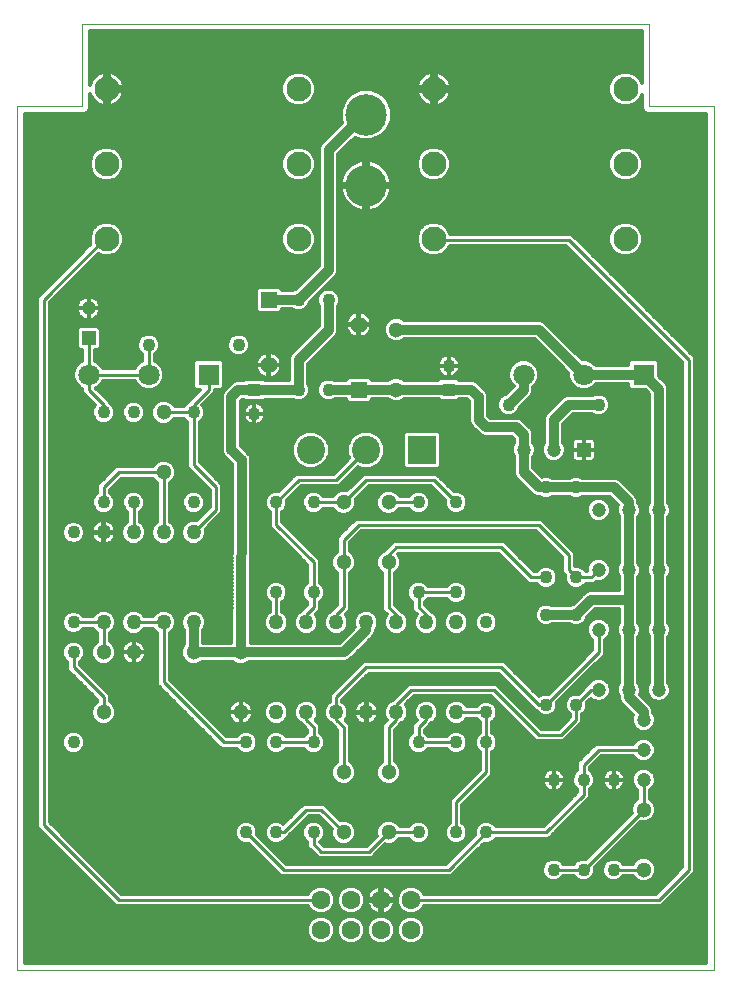
<source format=gbl>
G75*
%MOIN*%
%OFA0B0*%
%FSLAX25Y25*%
%IPPOS*%
%LPD*%
%AMOC8*
5,1,8,0,0,1.08239X$1,22.5*
%
%ADD10C,0.05118*%
%ADD11R,0.04331X0.04331*%
%ADD12C,0.04331*%
%ADD13R,0.07087X0.07087*%
%ADD14C,0.07087*%
%ADD15C,0.08268*%
%ADD16C,0.13843*%
%ADD17C,0.06299*%
%ADD18C,0.05512*%
%ADD19R,0.05512X0.05512*%
%ADD20R,0.04724X0.04724*%
%ADD21C,0.04724*%
%ADD22C,0.05000*%
%ADD23R,0.09449X0.09449*%
%ADD24C,0.09449*%
%ADD25C,0.00000*%
%ADD26C,0.03200*%
%ADD27C,0.01200*%
%ADD28C,0.03346*%
%ADD29C,0.01000*%
D10*
X0034100Y0121000D03*
X0034100Y0141000D03*
X0044100Y0141000D03*
X0064100Y0141000D03*
X0079850Y0141000D03*
X0079850Y0121000D03*
X0114100Y0101000D03*
X0114100Y0081000D03*
X0129100Y0081000D03*
X0129100Y0101000D03*
X0129100Y0171000D03*
X0129100Y0191000D03*
X0114100Y0191000D03*
X0114100Y0171000D03*
X0131600Y0228500D03*
X0131600Y0248500D03*
X0054100Y0221000D03*
X0054100Y0201000D03*
X0214100Y0088500D03*
X0214100Y0068500D03*
D11*
X0149095Y0228570D03*
X0084355Y0228430D03*
D12*
X0084352Y0220570D03*
X0099100Y0228500D03*
X0109100Y0228500D03*
X0109100Y0258500D03*
X0099100Y0258500D03*
X0079100Y0243500D03*
X0064100Y0221000D03*
X0049100Y0243500D03*
X0044100Y0221000D03*
X0034100Y0221000D03*
X0034100Y0191000D03*
X0044100Y0191000D03*
X0064100Y0191000D03*
X0091600Y0191000D03*
X0104100Y0191000D03*
X0104100Y0161000D03*
X0091600Y0161000D03*
X0091600Y0111000D03*
X0081600Y0111000D03*
X0104100Y0111000D03*
X0104100Y0081000D03*
X0091600Y0081000D03*
X0081600Y0081000D03*
X0139100Y0081000D03*
X0151600Y0081000D03*
X0161600Y0081000D03*
X0184100Y0068500D03*
X0194100Y0068500D03*
X0204100Y0068500D03*
X0204100Y0098500D03*
X0194100Y0098500D03*
X0184100Y0098500D03*
X0181600Y0123500D03*
X0191600Y0123500D03*
X0191600Y0153500D03*
X0181600Y0153500D03*
X0181600Y0166000D03*
X0191600Y0166000D03*
X0191600Y0196000D03*
X0181600Y0196000D03*
X0169100Y0223500D03*
X0149098Y0236430D03*
X0151600Y0191000D03*
X0139100Y0191000D03*
X0139100Y0161000D03*
X0151600Y0161000D03*
X0161600Y0151000D03*
X0161600Y0121000D03*
X0161600Y0111000D03*
X0151600Y0111000D03*
X0139100Y0111000D03*
X0199100Y0223500D03*
X0024100Y0181000D03*
X0024100Y0151000D03*
X0024100Y0141000D03*
X0024100Y0111000D03*
D13*
X0069100Y0233563D03*
X0214100Y0233563D03*
D14*
X0194100Y0233563D03*
X0174100Y0233563D03*
X0049100Y0233563D03*
X0029100Y0233563D03*
D15*
X0035151Y0278750D03*
X0035151Y0303750D03*
X0035151Y0328750D03*
X0099049Y0328750D03*
X0099049Y0303750D03*
X0099049Y0278750D03*
X0144151Y0278750D03*
X0144151Y0303750D03*
X0144151Y0328750D03*
X0208049Y0328750D03*
X0208049Y0303750D03*
X0208049Y0278750D03*
D16*
X0121600Y0296588D03*
X0121600Y0320210D03*
D17*
X0116600Y0058500D03*
X0116600Y0048500D03*
X0106600Y0048500D03*
X0106600Y0058500D03*
X0126600Y0058500D03*
X0126600Y0048500D03*
X0136600Y0048500D03*
X0136600Y0058500D03*
D18*
X0089100Y0236750D03*
X0119100Y0250250D03*
D19*
X0119100Y0228500D03*
X0089100Y0258500D03*
D20*
X0029100Y0245750D03*
X0194100Y0208500D03*
D21*
X0184100Y0208500D03*
X0174100Y0208500D03*
X0199100Y0188500D03*
X0209100Y0188500D03*
X0219100Y0188500D03*
X0219100Y0168500D03*
X0209100Y0168500D03*
X0199100Y0168500D03*
X0199100Y0148500D03*
X0209100Y0148500D03*
X0219100Y0148500D03*
X0219100Y0128500D03*
X0214100Y0118500D03*
X0214100Y0108500D03*
X0214100Y0098500D03*
X0209100Y0128500D03*
X0199100Y0128500D03*
X0029100Y0255750D03*
D22*
X0034100Y0181000D03*
X0044100Y0181000D03*
X0054100Y0181000D03*
X0064100Y0181000D03*
X0064100Y0151000D03*
X0054100Y0151000D03*
X0044100Y0151000D03*
X0034100Y0151000D03*
X0091600Y0151000D03*
X0101600Y0151000D03*
X0111600Y0151000D03*
X0121600Y0151000D03*
X0131600Y0151000D03*
X0141600Y0151000D03*
X0151600Y0151000D03*
X0151600Y0121000D03*
X0141600Y0121000D03*
X0131600Y0121000D03*
X0121600Y0121000D03*
X0111600Y0121000D03*
X0101600Y0121000D03*
X0091600Y0121000D03*
D23*
X0140100Y0208500D03*
D24*
X0121600Y0208500D03*
X0103100Y0208500D03*
D25*
X0005350Y0035000D02*
X0237633Y0035000D01*
X0237633Y0323031D01*
X0215980Y0323031D01*
X0215980Y0350591D01*
X0027004Y0350591D01*
X0027004Y0323031D01*
X0005350Y0323031D01*
X0005350Y0035000D01*
D26*
X0064100Y0141000D02*
X0064100Y0151000D01*
X0064100Y0141000D02*
X0079850Y0141000D01*
X0080100Y0205000D01*
X0076600Y0208500D01*
X0076600Y0226000D01*
X0079030Y0228430D01*
X0084355Y0228430D01*
X0099030Y0228430D01*
X0099100Y0228500D01*
X0099100Y0238500D01*
X0109100Y0248500D01*
X0109100Y0258500D01*
X0109100Y0268500D02*
X0099100Y0258500D01*
X0089100Y0258500D01*
X0109100Y0268500D02*
X0109100Y0308500D01*
X0120810Y0320210D01*
X0121600Y0320210D01*
X0131600Y0248500D02*
X0179163Y0248500D01*
X0194100Y0233563D01*
X0214100Y0233563D01*
X0219100Y0228563D01*
X0219100Y0188500D01*
X0219100Y0168500D01*
X0219100Y0148500D01*
X0219100Y0128500D01*
X0214100Y0121000D02*
X0214100Y0118500D01*
X0214100Y0121000D02*
X0209100Y0126000D01*
X0209100Y0128500D01*
X0209100Y0148500D01*
X0209100Y0158500D01*
X0196600Y0158500D01*
X0191600Y0153500D01*
X0181600Y0153500D01*
X0209100Y0158500D02*
X0209100Y0168500D01*
X0209100Y0188500D01*
X0209100Y0191000D01*
X0204100Y0196000D01*
X0191600Y0196000D01*
X0181600Y0196000D01*
X0179100Y0196000D01*
X0174100Y0201000D01*
X0174100Y0208360D01*
X0174030Y0208430D01*
X0174100Y0208500D01*
X0174100Y0213500D01*
X0171600Y0216000D01*
X0161600Y0216000D01*
X0159100Y0218500D01*
X0159100Y0226000D01*
X0156600Y0228500D01*
X0149165Y0228500D01*
X0149095Y0228570D01*
X0149025Y0228500D01*
X0131600Y0228500D01*
X0119100Y0228500D01*
X0109100Y0228500D01*
X0121600Y0151000D02*
X0121600Y0148500D01*
X0114100Y0141000D01*
X0079850Y0141000D01*
X0169100Y0223500D02*
X0174100Y0228500D01*
X0174100Y0233563D01*
X0189100Y0223500D02*
X0184100Y0218500D01*
X0184100Y0208500D01*
X0189100Y0223500D02*
X0199100Y0223500D01*
D27*
X0201430Y0220505D02*
X0215900Y0220505D01*
X0215900Y0221703D02*
X0202431Y0221703D01*
X0202292Y0221367D02*
X0202865Y0222751D01*
X0202865Y0224249D01*
X0202292Y0225633D01*
X0201233Y0226692D01*
X0199849Y0227265D01*
X0198351Y0227265D01*
X0196986Y0226700D01*
X0188463Y0226700D01*
X0187287Y0226213D01*
X0186387Y0225313D01*
X0181387Y0220313D01*
X0180900Y0219137D01*
X0180900Y0210903D01*
X0180741Y0210744D01*
X0180138Y0209288D01*
X0180138Y0207712D01*
X0180741Y0206256D01*
X0181856Y0205141D01*
X0183312Y0204538D01*
X0184888Y0204538D01*
X0186344Y0205141D01*
X0187459Y0206256D01*
X0188062Y0207712D01*
X0188062Y0209288D01*
X0187459Y0210744D01*
X0187300Y0210903D01*
X0187300Y0217175D01*
X0190425Y0220300D01*
X0196986Y0220300D01*
X0198351Y0219735D01*
X0199849Y0219735D01*
X0201233Y0220308D01*
X0202292Y0221367D01*
X0202865Y0222902D02*
X0215900Y0222902D01*
X0215900Y0224101D02*
X0202865Y0224101D01*
X0202430Y0225299D02*
X0215900Y0225299D01*
X0215900Y0226498D02*
X0201427Y0226498D01*
X0197904Y0230093D02*
X0208957Y0230093D01*
X0208957Y0230363D02*
X0208957Y0229357D01*
X0209894Y0228420D01*
X0214718Y0228420D01*
X0215900Y0227237D01*
X0215900Y0190903D01*
X0215741Y0190744D01*
X0215138Y0189288D01*
X0215138Y0187712D01*
X0215741Y0186256D01*
X0215900Y0186097D01*
X0215900Y0170903D01*
X0215741Y0170744D01*
X0215138Y0169288D01*
X0215138Y0167712D01*
X0215741Y0166256D01*
X0215900Y0166097D01*
X0215900Y0150903D01*
X0215741Y0150744D01*
X0215138Y0149288D01*
X0215138Y0147712D01*
X0215741Y0146256D01*
X0215900Y0146097D01*
X0215900Y0130903D01*
X0215741Y0130744D01*
X0215138Y0129288D01*
X0215138Y0127712D01*
X0215741Y0126256D01*
X0216856Y0125141D01*
X0218312Y0124538D01*
X0219888Y0124538D01*
X0221344Y0125141D01*
X0222459Y0126256D01*
X0223062Y0127712D01*
X0223062Y0129288D01*
X0222459Y0130744D01*
X0222300Y0130903D01*
X0222300Y0146097D01*
X0222459Y0146256D01*
X0223062Y0147712D01*
X0223062Y0149288D01*
X0222459Y0150744D01*
X0222300Y0150903D01*
X0222300Y0166097D01*
X0222459Y0166256D01*
X0223062Y0167712D01*
X0223062Y0169288D01*
X0222459Y0170744D01*
X0222300Y0170903D01*
X0222300Y0186097D01*
X0222459Y0186256D01*
X0223062Y0187712D01*
X0223062Y0189288D01*
X0222459Y0190744D01*
X0222300Y0190903D01*
X0222300Y0229200D01*
X0221813Y0230376D01*
X0220913Y0231276D01*
X0219243Y0232945D01*
X0219243Y0237769D01*
X0218306Y0238706D01*
X0209894Y0238706D01*
X0208957Y0237769D01*
X0208957Y0236763D01*
X0198174Y0236763D01*
X0197013Y0237923D01*
X0195123Y0238706D01*
X0193482Y0238706D01*
X0180976Y0251213D01*
X0179800Y0251700D01*
X0134282Y0251700D01*
X0133956Y0252026D01*
X0132427Y0252659D01*
X0130773Y0252659D01*
X0129244Y0252026D01*
X0128074Y0250856D01*
X0127441Y0249327D01*
X0127441Y0247673D01*
X0128074Y0246144D01*
X0129244Y0244974D01*
X0130773Y0244341D01*
X0132427Y0244341D01*
X0133956Y0244974D01*
X0134282Y0245300D01*
X0177837Y0245300D01*
X0188957Y0234181D01*
X0188957Y0232540D01*
X0189740Y0230650D01*
X0191187Y0229203D01*
X0193077Y0228420D01*
X0195123Y0228420D01*
X0197013Y0229203D01*
X0198174Y0230363D01*
X0208957Y0230363D01*
X0209419Y0228895D02*
X0196270Y0228895D01*
X0191930Y0228895D02*
X0177300Y0228895D01*
X0177300Y0229489D02*
X0178460Y0230650D01*
X0179243Y0232540D01*
X0179243Y0234586D01*
X0178460Y0236476D01*
X0177013Y0237923D01*
X0175123Y0238706D01*
X0173077Y0238706D01*
X0171187Y0237923D01*
X0169740Y0236476D01*
X0168957Y0234586D01*
X0168957Y0232540D01*
X0169740Y0230650D01*
X0170732Y0229657D01*
X0168332Y0227257D01*
X0166967Y0226692D01*
X0165908Y0225633D01*
X0165335Y0224249D01*
X0165335Y0222751D01*
X0165908Y0221367D01*
X0166967Y0220308D01*
X0168351Y0219735D01*
X0169849Y0219735D01*
X0171233Y0220308D01*
X0172292Y0221367D01*
X0172857Y0222732D01*
X0175913Y0225787D01*
X0176813Y0226687D01*
X0177300Y0227863D01*
X0177300Y0229489D01*
X0177904Y0230093D02*
X0190296Y0230093D01*
X0189474Y0231292D02*
X0178726Y0231292D01*
X0179223Y0232490D02*
X0188977Y0232490D01*
X0188957Y0233689D02*
X0179243Y0233689D01*
X0179119Y0234887D02*
X0188250Y0234887D01*
X0187052Y0236086D02*
X0178622Y0236086D01*
X0177653Y0237284D02*
X0185853Y0237284D01*
X0184655Y0238483D02*
X0175663Y0238483D01*
X0172537Y0238483D02*
X0152255Y0238483D01*
X0152434Y0238214D02*
X0152022Y0238830D01*
X0151498Y0239355D01*
X0150881Y0239767D01*
X0150196Y0240051D01*
X0149468Y0240195D01*
X0149098Y0240195D01*
X0149098Y0236430D01*
X0152863Y0236430D01*
X0152863Y0236801D01*
X0152718Y0237528D01*
X0152434Y0238214D01*
X0152767Y0237284D02*
X0170547Y0237284D01*
X0169578Y0236086D02*
X0152863Y0236086D01*
X0152863Y0236059D02*
X0152863Y0236430D01*
X0149098Y0236430D01*
X0149098Y0236430D01*
X0149097Y0236430D01*
X0145332Y0236430D01*
X0149097Y0236430D01*
X0149097Y0236430D01*
X0149097Y0240195D01*
X0148727Y0240195D01*
X0147999Y0240051D01*
X0147314Y0239767D01*
X0146697Y0239355D01*
X0146173Y0238830D01*
X0145761Y0238214D01*
X0145477Y0237528D01*
X0145332Y0236801D01*
X0145332Y0236430D01*
X0145332Y0236059D01*
X0145477Y0235332D01*
X0145761Y0234646D01*
X0146173Y0234030D01*
X0146697Y0233505D01*
X0147314Y0233093D01*
X0147999Y0232809D01*
X0148727Y0232665D01*
X0149097Y0232665D01*
X0149097Y0236430D01*
X0149098Y0236430D01*
X0149098Y0232665D01*
X0149468Y0232665D01*
X0150196Y0232809D01*
X0150881Y0233093D01*
X0151498Y0233505D01*
X0152022Y0234030D01*
X0152434Y0234646D01*
X0152718Y0235332D01*
X0152863Y0236059D01*
X0152534Y0234887D02*
X0169081Y0234887D01*
X0168957Y0233689D02*
X0151681Y0233689D01*
X0151923Y0232335D02*
X0146267Y0232335D01*
X0145632Y0231700D01*
X0134282Y0231700D01*
X0133956Y0232026D01*
X0132427Y0232659D01*
X0130773Y0232659D01*
X0129244Y0232026D01*
X0128918Y0231700D01*
X0123456Y0231700D01*
X0123456Y0231919D01*
X0122519Y0232856D01*
X0115681Y0232856D01*
X0114744Y0231919D01*
X0114744Y0231700D01*
X0111214Y0231700D01*
X0109849Y0232265D01*
X0108351Y0232265D01*
X0106967Y0231692D01*
X0105908Y0230633D01*
X0105335Y0229249D01*
X0105335Y0227751D01*
X0105908Y0226367D01*
X0106967Y0225308D01*
X0108351Y0224735D01*
X0109849Y0224735D01*
X0111214Y0225300D01*
X0114744Y0225300D01*
X0114744Y0225081D01*
X0115681Y0224144D01*
X0122519Y0224144D01*
X0123456Y0225081D01*
X0123456Y0225300D01*
X0128918Y0225300D01*
X0129244Y0224974D01*
X0130773Y0224341D01*
X0132427Y0224341D01*
X0133956Y0224974D01*
X0134282Y0225300D01*
X0145772Y0225300D01*
X0146267Y0224805D01*
X0151923Y0224805D01*
X0152418Y0225300D01*
X0155275Y0225300D01*
X0155900Y0224675D01*
X0155900Y0217863D01*
X0156387Y0216687D01*
X0157287Y0215787D01*
X0159787Y0213287D01*
X0160963Y0212800D01*
X0170275Y0212800D01*
X0170900Y0212175D01*
X0170900Y0210903D01*
X0170741Y0210744D01*
X0170138Y0209288D01*
X0170138Y0207712D01*
X0170741Y0206256D01*
X0170900Y0206097D01*
X0170900Y0200363D01*
X0171387Y0199187D01*
X0172287Y0198287D01*
X0177287Y0193287D01*
X0178463Y0192800D01*
X0179486Y0192800D01*
X0180851Y0192235D01*
X0182349Y0192235D01*
X0183714Y0192800D01*
X0189486Y0192800D01*
X0190851Y0192235D01*
X0192349Y0192235D01*
X0193714Y0192800D01*
X0202775Y0192800D01*
X0205474Y0190100D01*
X0205138Y0189288D01*
X0205138Y0187712D01*
X0205741Y0186256D01*
X0205900Y0186097D01*
X0205900Y0170903D01*
X0205741Y0170744D01*
X0205138Y0169288D01*
X0205138Y0167712D01*
X0205741Y0166256D01*
X0205900Y0166097D01*
X0205900Y0161700D01*
X0195963Y0161700D01*
X0194787Y0161213D01*
X0193887Y0160313D01*
X0190832Y0157257D01*
X0189486Y0156700D01*
X0183714Y0156700D01*
X0182349Y0157265D01*
X0180851Y0157265D01*
X0179467Y0156692D01*
X0178408Y0155633D01*
X0177835Y0154249D01*
X0177835Y0152751D01*
X0178408Y0151367D01*
X0179467Y0150308D01*
X0180851Y0149735D01*
X0182349Y0149735D01*
X0183714Y0150300D01*
X0189486Y0150300D01*
X0190851Y0149735D01*
X0192349Y0149735D01*
X0193733Y0150308D01*
X0194792Y0151367D01*
X0195357Y0152732D01*
X0197925Y0155300D01*
X0205900Y0155300D01*
X0205900Y0150903D01*
X0205741Y0150744D01*
X0205138Y0149288D01*
X0205138Y0147712D01*
X0205741Y0146256D01*
X0205900Y0146097D01*
X0205900Y0130903D01*
X0205741Y0130744D01*
X0205138Y0129288D01*
X0205138Y0127712D01*
X0205741Y0126256D01*
X0205900Y0126097D01*
X0205900Y0125363D01*
X0206387Y0124187D01*
X0210474Y0120100D01*
X0210138Y0119288D01*
X0210138Y0117712D01*
X0210741Y0116256D01*
X0211856Y0115141D01*
X0213312Y0114538D01*
X0214888Y0114538D01*
X0216344Y0115141D01*
X0217459Y0116256D01*
X0218062Y0117712D01*
X0218062Y0119288D01*
X0217459Y0120744D01*
X0217300Y0120903D01*
X0217300Y0121637D01*
X0216813Y0122813D01*
X0215913Y0123713D01*
X0212726Y0126900D01*
X0213062Y0127712D01*
X0213062Y0129288D01*
X0212459Y0130744D01*
X0212300Y0130903D01*
X0212300Y0146097D01*
X0212459Y0146256D01*
X0213062Y0147712D01*
X0213062Y0149288D01*
X0212459Y0150744D01*
X0212300Y0150903D01*
X0212300Y0166097D01*
X0212459Y0166256D01*
X0213062Y0167712D01*
X0213062Y0169288D01*
X0212459Y0170744D01*
X0212300Y0170903D01*
X0212300Y0186097D01*
X0212459Y0186256D01*
X0213062Y0187712D01*
X0213062Y0189288D01*
X0212459Y0190744D01*
X0212300Y0190903D01*
X0212300Y0191637D01*
X0211813Y0192813D01*
X0210913Y0193713D01*
X0205913Y0198713D01*
X0204737Y0199200D01*
X0193714Y0199200D01*
X0192349Y0199765D01*
X0190851Y0199765D01*
X0189486Y0199200D01*
X0183714Y0199200D01*
X0182349Y0199765D01*
X0180851Y0199765D01*
X0180150Y0199475D01*
X0177300Y0202325D01*
X0177300Y0206097D01*
X0177459Y0206256D01*
X0178062Y0207712D01*
X0178062Y0209288D01*
X0177459Y0210744D01*
X0177300Y0210903D01*
X0177300Y0214137D01*
X0176813Y0215313D01*
X0174313Y0217813D01*
X0173413Y0218713D01*
X0172237Y0219200D01*
X0162925Y0219200D01*
X0162300Y0219825D01*
X0162300Y0226637D01*
X0161813Y0227813D01*
X0159313Y0230313D01*
X0158413Y0231213D01*
X0157237Y0231700D01*
X0152558Y0231700D01*
X0151923Y0232335D01*
X0149098Y0233689D02*
X0149097Y0233689D01*
X0149097Y0234887D02*
X0149098Y0234887D01*
X0149097Y0236086D02*
X0149098Y0236086D01*
X0149097Y0237284D02*
X0149098Y0237284D01*
X0149097Y0238483D02*
X0149098Y0238483D01*
X0149097Y0239681D02*
X0149098Y0239681D01*
X0151009Y0239681D02*
X0183456Y0239681D01*
X0182258Y0240880D02*
X0106005Y0240880D01*
X0107204Y0242078D02*
X0181059Y0242078D01*
X0179861Y0243277D02*
X0108402Y0243277D01*
X0109601Y0244475D02*
X0130449Y0244475D01*
X0128544Y0245674D02*
X0110799Y0245674D01*
X0110913Y0245787D02*
X0111813Y0246687D01*
X0112300Y0247863D01*
X0112300Y0256386D01*
X0112865Y0257751D01*
X0112865Y0259249D01*
X0112292Y0260633D01*
X0111233Y0261692D01*
X0109849Y0262265D01*
X0108351Y0262265D01*
X0106967Y0261692D01*
X0105908Y0260633D01*
X0105335Y0259249D01*
X0105335Y0257751D01*
X0105900Y0256386D01*
X0105900Y0249825D01*
X0096387Y0240313D01*
X0095900Y0239137D01*
X0095900Y0231630D01*
X0087748Y0231630D01*
X0087183Y0232195D01*
X0081527Y0232195D01*
X0080962Y0231630D01*
X0078393Y0231630D01*
X0077217Y0231143D01*
X0074787Y0228713D01*
X0073887Y0227813D01*
X0073400Y0226637D01*
X0073400Y0207863D01*
X0073887Y0206687D01*
X0074787Y0205787D01*
X0076895Y0203680D01*
X0076662Y0144200D01*
X0067300Y0144200D01*
X0067300Y0148402D01*
X0067576Y0148678D01*
X0068200Y0150184D01*
X0068200Y0151816D01*
X0067576Y0153322D01*
X0066422Y0154476D01*
X0064916Y0155100D01*
X0063284Y0155100D01*
X0061778Y0154476D01*
X0060624Y0153322D01*
X0060000Y0151816D01*
X0060000Y0150184D01*
X0060624Y0148678D01*
X0060900Y0148402D01*
X0060900Y0143682D01*
X0060574Y0143356D01*
X0059941Y0141827D01*
X0059941Y0140173D01*
X0060574Y0138644D01*
X0061744Y0137474D01*
X0063273Y0136841D01*
X0064927Y0136841D01*
X0066456Y0137474D01*
X0066782Y0137800D01*
X0077168Y0137800D01*
X0077494Y0137474D01*
X0079023Y0136841D01*
X0080677Y0136841D01*
X0082206Y0137474D01*
X0082532Y0137800D01*
X0114737Y0137800D01*
X0115913Y0138287D01*
X0116813Y0139187D01*
X0123413Y0145787D01*
X0124313Y0146687D01*
X0124800Y0147863D01*
X0124800Y0148402D01*
X0125076Y0148678D01*
X0125700Y0150184D01*
X0125700Y0151816D01*
X0125076Y0153322D01*
X0123922Y0154476D01*
X0122416Y0155100D01*
X0120784Y0155100D01*
X0119278Y0154476D01*
X0118124Y0153322D01*
X0117500Y0151816D01*
X0117500Y0150184D01*
X0117869Y0149294D01*
X0112775Y0144200D01*
X0083063Y0144200D01*
X0083298Y0204357D01*
X0083300Y0204363D01*
X0083300Y0204994D01*
X0083302Y0205624D01*
X0083300Y0205630D01*
X0083300Y0205637D01*
X0083059Y0206218D01*
X0082820Y0206802D01*
X0082815Y0206807D01*
X0082813Y0206813D01*
X0082368Y0207258D01*
X0081923Y0207706D01*
X0081917Y0207708D01*
X0079800Y0209825D01*
X0079800Y0224675D01*
X0080355Y0225230D01*
X0080962Y0225230D01*
X0081527Y0224665D01*
X0087183Y0224665D01*
X0087748Y0225230D01*
X0097155Y0225230D01*
X0098351Y0224735D01*
X0099849Y0224735D01*
X0101233Y0225308D01*
X0102292Y0226367D01*
X0102865Y0227751D01*
X0102865Y0229249D01*
X0102300Y0230614D01*
X0102300Y0237175D01*
X0110913Y0245787D01*
X0111889Y0246872D02*
X0116338Y0246872D01*
X0116262Y0246927D02*
X0116817Y0246524D01*
X0117428Y0246213D01*
X0118080Y0246001D01*
X0118757Y0245894D01*
X0119011Y0245894D01*
X0119011Y0250161D01*
X0114744Y0250161D01*
X0114744Y0249907D01*
X0114851Y0249230D01*
X0115063Y0248578D01*
X0115374Y0247967D01*
X0115777Y0247412D01*
X0116262Y0246927D01*
X0115322Y0248071D02*
X0112300Y0248071D01*
X0112300Y0249269D02*
X0114845Y0249269D01*
X0114744Y0250339D02*
X0119011Y0250339D01*
X0119011Y0254606D01*
X0118757Y0254606D01*
X0118080Y0254499D01*
X0117428Y0254287D01*
X0116817Y0253975D01*
X0116262Y0253572D01*
X0115777Y0253088D01*
X0115374Y0252533D01*
X0115063Y0251922D01*
X0114851Y0251270D01*
X0114744Y0250593D01*
X0114744Y0250339D01*
X0114744Y0250468D02*
X0112300Y0250468D01*
X0112300Y0251666D02*
X0114980Y0251666D01*
X0115616Y0252865D02*
X0112300Y0252865D01*
X0112300Y0254063D02*
X0116989Y0254063D01*
X0119011Y0254063D02*
X0119189Y0254063D01*
X0119189Y0254606D02*
X0119189Y0250339D01*
X0119011Y0250339D01*
X0119011Y0250161D01*
X0119189Y0250161D01*
X0119189Y0250339D01*
X0123456Y0250339D01*
X0123456Y0250593D01*
X0123349Y0251270D01*
X0123137Y0251922D01*
X0122825Y0252533D01*
X0122422Y0253088D01*
X0121938Y0253572D01*
X0121383Y0253975D01*
X0120772Y0254287D01*
X0120120Y0254499D01*
X0119443Y0254606D01*
X0119189Y0254606D01*
X0119189Y0252865D02*
X0119011Y0252865D01*
X0119011Y0251666D02*
X0119189Y0251666D01*
X0119189Y0250468D02*
X0119011Y0250468D01*
X0119189Y0250161D02*
X0123456Y0250161D01*
X0123456Y0249907D01*
X0123349Y0249230D01*
X0123137Y0248578D01*
X0122825Y0247967D01*
X0122422Y0247412D01*
X0121938Y0246927D01*
X0121383Y0246524D01*
X0120772Y0246213D01*
X0120120Y0246001D01*
X0119443Y0245894D01*
X0119189Y0245894D01*
X0119189Y0250161D01*
X0119189Y0249269D02*
X0119011Y0249269D01*
X0119011Y0248071D02*
X0119189Y0248071D01*
X0119189Y0246872D02*
X0119011Y0246872D01*
X0121862Y0246872D02*
X0127773Y0246872D01*
X0127441Y0248071D02*
X0122878Y0248071D01*
X0123355Y0249269D02*
X0127441Y0249269D01*
X0127913Y0250468D02*
X0123456Y0250468D01*
X0123220Y0251666D02*
X0128884Y0251666D01*
X0122584Y0252865D02*
X0211765Y0252865D01*
X0210567Y0254063D02*
X0121211Y0254063D01*
X0112300Y0255262D02*
X0209368Y0255262D01*
X0208170Y0256460D02*
X0112331Y0256460D01*
X0112827Y0257659D02*
X0206971Y0257659D01*
X0205773Y0258857D02*
X0112865Y0258857D01*
X0112531Y0260056D02*
X0204574Y0260056D01*
X0203376Y0261254D02*
X0111671Y0261254D01*
X0108777Y0263651D02*
X0200979Y0263651D01*
X0202177Y0262453D02*
X0107578Y0262453D01*
X0106529Y0261254D02*
X0106380Y0261254D01*
X0105669Y0260056D02*
X0105181Y0260056D01*
X0105335Y0258857D02*
X0103983Y0258857D01*
X0102857Y0257732D02*
X0111813Y0266687D01*
X0112300Y0267863D01*
X0112300Y0307175D01*
X0117720Y0312594D01*
X0119905Y0311689D01*
X0123295Y0311689D01*
X0126427Y0312986D01*
X0128824Y0315383D01*
X0130121Y0318515D01*
X0130121Y0321905D01*
X0128824Y0325037D01*
X0126427Y0327434D01*
X0123295Y0328731D01*
X0119905Y0328731D01*
X0116773Y0327434D01*
X0114376Y0325037D01*
X0113079Y0321905D01*
X0113079Y0318515D01*
X0113521Y0317447D01*
X0107287Y0311213D01*
X0106387Y0310313D01*
X0105900Y0309137D01*
X0105900Y0269825D01*
X0098332Y0262257D01*
X0096986Y0261700D01*
X0093456Y0261700D01*
X0093456Y0261919D01*
X0092519Y0262856D01*
X0085681Y0262856D01*
X0084744Y0261919D01*
X0084744Y0255081D01*
X0085681Y0254144D01*
X0092519Y0254144D01*
X0093456Y0255081D01*
X0093456Y0255300D01*
X0096986Y0255300D01*
X0098351Y0254735D01*
X0099849Y0254735D01*
X0101233Y0255308D01*
X0102292Y0256367D01*
X0102857Y0257732D01*
X0102827Y0257659D02*
X0105373Y0257659D01*
X0105869Y0256460D02*
X0102331Y0256460D01*
X0101122Y0255262D02*
X0105900Y0255262D01*
X0105900Y0254063D02*
X0032690Y0254063D01*
X0032611Y0253873D02*
X0032910Y0254594D01*
X0033062Y0255360D01*
X0033062Y0255750D01*
X0033062Y0256140D01*
X0032910Y0256906D01*
X0032611Y0257627D01*
X0032178Y0258276D01*
X0031626Y0258828D01*
X0030977Y0259261D01*
X0030256Y0259560D01*
X0029490Y0259712D01*
X0029100Y0259712D01*
X0029100Y0255750D01*
X0029100Y0255750D01*
X0033062Y0255750D01*
X0029100Y0255750D01*
X0029100Y0255750D01*
X0029100Y0255750D01*
X0025138Y0255750D01*
X0025138Y0256140D01*
X0025290Y0256906D01*
X0025589Y0257627D01*
X0026022Y0258276D01*
X0026574Y0258828D01*
X0027223Y0259261D01*
X0027944Y0259560D01*
X0028710Y0259712D01*
X0029100Y0259712D01*
X0029100Y0255750D01*
X0029100Y0251788D01*
X0029490Y0251788D01*
X0030256Y0251940D01*
X0030977Y0252239D01*
X0031626Y0252672D01*
X0032178Y0253224D01*
X0032611Y0253873D01*
X0031818Y0252865D02*
X0105900Y0252865D01*
X0105900Y0251666D02*
X0016200Y0251666D01*
X0016200Y0250468D02*
X0105900Y0250468D01*
X0105344Y0249269D02*
X0032568Y0249269D01*
X0032125Y0249712D02*
X0026075Y0249712D01*
X0025138Y0248775D01*
X0025138Y0242725D01*
X0026075Y0241788D01*
X0027000Y0241788D01*
X0027000Y0238260D01*
X0026187Y0237923D01*
X0024740Y0236476D01*
X0023957Y0234586D01*
X0023957Y0232540D01*
X0024740Y0230650D01*
X0026187Y0229203D01*
X0027000Y0228866D01*
X0027000Y0227630D01*
X0028230Y0226400D01*
X0031203Y0223428D01*
X0030908Y0223133D01*
X0030335Y0221749D01*
X0030335Y0220251D01*
X0030908Y0218867D01*
X0031967Y0217808D01*
X0033351Y0217235D01*
X0034849Y0217235D01*
X0036233Y0217808D01*
X0037292Y0218867D01*
X0037865Y0220251D01*
X0037865Y0221749D01*
X0037292Y0223133D01*
X0036233Y0224192D01*
X0036200Y0224206D01*
X0036200Y0224370D01*
X0031556Y0229013D01*
X0032013Y0229203D01*
X0033460Y0230650D01*
X0033797Y0231463D01*
X0044403Y0231463D01*
X0044740Y0230650D01*
X0046187Y0229203D01*
X0048077Y0228420D01*
X0050123Y0228420D01*
X0052013Y0229203D01*
X0053460Y0230650D01*
X0054243Y0232540D01*
X0054243Y0234586D01*
X0053460Y0236476D01*
X0052013Y0237923D01*
X0051200Y0238260D01*
X0051200Y0240294D01*
X0051233Y0240308D01*
X0052292Y0241367D01*
X0052865Y0242751D01*
X0052865Y0244249D01*
X0052292Y0245633D01*
X0051233Y0246692D01*
X0049849Y0247265D01*
X0048351Y0247265D01*
X0046967Y0246692D01*
X0045908Y0245633D01*
X0045335Y0244249D01*
X0045335Y0242751D01*
X0045908Y0241367D01*
X0046967Y0240308D01*
X0047000Y0240294D01*
X0047000Y0238260D01*
X0046187Y0237923D01*
X0044740Y0236476D01*
X0044403Y0235663D01*
X0033797Y0235663D01*
X0033460Y0236476D01*
X0032013Y0237923D01*
X0031200Y0238260D01*
X0031200Y0241788D01*
X0032125Y0241788D01*
X0033062Y0242725D01*
X0033062Y0248775D01*
X0032125Y0249712D01*
X0033062Y0248071D02*
X0104145Y0248071D01*
X0102947Y0246872D02*
X0080798Y0246872D01*
X0081233Y0246692D02*
X0079849Y0247265D01*
X0078351Y0247265D01*
X0076967Y0246692D01*
X0075908Y0245633D01*
X0075335Y0244249D01*
X0075335Y0242751D01*
X0075908Y0241367D01*
X0076967Y0240308D01*
X0078351Y0239735D01*
X0079849Y0239735D01*
X0081233Y0240308D01*
X0082292Y0241367D01*
X0082865Y0242751D01*
X0082865Y0244249D01*
X0082292Y0245633D01*
X0081233Y0246692D01*
X0082251Y0245674D02*
X0101748Y0245674D01*
X0100550Y0244475D02*
X0082772Y0244475D01*
X0082865Y0243277D02*
X0099351Y0243277D01*
X0098153Y0242078D02*
X0082587Y0242078D01*
X0081805Y0240880D02*
X0087714Y0240880D01*
X0087428Y0240787D02*
X0088080Y0240999D01*
X0088757Y0241106D01*
X0089011Y0241106D01*
X0089011Y0236839D01*
X0089189Y0236839D01*
X0089189Y0241106D01*
X0089443Y0241106D01*
X0090120Y0240999D01*
X0090772Y0240787D01*
X0091383Y0240475D01*
X0091938Y0240072D01*
X0092422Y0239588D01*
X0092825Y0239033D01*
X0093137Y0238422D01*
X0093349Y0237770D01*
X0093456Y0237093D01*
X0093456Y0236839D01*
X0089189Y0236839D01*
X0089189Y0236661D01*
X0093456Y0236661D01*
X0093456Y0236407D01*
X0093349Y0235730D01*
X0093137Y0235078D01*
X0092825Y0234467D01*
X0092422Y0233912D01*
X0091938Y0233427D01*
X0091383Y0233024D01*
X0090772Y0232713D01*
X0090120Y0232501D01*
X0089443Y0232394D01*
X0089189Y0232394D01*
X0089189Y0236661D01*
X0089011Y0236661D01*
X0084744Y0236661D01*
X0084744Y0236407D01*
X0084851Y0235730D01*
X0085063Y0235078D01*
X0085374Y0234467D01*
X0085777Y0233912D01*
X0086262Y0233427D01*
X0086817Y0233024D01*
X0087428Y0232713D01*
X0088080Y0232501D01*
X0088757Y0232394D01*
X0089011Y0232394D01*
X0089011Y0236661D01*
X0089011Y0236839D01*
X0084744Y0236839D01*
X0084744Y0237093D01*
X0084851Y0237770D01*
X0085063Y0238422D01*
X0085374Y0239033D01*
X0085777Y0239588D01*
X0086262Y0240072D01*
X0086817Y0240475D01*
X0087428Y0240787D01*
X0089011Y0240880D02*
X0089189Y0240880D01*
X0089189Y0239681D02*
X0089011Y0239681D01*
X0089011Y0238483D02*
X0089189Y0238483D01*
X0089189Y0237284D02*
X0089011Y0237284D01*
X0089011Y0236086D02*
X0089189Y0236086D01*
X0089189Y0234887D02*
X0089011Y0234887D01*
X0089011Y0233689D02*
X0089189Y0233689D01*
X0089189Y0232490D02*
X0089011Y0232490D01*
X0088151Y0232490D02*
X0074243Y0232490D01*
X0074243Y0231292D02*
X0077576Y0231292D01*
X0076168Y0230093D02*
X0074243Y0230093D01*
X0074243Y0229357D02*
X0074243Y0237769D01*
X0073306Y0238706D01*
X0064894Y0238706D01*
X0063957Y0237769D01*
X0063957Y0229357D01*
X0064894Y0228420D01*
X0066050Y0228420D01*
X0063230Y0225600D01*
X0062000Y0224370D01*
X0062000Y0224206D01*
X0061967Y0224192D01*
X0060908Y0223133D01*
X0060894Y0223100D01*
X0057732Y0223100D01*
X0057626Y0223356D01*
X0056456Y0224526D01*
X0054927Y0225159D01*
X0053273Y0225159D01*
X0051744Y0224526D01*
X0050574Y0223356D01*
X0049941Y0221827D01*
X0049941Y0220173D01*
X0050574Y0218644D01*
X0051744Y0217474D01*
X0053273Y0216841D01*
X0054927Y0216841D01*
X0056456Y0217474D01*
X0057626Y0218644D01*
X0057732Y0218900D01*
X0060894Y0218900D01*
X0060908Y0218867D01*
X0061967Y0217808D01*
X0062000Y0217794D01*
X0062000Y0202630D01*
X0069500Y0195130D01*
X0069500Y0189370D01*
X0065138Y0185008D01*
X0064916Y0185100D01*
X0063284Y0185100D01*
X0061778Y0184476D01*
X0060624Y0183322D01*
X0060000Y0181816D01*
X0060000Y0180184D01*
X0060624Y0178678D01*
X0061778Y0177524D01*
X0063284Y0176900D01*
X0064916Y0176900D01*
X0066422Y0177524D01*
X0067576Y0178678D01*
X0068200Y0180184D01*
X0068200Y0181816D01*
X0068108Y0182038D01*
X0073700Y0187630D01*
X0073700Y0196870D01*
X0072470Y0198100D01*
X0066200Y0204370D01*
X0066200Y0217794D01*
X0066233Y0217808D01*
X0067292Y0218867D01*
X0067865Y0220251D01*
X0067865Y0221749D01*
X0067292Y0223133D01*
X0066997Y0223428D01*
X0071200Y0227630D01*
X0071200Y0228420D01*
X0073306Y0228420D01*
X0074243Y0229357D01*
X0073781Y0228895D02*
X0074969Y0228895D01*
X0073839Y0227696D02*
X0071200Y0227696D01*
X0070067Y0226498D02*
X0073400Y0226498D01*
X0073400Y0225299D02*
X0068869Y0225299D01*
X0067670Y0224101D02*
X0073400Y0224101D01*
X0073400Y0222902D02*
X0067388Y0222902D01*
X0067865Y0221703D02*
X0073400Y0221703D01*
X0073400Y0220505D02*
X0067865Y0220505D01*
X0067474Y0219306D02*
X0073400Y0219306D01*
X0073400Y0218108D02*
X0066533Y0218108D01*
X0066200Y0216909D02*
X0073400Y0216909D01*
X0073400Y0215711D02*
X0066200Y0215711D01*
X0066200Y0214512D02*
X0073400Y0214512D01*
X0073400Y0213314D02*
X0066200Y0213314D01*
X0066200Y0212115D02*
X0073400Y0212115D01*
X0073400Y0210917D02*
X0066200Y0210917D01*
X0066200Y0209718D02*
X0073400Y0209718D01*
X0073400Y0208520D02*
X0066200Y0208520D01*
X0066200Y0207321D02*
X0073625Y0207321D01*
X0074452Y0206123D02*
X0066200Y0206123D01*
X0066200Y0204924D02*
X0075650Y0204924D01*
X0076849Y0203726D02*
X0066844Y0203726D01*
X0068043Y0202527D02*
X0076890Y0202527D01*
X0076886Y0201329D02*
X0069241Y0201329D01*
X0070440Y0200130D02*
X0076881Y0200130D01*
X0076876Y0198932D02*
X0071638Y0198932D01*
X0072837Y0197733D02*
X0076872Y0197733D01*
X0076867Y0196535D02*
X0073700Y0196535D01*
X0073700Y0195336D02*
X0076862Y0195336D01*
X0076858Y0194138D02*
X0073700Y0194138D01*
X0073700Y0192939D02*
X0076853Y0192939D01*
X0076848Y0191741D02*
X0073700Y0191741D01*
X0073700Y0190542D02*
X0076844Y0190542D01*
X0076839Y0189344D02*
X0073700Y0189344D01*
X0073700Y0188145D02*
X0076834Y0188145D01*
X0076829Y0186947D02*
X0073016Y0186947D01*
X0071818Y0185748D02*
X0076825Y0185748D01*
X0076820Y0184550D02*
X0070619Y0184550D01*
X0069421Y0183351D02*
X0076815Y0183351D01*
X0076811Y0182153D02*
X0068222Y0182153D01*
X0068200Y0180954D02*
X0076806Y0180954D01*
X0076801Y0179756D02*
X0068022Y0179756D01*
X0067455Y0178557D02*
X0076797Y0178557D01*
X0076792Y0177359D02*
X0066023Y0177359D01*
X0062177Y0177359D02*
X0056023Y0177359D01*
X0056422Y0177524D02*
X0057576Y0178678D01*
X0058200Y0180184D01*
X0058200Y0181816D01*
X0057576Y0183322D01*
X0056422Y0184476D01*
X0056200Y0184568D01*
X0056200Y0197368D01*
X0056456Y0197474D01*
X0057626Y0198644D01*
X0058259Y0200173D01*
X0058259Y0201827D01*
X0057626Y0203356D01*
X0056456Y0204526D01*
X0054927Y0205159D01*
X0053273Y0205159D01*
X0051744Y0204526D01*
X0050574Y0203356D01*
X0050468Y0203100D01*
X0038230Y0203100D01*
X0037000Y0201870D01*
X0032000Y0196870D01*
X0032000Y0194206D01*
X0031967Y0194192D01*
X0030908Y0193133D01*
X0030335Y0191749D01*
X0030335Y0190251D01*
X0030908Y0188867D01*
X0031967Y0187808D01*
X0033351Y0187235D01*
X0034849Y0187235D01*
X0036233Y0187808D01*
X0037292Y0188867D01*
X0037865Y0190251D01*
X0037865Y0191749D01*
X0037292Y0193133D01*
X0036233Y0194192D01*
X0036200Y0194206D01*
X0036200Y0195130D01*
X0039970Y0198900D01*
X0050468Y0198900D01*
X0050574Y0198644D01*
X0051744Y0197474D01*
X0052000Y0197368D01*
X0052000Y0184568D01*
X0051778Y0184476D01*
X0050624Y0183322D01*
X0050000Y0181816D01*
X0050000Y0180184D01*
X0050624Y0178678D01*
X0051778Y0177524D01*
X0053284Y0176900D01*
X0054916Y0176900D01*
X0056422Y0177524D01*
X0057455Y0178557D02*
X0060745Y0178557D01*
X0060178Y0179756D02*
X0058022Y0179756D01*
X0058200Y0180954D02*
X0060000Y0180954D01*
X0060140Y0182153D02*
X0058060Y0182153D01*
X0057547Y0183351D02*
X0060653Y0183351D01*
X0061956Y0184550D02*
X0056244Y0184550D01*
X0056200Y0185748D02*
X0065878Y0185748D01*
X0067077Y0186947D02*
X0056200Y0186947D01*
X0056200Y0188145D02*
X0061630Y0188145D01*
X0061967Y0187808D02*
X0063351Y0187235D01*
X0064849Y0187235D01*
X0066233Y0187808D01*
X0067292Y0188867D01*
X0067865Y0190251D01*
X0067865Y0191749D01*
X0067292Y0193133D01*
X0066233Y0194192D01*
X0064849Y0194765D01*
X0063351Y0194765D01*
X0061967Y0194192D01*
X0060908Y0193133D01*
X0060335Y0191749D01*
X0060335Y0190251D01*
X0060908Y0188867D01*
X0061967Y0187808D01*
X0060710Y0189344D02*
X0056200Y0189344D01*
X0056200Y0190542D02*
X0060335Y0190542D01*
X0060335Y0191741D02*
X0056200Y0191741D01*
X0056200Y0192939D02*
X0060828Y0192939D01*
X0061913Y0194138D02*
X0056200Y0194138D01*
X0056200Y0195336D02*
X0069294Y0195336D01*
X0069500Y0194138D02*
X0066287Y0194138D01*
X0067372Y0192939D02*
X0069500Y0192939D01*
X0069500Y0191741D02*
X0067865Y0191741D01*
X0067865Y0190542D02*
X0069500Y0190542D01*
X0069474Y0189344D02*
X0067490Y0189344D01*
X0068275Y0188145D02*
X0066570Y0188145D01*
X0068095Y0196535D02*
X0056200Y0196535D01*
X0056715Y0197733D02*
X0066897Y0197733D01*
X0065698Y0198932D02*
X0057745Y0198932D01*
X0058241Y0200130D02*
X0064500Y0200130D01*
X0063301Y0201329D02*
X0058259Y0201329D01*
X0057969Y0202527D02*
X0062103Y0202527D01*
X0062000Y0203726D02*
X0057256Y0203726D01*
X0055494Y0204924D02*
X0062000Y0204924D01*
X0062000Y0206123D02*
X0016200Y0206123D01*
X0016200Y0207321D02*
X0062000Y0207321D01*
X0062000Y0208520D02*
X0016200Y0208520D01*
X0016200Y0209718D02*
X0062000Y0209718D01*
X0062000Y0210917D02*
X0016200Y0210917D01*
X0016200Y0212115D02*
X0062000Y0212115D01*
X0062000Y0213314D02*
X0016200Y0213314D01*
X0016200Y0214512D02*
X0062000Y0214512D01*
X0062000Y0215711D02*
X0016200Y0215711D01*
X0016200Y0216909D02*
X0053107Y0216909D01*
X0055093Y0216909D02*
X0062000Y0216909D01*
X0061667Y0218108D02*
X0057090Y0218108D01*
X0051110Y0218108D02*
X0046533Y0218108D01*
X0046233Y0217808D02*
X0047292Y0218867D01*
X0047865Y0220251D01*
X0047865Y0221749D01*
X0047292Y0223133D01*
X0046233Y0224192D01*
X0044849Y0224765D01*
X0043351Y0224765D01*
X0041967Y0224192D01*
X0040908Y0223133D01*
X0040335Y0221749D01*
X0040335Y0220251D01*
X0040908Y0218867D01*
X0041967Y0217808D01*
X0043351Y0217235D01*
X0044849Y0217235D01*
X0046233Y0217808D01*
X0047474Y0219306D02*
X0050300Y0219306D01*
X0049941Y0220505D02*
X0047865Y0220505D01*
X0047865Y0221703D02*
X0049941Y0221703D01*
X0050386Y0222902D02*
X0047388Y0222902D01*
X0046324Y0224101D02*
X0051319Y0224101D01*
X0051270Y0228895D02*
X0064419Y0228895D01*
X0063957Y0230093D02*
X0052904Y0230093D01*
X0053726Y0231292D02*
X0063957Y0231292D01*
X0063957Y0232490D02*
X0054223Y0232490D01*
X0054243Y0233689D02*
X0063957Y0233689D01*
X0063957Y0234887D02*
X0054119Y0234887D01*
X0053622Y0236086D02*
X0063957Y0236086D01*
X0063957Y0237284D02*
X0052653Y0237284D01*
X0051200Y0238483D02*
X0064670Y0238483D01*
X0065326Y0227696D02*
X0032874Y0227696D01*
X0034072Y0226498D02*
X0064128Y0226498D01*
X0062929Y0225299D02*
X0035271Y0225299D01*
X0036324Y0224101D02*
X0041876Y0224101D01*
X0040812Y0222902D02*
X0037388Y0222902D01*
X0037865Y0221703D02*
X0040335Y0221703D01*
X0040335Y0220505D02*
X0037865Y0220505D01*
X0037474Y0219306D02*
X0040726Y0219306D01*
X0041667Y0218108D02*
X0036533Y0218108D01*
X0031667Y0218108D02*
X0016200Y0218108D01*
X0016200Y0219306D02*
X0030726Y0219306D01*
X0030335Y0220505D02*
X0016200Y0220505D01*
X0016200Y0221703D02*
X0030335Y0221703D01*
X0030812Y0222902D02*
X0016200Y0222902D01*
X0016200Y0224101D02*
X0030530Y0224101D01*
X0029331Y0225299D02*
X0016200Y0225299D01*
X0016200Y0226498D02*
X0028133Y0226498D01*
X0027000Y0227696D02*
X0016200Y0227696D01*
X0016200Y0228895D02*
X0026930Y0228895D01*
X0025296Y0230093D02*
X0016200Y0230093D01*
X0016200Y0231292D02*
X0024474Y0231292D01*
X0023977Y0232490D02*
X0016200Y0232490D01*
X0016200Y0233689D02*
X0023957Y0233689D01*
X0024081Y0234887D02*
X0016200Y0234887D01*
X0016200Y0236086D02*
X0024578Y0236086D01*
X0025547Y0237284D02*
X0016200Y0237284D01*
X0016200Y0238483D02*
X0027000Y0238483D01*
X0027000Y0239681D02*
X0016200Y0239681D01*
X0016200Y0240880D02*
X0027000Y0240880D01*
X0025785Y0242078D02*
X0016200Y0242078D01*
X0016200Y0243277D02*
X0025138Y0243277D01*
X0025138Y0244475D02*
X0016200Y0244475D01*
X0016200Y0245674D02*
X0025138Y0245674D01*
X0025138Y0246872D02*
X0016200Y0246872D01*
X0016200Y0248071D02*
X0025138Y0248071D01*
X0025632Y0249269D02*
X0016200Y0249269D01*
X0016200Y0252865D02*
X0026382Y0252865D01*
X0026574Y0252672D02*
X0027223Y0252239D01*
X0027944Y0251940D01*
X0028710Y0251788D01*
X0029100Y0251788D01*
X0029100Y0255750D01*
X0029100Y0255750D01*
X0025138Y0255750D01*
X0025138Y0255360D01*
X0025290Y0254594D01*
X0025589Y0253873D01*
X0026022Y0253224D01*
X0026574Y0252672D01*
X0025510Y0254063D02*
X0016200Y0254063D01*
X0016200Y0255262D02*
X0025157Y0255262D01*
X0025201Y0256460D02*
X0016200Y0256460D01*
X0016200Y0257630D02*
X0032296Y0273726D01*
X0034011Y0273016D01*
X0036292Y0273016D01*
X0038399Y0273889D01*
X0040012Y0275502D01*
X0040885Y0277609D01*
X0040885Y0279891D01*
X0040012Y0281998D01*
X0038399Y0283611D01*
X0036292Y0284484D01*
X0034011Y0284484D01*
X0031903Y0283611D01*
X0030290Y0281998D01*
X0029417Y0279891D01*
X0029417Y0277609D01*
X0029658Y0277028D01*
X0013230Y0260600D01*
X0012000Y0259370D01*
X0012000Y0082630D01*
X0037000Y0057630D01*
X0038230Y0056400D01*
X0102329Y0056400D01*
X0102573Y0055810D01*
X0103910Y0054473D01*
X0105655Y0053750D01*
X0107545Y0053750D01*
X0109290Y0054473D01*
X0110627Y0055810D01*
X0111350Y0057555D01*
X0111350Y0059445D01*
X0110627Y0061190D01*
X0109290Y0062527D01*
X0107545Y0063250D01*
X0105655Y0063250D01*
X0103910Y0062527D01*
X0102573Y0061190D01*
X0102329Y0060600D01*
X0039970Y0060600D01*
X0016200Y0084370D01*
X0016200Y0257630D01*
X0016229Y0257659D02*
X0025610Y0257659D01*
X0026619Y0258857D02*
X0017427Y0258857D01*
X0018626Y0260056D02*
X0084744Y0260056D01*
X0084744Y0261254D02*
X0019824Y0261254D01*
X0021023Y0262453D02*
X0085278Y0262453D01*
X0084744Y0258857D02*
X0031581Y0258857D01*
X0032590Y0257659D02*
X0084744Y0257659D01*
X0084744Y0256460D02*
X0032999Y0256460D01*
X0033043Y0255262D02*
X0084744Y0255262D01*
X0077402Y0246872D02*
X0050798Y0246872D01*
X0052251Y0245674D02*
X0075949Y0245674D01*
X0075428Y0244475D02*
X0052772Y0244475D01*
X0052865Y0243277D02*
X0075335Y0243277D01*
X0075613Y0242078D02*
X0052587Y0242078D01*
X0051805Y0240880D02*
X0076395Y0240880D01*
X0073530Y0238483D02*
X0085094Y0238483D01*
X0084774Y0237284D02*
X0074243Y0237284D01*
X0074243Y0236086D02*
X0084795Y0236086D01*
X0085160Y0234887D02*
X0074243Y0234887D01*
X0074243Y0233689D02*
X0086001Y0233689D01*
X0090049Y0232490D02*
X0095900Y0232490D01*
X0095900Y0233689D02*
X0092199Y0233689D01*
X0093040Y0234887D02*
X0095900Y0234887D01*
X0095900Y0236086D02*
X0093405Y0236086D01*
X0093426Y0237284D02*
X0095900Y0237284D01*
X0095900Y0238483D02*
X0093106Y0238483D01*
X0092329Y0239681D02*
X0096126Y0239681D01*
X0096954Y0240880D02*
X0090486Y0240880D01*
X0085871Y0239681D02*
X0051200Y0239681D01*
X0047000Y0239681D02*
X0031200Y0239681D01*
X0031200Y0238483D02*
X0047000Y0238483D01*
X0045547Y0237284D02*
X0032653Y0237284D01*
X0033622Y0236086D02*
X0044578Y0236086D01*
X0046395Y0240880D02*
X0031200Y0240880D01*
X0032415Y0242078D02*
X0045613Y0242078D01*
X0045335Y0243277D02*
X0033062Y0243277D01*
X0033062Y0244475D02*
X0045428Y0244475D01*
X0045949Y0245674D02*
X0033062Y0245674D01*
X0033062Y0246872D02*
X0047402Y0246872D01*
X0044474Y0231292D02*
X0033726Y0231292D01*
X0032904Y0230093D02*
X0045296Y0230093D01*
X0046930Y0228895D02*
X0031675Y0228895D01*
X0029100Y0252865D02*
X0029100Y0252865D01*
X0029100Y0254063D02*
X0029100Y0254063D01*
X0029100Y0255262D02*
X0029100Y0255262D01*
X0029100Y0256460D02*
X0029100Y0256460D01*
X0029100Y0257659D02*
X0029100Y0257659D01*
X0029100Y0258857D02*
X0029100Y0258857D01*
X0023420Y0264850D02*
X0100924Y0264850D01*
X0099726Y0263651D02*
X0022221Y0263651D01*
X0024618Y0266048D02*
X0102123Y0266048D01*
X0103321Y0267247D02*
X0025817Y0267247D01*
X0027015Y0268445D02*
X0104520Y0268445D01*
X0105718Y0269644D02*
X0028214Y0269644D01*
X0029412Y0270842D02*
X0105900Y0270842D01*
X0105900Y0272041D02*
X0030611Y0272041D01*
X0031809Y0273239D02*
X0033471Y0273239D01*
X0029465Y0276835D02*
X0007950Y0276835D01*
X0007950Y0275637D02*
X0028267Y0275637D01*
X0027068Y0274438D02*
X0007950Y0274438D01*
X0007950Y0273239D02*
X0025870Y0273239D01*
X0024671Y0272041D02*
X0007950Y0272041D01*
X0007950Y0270842D02*
X0023473Y0270842D01*
X0022274Y0269644D02*
X0007950Y0269644D01*
X0007950Y0268445D02*
X0021076Y0268445D01*
X0019877Y0267247D02*
X0007950Y0267247D01*
X0007950Y0266048D02*
X0018679Y0266048D01*
X0017480Y0264850D02*
X0007950Y0264850D01*
X0007950Y0263651D02*
X0016282Y0263651D01*
X0015083Y0262453D02*
X0007950Y0262453D01*
X0007950Y0261254D02*
X0013885Y0261254D01*
X0012686Y0260056D02*
X0007950Y0260056D01*
X0007950Y0258857D02*
X0012000Y0258857D01*
X0012000Y0257659D02*
X0007950Y0257659D01*
X0007950Y0256460D02*
X0012000Y0256460D01*
X0012000Y0255262D02*
X0007950Y0255262D01*
X0007950Y0254063D02*
X0012000Y0254063D01*
X0012000Y0252865D02*
X0007950Y0252865D01*
X0007950Y0251666D02*
X0012000Y0251666D01*
X0012000Y0250468D02*
X0007950Y0250468D01*
X0007950Y0249269D02*
X0012000Y0249269D01*
X0012000Y0248071D02*
X0007950Y0248071D01*
X0007950Y0246872D02*
X0012000Y0246872D01*
X0012000Y0245674D02*
X0007950Y0245674D01*
X0007950Y0244475D02*
X0012000Y0244475D01*
X0012000Y0243277D02*
X0007950Y0243277D01*
X0007950Y0242078D02*
X0012000Y0242078D01*
X0012000Y0240880D02*
X0007950Y0240880D01*
X0007950Y0239681D02*
X0012000Y0239681D01*
X0012000Y0238483D02*
X0007950Y0238483D01*
X0007950Y0237284D02*
X0012000Y0237284D01*
X0012000Y0236086D02*
X0007950Y0236086D01*
X0007950Y0234887D02*
X0012000Y0234887D01*
X0012000Y0233689D02*
X0007950Y0233689D01*
X0007950Y0232490D02*
X0012000Y0232490D01*
X0012000Y0231292D02*
X0007950Y0231292D01*
X0007950Y0230093D02*
X0012000Y0230093D01*
X0012000Y0228895D02*
X0007950Y0228895D01*
X0007950Y0227696D02*
X0012000Y0227696D01*
X0012000Y0226498D02*
X0007950Y0226498D01*
X0007950Y0225299D02*
X0012000Y0225299D01*
X0012000Y0224101D02*
X0007950Y0224101D01*
X0007950Y0222902D02*
X0012000Y0222902D01*
X0012000Y0221703D02*
X0007950Y0221703D01*
X0007950Y0220505D02*
X0012000Y0220505D01*
X0012000Y0219306D02*
X0007950Y0219306D01*
X0007950Y0218108D02*
X0012000Y0218108D01*
X0012000Y0216909D02*
X0007950Y0216909D01*
X0007950Y0215711D02*
X0012000Y0215711D01*
X0012000Y0214512D02*
X0007950Y0214512D01*
X0007950Y0213314D02*
X0012000Y0213314D01*
X0012000Y0212115D02*
X0007950Y0212115D01*
X0007950Y0210917D02*
X0012000Y0210917D01*
X0012000Y0209718D02*
X0007950Y0209718D01*
X0007950Y0208520D02*
X0012000Y0208520D01*
X0012000Y0207321D02*
X0007950Y0207321D01*
X0007950Y0206123D02*
X0012000Y0206123D01*
X0012000Y0204924D02*
X0007950Y0204924D01*
X0007950Y0203726D02*
X0012000Y0203726D01*
X0012000Y0202527D02*
X0007950Y0202527D01*
X0007950Y0201329D02*
X0012000Y0201329D01*
X0012000Y0200130D02*
X0007950Y0200130D01*
X0007950Y0198932D02*
X0012000Y0198932D01*
X0012000Y0197733D02*
X0007950Y0197733D01*
X0007950Y0196535D02*
X0012000Y0196535D01*
X0012000Y0195336D02*
X0007950Y0195336D01*
X0007950Y0194138D02*
X0012000Y0194138D01*
X0012000Y0192939D02*
X0007950Y0192939D01*
X0007950Y0191741D02*
X0012000Y0191741D01*
X0012000Y0190542D02*
X0007950Y0190542D01*
X0007950Y0189344D02*
X0012000Y0189344D01*
X0012000Y0188145D02*
X0007950Y0188145D01*
X0007950Y0186947D02*
X0012000Y0186947D01*
X0012000Y0185748D02*
X0007950Y0185748D01*
X0007950Y0184550D02*
X0012000Y0184550D01*
X0012000Y0183351D02*
X0007950Y0183351D01*
X0007950Y0182153D02*
X0012000Y0182153D01*
X0012000Y0180954D02*
X0007950Y0180954D01*
X0007950Y0179756D02*
X0012000Y0179756D01*
X0012000Y0178557D02*
X0007950Y0178557D01*
X0007950Y0177359D02*
X0012000Y0177359D01*
X0012000Y0176160D02*
X0007950Y0176160D01*
X0007950Y0174962D02*
X0012000Y0174962D01*
X0012000Y0173763D02*
X0007950Y0173763D01*
X0007950Y0172565D02*
X0012000Y0172565D01*
X0012000Y0171366D02*
X0007950Y0171366D01*
X0007950Y0170168D02*
X0012000Y0170168D01*
X0012000Y0168969D02*
X0007950Y0168969D01*
X0007950Y0167770D02*
X0012000Y0167770D01*
X0012000Y0166572D02*
X0007950Y0166572D01*
X0007950Y0165373D02*
X0012000Y0165373D01*
X0012000Y0164175D02*
X0007950Y0164175D01*
X0007950Y0162976D02*
X0012000Y0162976D01*
X0012000Y0161778D02*
X0007950Y0161778D01*
X0007950Y0160579D02*
X0012000Y0160579D01*
X0012000Y0159381D02*
X0007950Y0159381D01*
X0007950Y0158182D02*
X0012000Y0158182D01*
X0012000Y0156984D02*
X0007950Y0156984D01*
X0007950Y0155785D02*
X0012000Y0155785D01*
X0012000Y0154587D02*
X0007950Y0154587D01*
X0007950Y0153388D02*
X0012000Y0153388D01*
X0012000Y0152190D02*
X0007950Y0152190D01*
X0007950Y0150991D02*
X0012000Y0150991D01*
X0012000Y0149793D02*
X0007950Y0149793D01*
X0007950Y0148594D02*
X0012000Y0148594D01*
X0012000Y0147396D02*
X0007950Y0147396D01*
X0007950Y0146197D02*
X0012000Y0146197D01*
X0012000Y0144999D02*
X0007950Y0144999D01*
X0007950Y0143800D02*
X0012000Y0143800D01*
X0012000Y0142602D02*
X0007950Y0142602D01*
X0007950Y0141403D02*
X0012000Y0141403D01*
X0012000Y0140205D02*
X0007950Y0140205D01*
X0007950Y0139006D02*
X0012000Y0139006D01*
X0012000Y0137808D02*
X0007950Y0137808D01*
X0007950Y0136609D02*
X0012000Y0136609D01*
X0012000Y0135411D02*
X0007950Y0135411D01*
X0007950Y0134212D02*
X0012000Y0134212D01*
X0012000Y0133014D02*
X0007950Y0133014D01*
X0007950Y0131815D02*
X0012000Y0131815D01*
X0012000Y0130617D02*
X0007950Y0130617D01*
X0007950Y0129418D02*
X0012000Y0129418D01*
X0012000Y0128220D02*
X0007950Y0128220D01*
X0007950Y0127021D02*
X0012000Y0127021D01*
X0012000Y0125823D02*
X0007950Y0125823D01*
X0007950Y0124624D02*
X0012000Y0124624D01*
X0012000Y0123426D02*
X0007950Y0123426D01*
X0007950Y0122227D02*
X0012000Y0122227D01*
X0012000Y0121029D02*
X0007950Y0121029D01*
X0007950Y0119830D02*
X0012000Y0119830D01*
X0012000Y0118632D02*
X0007950Y0118632D01*
X0007950Y0117433D02*
X0012000Y0117433D01*
X0012000Y0116234D02*
X0007950Y0116234D01*
X0007950Y0115036D02*
X0012000Y0115036D01*
X0012000Y0113837D02*
X0007950Y0113837D01*
X0007950Y0112639D02*
X0012000Y0112639D01*
X0012000Y0111440D02*
X0007950Y0111440D01*
X0007950Y0110242D02*
X0012000Y0110242D01*
X0012000Y0109043D02*
X0007950Y0109043D01*
X0007950Y0107845D02*
X0012000Y0107845D01*
X0012000Y0106646D02*
X0007950Y0106646D01*
X0007950Y0105448D02*
X0012000Y0105448D01*
X0012000Y0104249D02*
X0007950Y0104249D01*
X0007950Y0103051D02*
X0012000Y0103051D01*
X0012000Y0101852D02*
X0007950Y0101852D01*
X0007950Y0100654D02*
X0012000Y0100654D01*
X0012000Y0099455D02*
X0007950Y0099455D01*
X0007950Y0098257D02*
X0012000Y0098257D01*
X0012000Y0097058D02*
X0007950Y0097058D01*
X0007950Y0095860D02*
X0012000Y0095860D01*
X0012000Y0094661D02*
X0007950Y0094661D01*
X0007950Y0093463D02*
X0012000Y0093463D01*
X0012000Y0092264D02*
X0007950Y0092264D01*
X0007950Y0091066D02*
X0012000Y0091066D01*
X0012000Y0089867D02*
X0007950Y0089867D01*
X0007950Y0088669D02*
X0012000Y0088669D01*
X0012000Y0087470D02*
X0007950Y0087470D01*
X0007950Y0086272D02*
X0012000Y0086272D01*
X0012000Y0085073D02*
X0007950Y0085073D01*
X0007950Y0083875D02*
X0012000Y0083875D01*
X0012000Y0082676D02*
X0007950Y0082676D01*
X0007950Y0081478D02*
X0013152Y0081478D01*
X0014351Y0080279D02*
X0007950Y0080279D01*
X0007950Y0079081D02*
X0015549Y0079081D01*
X0016748Y0077882D02*
X0007950Y0077882D01*
X0007950Y0076684D02*
X0017947Y0076684D01*
X0019145Y0075485D02*
X0007950Y0075485D01*
X0007950Y0074287D02*
X0020344Y0074287D01*
X0021542Y0073088D02*
X0007950Y0073088D01*
X0007950Y0071890D02*
X0022741Y0071890D01*
X0023939Y0070691D02*
X0007950Y0070691D01*
X0007950Y0069493D02*
X0025138Y0069493D01*
X0026336Y0068294D02*
X0007950Y0068294D01*
X0007950Y0067096D02*
X0027535Y0067096D01*
X0028733Y0065897D02*
X0007950Y0065897D01*
X0007950Y0064699D02*
X0029932Y0064699D01*
X0031130Y0063500D02*
X0007950Y0063500D01*
X0007950Y0062301D02*
X0032329Y0062301D01*
X0033527Y0061103D02*
X0007950Y0061103D01*
X0007950Y0059904D02*
X0034726Y0059904D01*
X0035924Y0058706D02*
X0007950Y0058706D01*
X0007950Y0057507D02*
X0037123Y0057507D01*
X0039467Y0061103D02*
X0102537Y0061103D01*
X0103685Y0062301D02*
X0038268Y0062301D01*
X0037070Y0063500D02*
X0221130Y0063500D01*
X0219932Y0062301D02*
X0139515Y0062301D01*
X0139290Y0062527D02*
X0137545Y0063250D01*
X0135655Y0063250D01*
X0133910Y0062527D01*
X0132573Y0061190D01*
X0131850Y0059445D01*
X0131850Y0057555D01*
X0132573Y0055810D01*
X0133910Y0054473D01*
X0135655Y0053750D01*
X0137545Y0053750D01*
X0139290Y0054473D01*
X0140627Y0055810D01*
X0140871Y0056400D01*
X0219970Y0056400D01*
X0229970Y0066400D01*
X0231200Y0067630D01*
X0231200Y0239370D01*
X0191200Y0279370D01*
X0189970Y0280600D01*
X0149591Y0280600D01*
X0149012Y0281998D01*
X0147399Y0283611D01*
X0145292Y0284484D01*
X0143011Y0284484D01*
X0140903Y0283611D01*
X0139290Y0281998D01*
X0138417Y0279891D01*
X0138417Y0277609D01*
X0139290Y0275502D01*
X0140903Y0273889D01*
X0143011Y0273016D01*
X0145292Y0273016D01*
X0147399Y0273889D01*
X0149012Y0275502D01*
X0149384Y0276400D01*
X0188230Y0276400D01*
X0227000Y0237630D01*
X0227000Y0069370D01*
X0218230Y0060600D01*
X0140871Y0060600D01*
X0140627Y0061190D01*
X0139290Y0062527D01*
X0140663Y0061103D02*
X0218733Y0061103D01*
X0221077Y0057507D02*
X0235033Y0057507D01*
X0235033Y0056309D02*
X0140833Y0056309D01*
X0139927Y0055110D02*
X0235033Y0055110D01*
X0235033Y0053912D02*
X0137935Y0053912D01*
X0137545Y0053250D02*
X0135655Y0053250D01*
X0133910Y0052527D01*
X0132573Y0051190D01*
X0131850Y0049445D01*
X0131850Y0047555D01*
X0132573Y0045810D01*
X0133910Y0044473D01*
X0135655Y0043750D01*
X0137545Y0043750D01*
X0139290Y0044473D01*
X0140627Y0045810D01*
X0141350Y0047555D01*
X0141350Y0049445D01*
X0140627Y0051190D01*
X0139290Y0052527D01*
X0137545Y0053250D01*
X0138839Y0052713D02*
X0235033Y0052713D01*
X0235033Y0051515D02*
X0140302Y0051515D01*
X0140989Y0050316D02*
X0235033Y0050316D01*
X0235033Y0049118D02*
X0141350Y0049118D01*
X0141350Y0047919D02*
X0235033Y0047919D01*
X0235033Y0046721D02*
X0141004Y0046721D01*
X0140339Y0045522D02*
X0235033Y0045522D01*
X0235033Y0044324D02*
X0138929Y0044324D01*
X0134271Y0044324D02*
X0128929Y0044324D01*
X0129290Y0044473D02*
X0130627Y0045810D01*
X0131350Y0047555D01*
X0131350Y0049445D01*
X0130627Y0051190D01*
X0129290Y0052527D01*
X0127545Y0053250D01*
X0125655Y0053250D01*
X0123910Y0052527D01*
X0122573Y0051190D01*
X0121850Y0049445D01*
X0121850Y0047555D01*
X0122573Y0045810D01*
X0123910Y0044473D01*
X0125655Y0043750D01*
X0127545Y0043750D01*
X0129290Y0044473D01*
X0130339Y0045522D02*
X0132861Y0045522D01*
X0132196Y0046721D02*
X0131004Y0046721D01*
X0131350Y0047919D02*
X0131850Y0047919D01*
X0131850Y0049118D02*
X0131350Y0049118D01*
X0130989Y0050316D02*
X0132211Y0050316D01*
X0132898Y0051515D02*
X0130302Y0051515D01*
X0128839Y0052713D02*
X0134361Y0052713D01*
X0135265Y0053912D02*
X0127849Y0053912D01*
X0127712Y0053867D02*
X0128423Y0054098D01*
X0129089Y0054438D01*
X0129694Y0054877D01*
X0130223Y0055406D01*
X0130662Y0056011D01*
X0131002Y0056677D01*
X0131233Y0057388D01*
X0131350Y0058126D01*
X0131350Y0058214D01*
X0126886Y0058214D01*
X0126886Y0058786D01*
X0131350Y0058786D01*
X0131350Y0058874D01*
X0131233Y0059612D01*
X0131002Y0060323D01*
X0130662Y0060989D01*
X0130223Y0061594D01*
X0129694Y0062123D01*
X0129089Y0062562D01*
X0128423Y0062902D01*
X0127712Y0063133D01*
X0126974Y0063250D01*
X0126886Y0063250D01*
X0126886Y0058786D01*
X0126314Y0058786D01*
X0126314Y0063250D01*
X0126226Y0063250D01*
X0125488Y0063133D01*
X0124777Y0062902D01*
X0124111Y0062562D01*
X0123506Y0062123D01*
X0122977Y0061594D01*
X0122538Y0060989D01*
X0122198Y0060323D01*
X0121967Y0059612D01*
X0121850Y0058874D01*
X0121850Y0058786D01*
X0126314Y0058786D01*
X0126314Y0058214D01*
X0126886Y0058214D01*
X0126886Y0053750D01*
X0126974Y0053750D01*
X0127712Y0053867D01*
X0126886Y0053912D02*
X0126314Y0053912D01*
X0126314Y0053750D02*
X0126314Y0058214D01*
X0121850Y0058214D01*
X0121850Y0058126D01*
X0121967Y0057388D01*
X0122198Y0056677D01*
X0122538Y0056011D01*
X0122977Y0055406D01*
X0123506Y0054877D01*
X0124111Y0054438D01*
X0124777Y0054098D01*
X0125488Y0053867D01*
X0126226Y0053750D01*
X0126314Y0053750D01*
X0125351Y0053912D02*
X0117935Y0053912D01*
X0117545Y0053750D02*
X0119290Y0054473D01*
X0120627Y0055810D01*
X0121350Y0057555D01*
X0121350Y0059445D01*
X0120627Y0061190D01*
X0119290Y0062527D01*
X0117545Y0063250D01*
X0115655Y0063250D01*
X0113910Y0062527D01*
X0112573Y0061190D01*
X0111850Y0059445D01*
X0111850Y0057555D01*
X0112573Y0055810D01*
X0113910Y0054473D01*
X0115655Y0053750D01*
X0117545Y0053750D01*
X0117545Y0053250D02*
X0115655Y0053250D01*
X0113910Y0052527D01*
X0112573Y0051190D01*
X0111850Y0049445D01*
X0111850Y0047555D01*
X0112573Y0045810D01*
X0113910Y0044473D01*
X0115655Y0043750D01*
X0117545Y0043750D01*
X0119290Y0044473D01*
X0120627Y0045810D01*
X0121350Y0047555D01*
X0121350Y0049445D01*
X0120627Y0051190D01*
X0119290Y0052527D01*
X0117545Y0053250D01*
X0118839Y0052713D02*
X0124361Y0052713D01*
X0122898Y0051515D02*
X0120302Y0051515D01*
X0120989Y0050316D02*
X0122211Y0050316D01*
X0121850Y0049118D02*
X0121350Y0049118D01*
X0121350Y0047919D02*
X0121850Y0047919D01*
X0122196Y0046721D02*
X0121004Y0046721D01*
X0120339Y0045522D02*
X0122861Y0045522D01*
X0124271Y0044324D02*
X0118929Y0044324D01*
X0114271Y0044324D02*
X0108929Y0044324D01*
X0109290Y0044473D02*
X0110627Y0045810D01*
X0111350Y0047555D01*
X0111350Y0049445D01*
X0110627Y0051190D01*
X0109290Y0052527D01*
X0107545Y0053250D01*
X0105655Y0053250D01*
X0103910Y0052527D01*
X0102573Y0051190D01*
X0101850Y0049445D01*
X0101850Y0047555D01*
X0102573Y0045810D01*
X0103910Y0044473D01*
X0105655Y0043750D01*
X0107545Y0043750D01*
X0109290Y0044473D01*
X0110339Y0045522D02*
X0112861Y0045522D01*
X0112196Y0046721D02*
X0111004Y0046721D01*
X0111350Y0047919D02*
X0111850Y0047919D01*
X0111850Y0049118D02*
X0111350Y0049118D01*
X0110989Y0050316D02*
X0112211Y0050316D01*
X0112898Y0051515D02*
X0110302Y0051515D01*
X0108839Y0052713D02*
X0114361Y0052713D01*
X0115265Y0053912D02*
X0107935Y0053912D01*
X0109927Y0055110D02*
X0113273Y0055110D01*
X0112367Y0056309D02*
X0110833Y0056309D01*
X0111330Y0057507D02*
X0111870Y0057507D01*
X0111850Y0058706D02*
X0111350Y0058706D01*
X0111159Y0059904D02*
X0112041Y0059904D01*
X0112537Y0061103D02*
X0110663Y0061103D01*
X0109515Y0062301D02*
X0113685Y0062301D01*
X0119515Y0062301D02*
X0123752Y0062301D01*
X0122620Y0061103D02*
X0120663Y0061103D01*
X0121159Y0059904D02*
X0122062Y0059904D01*
X0121350Y0058706D02*
X0126314Y0058706D01*
X0126886Y0058706D02*
X0131850Y0058706D01*
X0131870Y0057507D02*
X0131252Y0057507D01*
X0130814Y0056309D02*
X0132367Y0056309D01*
X0133273Y0055110D02*
X0129927Y0055110D01*
X0126886Y0055110D02*
X0126314Y0055110D01*
X0126314Y0056309D02*
X0126886Y0056309D01*
X0126886Y0057507D02*
X0126314Y0057507D01*
X0126314Y0059904D02*
X0126886Y0059904D01*
X0126886Y0061103D02*
X0126314Y0061103D01*
X0126314Y0062301D02*
X0126886Y0062301D01*
X0129448Y0062301D02*
X0133685Y0062301D01*
X0132537Y0061103D02*
X0130580Y0061103D01*
X0131138Y0059904D02*
X0132041Y0059904D01*
X0123273Y0055110D02*
X0119927Y0055110D01*
X0120833Y0056309D02*
X0122386Y0056309D01*
X0121948Y0057507D02*
X0121330Y0057507D01*
X0123470Y0072400D02*
X0128017Y0076947D01*
X0128273Y0076841D01*
X0129927Y0076841D01*
X0131456Y0077474D01*
X0132626Y0078644D01*
X0132732Y0078900D01*
X0135894Y0078900D01*
X0135908Y0078867D01*
X0136967Y0077808D01*
X0138351Y0077235D01*
X0139849Y0077235D01*
X0141233Y0077808D01*
X0142292Y0078867D01*
X0142865Y0080251D01*
X0142865Y0081749D01*
X0142292Y0083133D01*
X0141233Y0084192D01*
X0139849Y0084765D01*
X0138351Y0084765D01*
X0136967Y0084192D01*
X0135908Y0083133D01*
X0135894Y0083100D01*
X0132732Y0083100D01*
X0132626Y0083356D01*
X0131456Y0084526D01*
X0129927Y0085159D01*
X0128273Y0085159D01*
X0126744Y0084526D01*
X0125574Y0083356D01*
X0124941Y0081827D01*
X0124941Y0080173D01*
X0125047Y0079917D01*
X0121730Y0076600D01*
X0107470Y0076600D01*
X0106247Y0077822D01*
X0107292Y0078867D01*
X0107865Y0080251D01*
X0107865Y0081749D01*
X0107292Y0083133D01*
X0106233Y0084192D01*
X0104849Y0084765D01*
X0103351Y0084765D01*
X0101967Y0084192D01*
X0100908Y0083133D01*
X0100335Y0081749D01*
X0100335Y0080251D01*
X0100908Y0078867D01*
X0101967Y0077808D01*
X0102000Y0077794D01*
X0102000Y0076130D01*
X0105730Y0072400D01*
X0123470Y0072400D01*
X0124158Y0073088D02*
X0150718Y0073088D01*
X0149520Y0071890D02*
X0093680Y0071890D01*
X0092482Y0073088D02*
X0105042Y0073088D01*
X0103844Y0074287D02*
X0091283Y0074287D01*
X0090085Y0075485D02*
X0102645Y0075485D01*
X0102000Y0076684D02*
X0088886Y0076684D01*
X0089467Y0077808D02*
X0090851Y0077235D01*
X0092349Y0077235D01*
X0093733Y0077808D01*
X0094792Y0078867D01*
X0094806Y0078900D01*
X0094970Y0078900D01*
X0102470Y0086400D01*
X0105730Y0086400D01*
X0110047Y0082083D01*
X0109941Y0081827D01*
X0109941Y0080173D01*
X0110574Y0078644D01*
X0111744Y0077474D01*
X0113273Y0076841D01*
X0114927Y0076841D01*
X0116456Y0077474D01*
X0117626Y0078644D01*
X0118259Y0080173D01*
X0118259Y0081827D01*
X0117626Y0083356D01*
X0116456Y0084526D01*
X0114927Y0085159D01*
X0113273Y0085159D01*
X0113017Y0085053D01*
X0107470Y0090600D01*
X0100730Y0090600D01*
X0099500Y0089370D01*
X0094028Y0083897D01*
X0093733Y0084192D01*
X0092349Y0084765D01*
X0090851Y0084765D01*
X0089467Y0084192D01*
X0088408Y0083133D01*
X0087835Y0081749D01*
X0087835Y0080251D01*
X0088408Y0078867D01*
X0089467Y0077808D01*
X0089393Y0077882D02*
X0087688Y0077882D01*
X0088319Y0079081D02*
X0086489Y0079081D01*
X0085352Y0080218D02*
X0085365Y0080251D01*
X0085365Y0081749D01*
X0084792Y0083133D01*
X0083733Y0084192D01*
X0082349Y0084765D01*
X0080851Y0084765D01*
X0079467Y0084192D01*
X0078408Y0083133D01*
X0077835Y0081749D01*
X0077835Y0080251D01*
X0078408Y0078867D01*
X0079467Y0077808D01*
X0080851Y0077235D01*
X0082349Y0077235D01*
X0082382Y0077248D01*
X0093230Y0066400D01*
X0149970Y0066400D01*
X0151200Y0067630D01*
X0160818Y0077248D01*
X0160851Y0077235D01*
X0162349Y0077235D01*
X0163733Y0077808D01*
X0164792Y0078867D01*
X0164806Y0078900D01*
X0182470Y0078900D01*
X0194970Y0091400D01*
X0196200Y0092630D01*
X0196200Y0095294D01*
X0196233Y0095308D01*
X0197292Y0096367D01*
X0197865Y0097751D01*
X0197865Y0099249D01*
X0197292Y0100633D01*
X0196233Y0101692D01*
X0196200Y0101706D01*
X0196200Y0102630D01*
X0199970Y0106400D01*
X0210681Y0106400D01*
X0210741Y0106256D01*
X0211856Y0105141D01*
X0213312Y0104538D01*
X0214888Y0104538D01*
X0216344Y0105141D01*
X0217459Y0106256D01*
X0218062Y0107712D01*
X0218062Y0109288D01*
X0217459Y0110744D01*
X0216344Y0111859D01*
X0214888Y0112462D01*
X0213312Y0112462D01*
X0211856Y0111859D01*
X0210741Y0110744D01*
X0210681Y0110600D01*
X0198230Y0110600D01*
X0197000Y0109370D01*
X0197000Y0109370D01*
X0192000Y0104370D01*
X0192000Y0101706D01*
X0191967Y0101692D01*
X0190908Y0100633D01*
X0190335Y0099249D01*
X0190335Y0097751D01*
X0190908Y0096367D01*
X0191967Y0095308D01*
X0192000Y0095294D01*
X0192000Y0094370D01*
X0180730Y0083100D01*
X0164806Y0083100D01*
X0164792Y0083133D01*
X0163733Y0084192D01*
X0162349Y0084765D01*
X0160851Y0084765D01*
X0159467Y0084192D01*
X0158408Y0083133D01*
X0157835Y0081749D01*
X0157835Y0080251D01*
X0157848Y0080218D01*
X0148230Y0070600D01*
X0094970Y0070600D01*
X0085352Y0080218D01*
X0085365Y0080279D02*
X0087835Y0080279D01*
X0087835Y0081478D02*
X0085365Y0081478D01*
X0084981Y0082676D02*
X0088219Y0082676D01*
X0089150Y0083875D02*
X0084050Y0083875D01*
X0079150Y0083875D02*
X0016695Y0083875D01*
X0016200Y0085073D02*
X0095203Y0085073D01*
X0096402Y0086272D02*
X0016200Y0086272D01*
X0016200Y0087470D02*
X0097600Y0087470D01*
X0098799Y0088669D02*
X0016200Y0088669D01*
X0016200Y0089867D02*
X0099997Y0089867D01*
X0102342Y0086272D02*
X0105858Y0086272D01*
X0107057Y0085073D02*
X0101143Y0085073D01*
X0101650Y0083875D02*
X0099945Y0083875D01*
X0100719Y0082676D02*
X0098746Y0082676D01*
X0097548Y0081478D02*
X0100335Y0081478D01*
X0100335Y0080279D02*
X0096349Y0080279D01*
X0095150Y0079081D02*
X0100819Y0079081D01*
X0101893Y0077882D02*
X0093807Y0077882D01*
X0094879Y0070691D02*
X0148321Y0070691D01*
X0150665Y0067096D02*
X0180606Y0067096D01*
X0180335Y0067751D02*
X0180908Y0066367D01*
X0181967Y0065308D01*
X0183351Y0064735D01*
X0184849Y0064735D01*
X0186233Y0065308D01*
X0187292Y0066367D01*
X0187306Y0066400D01*
X0190894Y0066400D01*
X0190908Y0066367D01*
X0191967Y0065308D01*
X0193351Y0064735D01*
X0194849Y0064735D01*
X0196233Y0065308D01*
X0197292Y0066367D01*
X0197865Y0067751D01*
X0197865Y0069249D01*
X0197852Y0069282D01*
X0213017Y0084447D01*
X0213273Y0084341D01*
X0214927Y0084341D01*
X0216456Y0084974D01*
X0217626Y0086144D01*
X0218259Y0087673D01*
X0218259Y0089327D01*
X0217626Y0090856D01*
X0216456Y0092026D01*
X0216200Y0092132D01*
X0216200Y0095081D01*
X0216344Y0095141D01*
X0217459Y0096256D01*
X0218062Y0097712D01*
X0218062Y0099288D01*
X0217459Y0100744D01*
X0216344Y0101859D01*
X0214888Y0102462D01*
X0213312Y0102462D01*
X0211856Y0101859D01*
X0210741Y0100744D01*
X0210138Y0099288D01*
X0210138Y0097712D01*
X0210741Y0096256D01*
X0211856Y0095141D01*
X0212000Y0095081D01*
X0212000Y0092132D01*
X0211744Y0092026D01*
X0210574Y0090856D01*
X0209941Y0089327D01*
X0209941Y0087673D01*
X0210047Y0087417D01*
X0194882Y0072252D01*
X0194849Y0072265D01*
X0193351Y0072265D01*
X0191967Y0071692D01*
X0190908Y0070633D01*
X0190894Y0070600D01*
X0187306Y0070600D01*
X0187292Y0070633D01*
X0186233Y0071692D01*
X0184849Y0072265D01*
X0183351Y0072265D01*
X0181967Y0071692D01*
X0180908Y0070633D01*
X0180335Y0069249D01*
X0180335Y0067751D01*
X0180335Y0068294D02*
X0151864Y0068294D01*
X0153062Y0069493D02*
X0180436Y0069493D01*
X0180966Y0070691D02*
X0154261Y0070691D01*
X0155459Y0071890D02*
X0182444Y0071890D01*
X0185756Y0071890D02*
X0192444Y0071890D01*
X0190966Y0070691D02*
X0187234Y0070691D01*
X0186822Y0065897D02*
X0191378Y0065897D01*
X0196822Y0065897D02*
X0201378Y0065897D01*
X0200908Y0066367D02*
X0201967Y0065308D01*
X0203351Y0064735D01*
X0204849Y0064735D01*
X0206233Y0065308D01*
X0207292Y0066367D01*
X0207306Y0066400D01*
X0210468Y0066400D01*
X0210574Y0066144D01*
X0211744Y0064974D01*
X0213273Y0064341D01*
X0214927Y0064341D01*
X0216456Y0064974D01*
X0217626Y0066144D01*
X0218259Y0067673D01*
X0218259Y0069327D01*
X0217626Y0070856D01*
X0216456Y0072026D01*
X0214927Y0072659D01*
X0213273Y0072659D01*
X0211744Y0072026D01*
X0210574Y0070856D01*
X0210468Y0070600D01*
X0207306Y0070600D01*
X0207292Y0070633D01*
X0206233Y0071692D01*
X0204849Y0072265D01*
X0203351Y0072265D01*
X0201967Y0071692D01*
X0200908Y0070633D01*
X0200335Y0069249D01*
X0200335Y0067751D01*
X0200908Y0066367D01*
X0200606Y0067096D02*
X0197594Y0067096D01*
X0197865Y0068294D02*
X0200335Y0068294D01*
X0200436Y0069493D02*
X0198062Y0069493D01*
X0199261Y0070691D02*
X0200966Y0070691D01*
X0200459Y0071890D02*
X0202444Y0071890D01*
X0201658Y0073088D02*
X0227000Y0073088D01*
X0227000Y0071890D02*
X0216592Y0071890D01*
X0217694Y0070691D02*
X0227000Y0070691D01*
X0227000Y0069493D02*
X0218191Y0069493D01*
X0218259Y0068294D02*
X0225924Y0068294D01*
X0224726Y0067096D02*
X0218020Y0067096D01*
X0217379Y0065897D02*
X0223527Y0065897D01*
X0222329Y0064699D02*
X0215791Y0064699D01*
X0212409Y0064699D02*
X0035871Y0064699D01*
X0034673Y0065897D02*
X0181378Y0065897D01*
X0182650Y0079081D02*
X0201711Y0079081D01*
X0202909Y0080279D02*
X0183849Y0080279D01*
X0185048Y0081478D02*
X0204108Y0081478D01*
X0205306Y0082676D02*
X0186246Y0082676D01*
X0187445Y0083875D02*
X0206505Y0083875D01*
X0207703Y0085073D02*
X0188643Y0085073D01*
X0189842Y0086272D02*
X0208902Y0086272D01*
X0210025Y0087470D02*
X0191040Y0087470D01*
X0192239Y0088669D02*
X0209941Y0088669D01*
X0210165Y0089867D02*
X0193437Y0089867D01*
X0194636Y0091066D02*
X0210784Y0091066D01*
X0212000Y0092264D02*
X0195834Y0092264D01*
X0194970Y0091400D02*
X0194970Y0091400D01*
X0196200Y0093463D02*
X0212000Y0093463D01*
X0212000Y0094661D02*
X0196200Y0094661D01*
X0196785Y0095860D02*
X0201415Y0095860D01*
X0201175Y0096100D02*
X0201700Y0095575D01*
X0202316Y0095163D01*
X0203002Y0094879D01*
X0203729Y0094735D01*
X0204100Y0094735D01*
X0204471Y0094735D01*
X0205198Y0094879D01*
X0205884Y0095163D01*
X0206500Y0095575D01*
X0207025Y0096100D01*
X0207437Y0096716D01*
X0207721Y0097402D01*
X0207865Y0098129D01*
X0207865Y0098500D01*
X0207865Y0098871D01*
X0207721Y0099598D01*
X0207437Y0100284D01*
X0207025Y0100900D01*
X0206500Y0101425D01*
X0205884Y0101837D01*
X0205198Y0102121D01*
X0204471Y0102265D01*
X0204100Y0102265D01*
X0203729Y0102265D01*
X0203002Y0102121D01*
X0202316Y0101837D01*
X0201700Y0101425D01*
X0201175Y0100900D01*
X0200763Y0100284D01*
X0200479Y0099598D01*
X0200335Y0098871D01*
X0200335Y0098500D01*
X0200335Y0098129D01*
X0200479Y0097402D01*
X0200763Y0096716D01*
X0201175Y0096100D01*
X0200622Y0097058D02*
X0197578Y0097058D01*
X0197865Y0098257D02*
X0200335Y0098257D01*
X0200335Y0098500D02*
X0204100Y0098500D01*
X0204100Y0098500D01*
X0204100Y0102265D01*
X0204100Y0098500D01*
X0207865Y0098500D01*
X0204100Y0098500D01*
X0204100Y0098500D01*
X0204100Y0098500D01*
X0200335Y0098500D01*
X0200451Y0099455D02*
X0197780Y0099455D01*
X0197271Y0100654D02*
X0201011Y0100654D01*
X0202354Y0101852D02*
X0196200Y0101852D01*
X0196621Y0103051D02*
X0227000Y0103051D01*
X0227000Y0104249D02*
X0197819Y0104249D01*
X0199018Y0105448D02*
X0211549Y0105448D01*
X0211849Y0101852D02*
X0205846Y0101852D01*
X0204100Y0101852D02*
X0204100Y0101852D01*
X0204100Y0100654D02*
X0204100Y0100654D01*
X0204100Y0099455D02*
X0204100Y0099455D01*
X0204100Y0098500D02*
X0204100Y0094735D01*
X0204100Y0098500D01*
X0204100Y0098500D01*
X0204100Y0098257D02*
X0204100Y0098257D01*
X0204100Y0097058D02*
X0204100Y0097058D01*
X0204100Y0095860D02*
X0204100Y0095860D01*
X0206785Y0095860D02*
X0211137Y0095860D01*
X0210409Y0097058D02*
X0207578Y0097058D01*
X0207865Y0098257D02*
X0210138Y0098257D01*
X0210207Y0099455D02*
X0207749Y0099455D01*
X0207189Y0100654D02*
X0210704Y0100654D01*
X0216351Y0101852D02*
X0227000Y0101852D01*
X0227000Y0100654D02*
X0217496Y0100654D01*
X0217993Y0099455D02*
X0227000Y0099455D01*
X0227000Y0098257D02*
X0218062Y0098257D01*
X0217791Y0097058D02*
X0227000Y0097058D01*
X0227000Y0095860D02*
X0217063Y0095860D01*
X0216200Y0094661D02*
X0227000Y0094661D01*
X0227000Y0093463D02*
X0216200Y0093463D01*
X0216200Y0092264D02*
X0227000Y0092264D01*
X0227000Y0091066D02*
X0217416Y0091066D01*
X0218035Y0089867D02*
X0227000Y0089867D01*
X0227000Y0088669D02*
X0218259Y0088669D01*
X0218175Y0087470D02*
X0227000Y0087470D01*
X0227000Y0086272D02*
X0217679Y0086272D01*
X0216555Y0085073D02*
X0227000Y0085073D01*
X0227000Y0083875D02*
X0212445Y0083875D01*
X0211246Y0082676D02*
X0227000Y0082676D01*
X0227000Y0081478D02*
X0210048Y0081478D01*
X0208849Y0080279D02*
X0227000Y0080279D01*
X0227000Y0079081D02*
X0207650Y0079081D01*
X0206452Y0077882D02*
X0227000Y0077882D01*
X0227000Y0076684D02*
X0205253Y0076684D01*
X0204055Y0075485D02*
X0227000Y0075485D01*
X0227000Y0074287D02*
X0202856Y0074287D01*
X0205756Y0071890D02*
X0211608Y0071890D01*
X0210506Y0070691D02*
X0207234Y0070691D01*
X0206822Y0065897D02*
X0210821Y0065897D01*
X0200512Y0077882D02*
X0163807Y0077882D01*
X0160253Y0076684D02*
X0199314Y0076684D01*
X0198115Y0075485D02*
X0159055Y0075485D01*
X0157856Y0074287D02*
X0196917Y0074287D01*
X0195718Y0073088D02*
X0156658Y0073088D01*
X0154314Y0076684D02*
X0127753Y0076684D01*
X0126555Y0075485D02*
X0153115Y0075485D01*
X0151917Y0074287D02*
X0125356Y0074287D01*
X0121814Y0076684D02*
X0107386Y0076684D01*
X0106307Y0077882D02*
X0111336Y0077882D01*
X0110393Y0079081D02*
X0107381Y0079081D01*
X0107865Y0080279D02*
X0109941Y0080279D01*
X0109941Y0081478D02*
X0107865Y0081478D01*
X0107481Y0082676D02*
X0109454Y0082676D01*
X0108255Y0083875D02*
X0106550Y0083875D01*
X0109401Y0088669D02*
X0149500Y0088669D01*
X0149500Y0089867D02*
X0108203Y0089867D01*
X0110600Y0087470D02*
X0149500Y0087470D01*
X0149500Y0086272D02*
X0111798Y0086272D01*
X0112997Y0085073D02*
X0113065Y0085073D01*
X0115135Y0085073D02*
X0128065Y0085073D01*
X0130135Y0085073D02*
X0149500Y0085073D01*
X0149500Y0084206D02*
X0149467Y0084192D01*
X0148408Y0083133D01*
X0147835Y0081749D01*
X0147835Y0080251D01*
X0148408Y0078867D01*
X0149467Y0077808D01*
X0150851Y0077235D01*
X0152349Y0077235D01*
X0153733Y0077808D01*
X0154792Y0078867D01*
X0155365Y0080251D01*
X0155365Y0081749D01*
X0154792Y0083133D01*
X0153733Y0084192D01*
X0153700Y0084206D01*
X0153700Y0090130D01*
X0163700Y0100130D01*
X0163700Y0107794D01*
X0163733Y0107808D01*
X0164792Y0108867D01*
X0165365Y0110251D01*
X0165365Y0111749D01*
X0164792Y0113133D01*
X0163733Y0114192D01*
X0163700Y0114206D01*
X0163700Y0117794D01*
X0163733Y0117808D01*
X0164792Y0118867D01*
X0165365Y0120251D01*
X0165365Y0121749D01*
X0164792Y0123133D01*
X0163733Y0124192D01*
X0162349Y0124765D01*
X0160851Y0124765D01*
X0159467Y0124192D01*
X0158408Y0123133D01*
X0158394Y0123100D01*
X0155168Y0123100D01*
X0155076Y0123322D01*
X0153922Y0124476D01*
X0152416Y0125100D01*
X0150784Y0125100D01*
X0149278Y0124476D01*
X0148124Y0123322D01*
X0147500Y0121816D01*
X0147500Y0120184D01*
X0148124Y0118678D01*
X0149278Y0117524D01*
X0150784Y0116900D01*
X0152416Y0116900D01*
X0153922Y0117524D01*
X0155076Y0118678D01*
X0155168Y0118900D01*
X0158394Y0118900D01*
X0158408Y0118867D01*
X0159467Y0117808D01*
X0159500Y0117794D01*
X0159500Y0114206D01*
X0159467Y0114192D01*
X0158408Y0113133D01*
X0157835Y0111749D01*
X0157835Y0110251D01*
X0158408Y0108867D01*
X0159467Y0107808D01*
X0159500Y0107794D01*
X0159500Y0101870D01*
X0150730Y0093100D01*
X0149500Y0091870D01*
X0149500Y0084206D01*
X0149150Y0083875D02*
X0141550Y0083875D01*
X0142481Y0082676D02*
X0148219Y0082676D01*
X0147835Y0081478D02*
X0142865Y0081478D01*
X0142865Y0080279D02*
X0147835Y0080279D01*
X0148319Y0079081D02*
X0142381Y0079081D01*
X0141307Y0077882D02*
X0149393Y0077882D01*
X0153807Y0077882D02*
X0155512Y0077882D01*
X0154881Y0079081D02*
X0156711Y0079081D01*
X0157835Y0080279D02*
X0155365Y0080279D01*
X0155365Y0081478D02*
X0157835Y0081478D01*
X0158219Y0082676D02*
X0154981Y0082676D01*
X0154050Y0083875D02*
X0159150Y0083875D01*
X0164050Y0083875D02*
X0181505Y0083875D01*
X0182703Y0085073D02*
X0153700Y0085073D01*
X0153700Y0086272D02*
X0183902Y0086272D01*
X0185100Y0087470D02*
X0153700Y0087470D01*
X0153700Y0088669D02*
X0186299Y0088669D01*
X0187497Y0089867D02*
X0153700Y0089867D01*
X0154636Y0091066D02*
X0188696Y0091066D01*
X0189894Y0092264D02*
X0155834Y0092264D01*
X0157033Y0093463D02*
X0191093Y0093463D01*
X0192000Y0094661D02*
X0158231Y0094661D01*
X0159430Y0095860D02*
X0181415Y0095860D01*
X0181175Y0096100D02*
X0181700Y0095575D01*
X0182316Y0095163D01*
X0183002Y0094879D01*
X0183729Y0094735D01*
X0184100Y0094735D01*
X0184471Y0094735D01*
X0185198Y0094879D01*
X0185884Y0095163D01*
X0186500Y0095575D01*
X0187025Y0096100D01*
X0187437Y0096716D01*
X0187721Y0097402D01*
X0187865Y0098129D01*
X0187865Y0098500D01*
X0187865Y0098871D01*
X0187721Y0099598D01*
X0187437Y0100284D01*
X0187025Y0100900D01*
X0186500Y0101425D01*
X0185884Y0101837D01*
X0185198Y0102121D01*
X0184471Y0102265D01*
X0184100Y0102265D01*
X0183729Y0102265D01*
X0183002Y0102121D01*
X0182316Y0101837D01*
X0181700Y0101425D01*
X0181175Y0100900D01*
X0180763Y0100284D01*
X0180479Y0099598D01*
X0180335Y0098871D01*
X0180335Y0098500D01*
X0180335Y0098129D01*
X0180479Y0097402D01*
X0180763Y0096716D01*
X0181175Y0096100D01*
X0180622Y0097058D02*
X0160628Y0097058D01*
X0161827Y0098257D02*
X0180335Y0098257D01*
X0180335Y0098500D02*
X0184100Y0098500D01*
X0184100Y0098500D01*
X0184100Y0102265D01*
X0184100Y0098500D01*
X0187865Y0098500D01*
X0184100Y0098500D01*
X0184100Y0098500D01*
X0184100Y0098500D01*
X0180335Y0098500D01*
X0180451Y0099455D02*
X0163025Y0099455D01*
X0163700Y0100654D02*
X0181011Y0100654D01*
X0182354Y0101852D02*
X0163700Y0101852D01*
X0163700Y0103051D02*
X0192000Y0103051D01*
X0192000Y0104249D02*
X0163700Y0104249D01*
X0163700Y0105448D02*
X0193078Y0105448D01*
X0194277Y0106646D02*
X0163700Y0106646D01*
X0163770Y0107845D02*
X0195475Y0107845D01*
X0196674Y0109043D02*
X0164865Y0109043D01*
X0165362Y0110242D02*
X0197872Y0110242D01*
X0192304Y0116234D02*
X0210762Y0116234D01*
X0210253Y0117433D02*
X0193503Y0117433D01*
X0193700Y0117630D02*
X0193700Y0120294D01*
X0193733Y0120308D01*
X0194792Y0121367D01*
X0195365Y0122751D01*
X0195365Y0124249D01*
X0195352Y0124282D01*
X0196533Y0125463D01*
X0196856Y0125141D01*
X0198312Y0124538D01*
X0199888Y0124538D01*
X0201344Y0125141D01*
X0202459Y0126256D01*
X0203062Y0127712D01*
X0203062Y0129288D01*
X0202459Y0130744D01*
X0201344Y0131859D01*
X0199888Y0132462D01*
X0198312Y0132462D01*
X0196856Y0131859D01*
X0195741Y0130744D01*
X0195647Y0130516D01*
X0194500Y0129370D01*
X0192382Y0127252D01*
X0192349Y0127265D01*
X0190851Y0127265D01*
X0189467Y0126692D01*
X0188408Y0125633D01*
X0187835Y0124249D01*
X0187835Y0122751D01*
X0188408Y0121367D01*
X0189467Y0120308D01*
X0189500Y0120294D01*
X0189500Y0119370D01*
X0185730Y0115600D01*
X0179970Y0115600D01*
X0164970Y0130600D01*
X0135730Y0130600D01*
X0130730Y0125600D01*
X0129838Y0124708D01*
X0129278Y0124476D01*
X0128124Y0123322D01*
X0127500Y0121816D01*
X0127500Y0120184D01*
X0128124Y0118678D01*
X0128466Y0118336D01*
X0127000Y0116870D01*
X0127000Y0104632D01*
X0126744Y0104526D01*
X0125574Y0103356D01*
X0124941Y0101827D01*
X0124941Y0100173D01*
X0125574Y0098644D01*
X0126744Y0097474D01*
X0128273Y0096841D01*
X0129927Y0096841D01*
X0131456Y0097474D01*
X0132626Y0098644D01*
X0133259Y0100173D01*
X0133259Y0101827D01*
X0132626Y0103356D01*
X0131456Y0104526D01*
X0131200Y0104632D01*
X0131200Y0115130D01*
X0132470Y0116400D01*
X0133362Y0117292D01*
X0133922Y0117524D01*
X0135076Y0118678D01*
X0135700Y0120184D01*
X0135700Y0121816D01*
X0135076Y0123322D01*
X0134734Y0123664D01*
X0137470Y0126400D01*
X0163230Y0126400D01*
X0178230Y0111400D01*
X0187470Y0111400D01*
X0188700Y0112630D01*
X0188700Y0112630D01*
X0193700Y0117630D01*
X0193700Y0118632D02*
X0210138Y0118632D01*
X0210362Y0119830D02*
X0193700Y0119830D01*
X0194454Y0121029D02*
X0209546Y0121029D01*
X0208347Y0122227D02*
X0195148Y0122227D01*
X0195365Y0123426D02*
X0207149Y0123426D01*
X0206206Y0124624D02*
X0200096Y0124624D01*
X0198104Y0124624D02*
X0195694Y0124624D01*
X0193350Y0128220D02*
X0189289Y0128220D01*
X0190261Y0127021D02*
X0188091Y0127021D01*
X0188598Y0125823D02*
X0186892Y0125823D01*
X0187990Y0124624D02*
X0185694Y0124624D01*
X0185352Y0124282D02*
X0201200Y0140130D01*
X0201200Y0145081D01*
X0201344Y0145141D01*
X0202459Y0146256D01*
X0203062Y0147712D01*
X0203062Y0149288D01*
X0202459Y0150744D01*
X0201344Y0151859D01*
X0199888Y0152462D01*
X0198312Y0152462D01*
X0196856Y0151859D01*
X0195741Y0150744D01*
X0195138Y0149288D01*
X0195138Y0147712D01*
X0195741Y0146256D01*
X0196856Y0145141D01*
X0197000Y0145081D01*
X0197000Y0141870D01*
X0182382Y0127252D01*
X0182349Y0127265D01*
X0180851Y0127265D01*
X0179467Y0126692D01*
X0179172Y0126397D01*
X0167470Y0138100D01*
X0120730Y0138100D01*
X0119500Y0136870D01*
X0109500Y0126870D01*
X0109500Y0124568D01*
X0109278Y0124476D01*
X0108124Y0123322D01*
X0107500Y0121816D01*
X0107500Y0120184D01*
X0108124Y0118678D01*
X0109278Y0117524D01*
X0109838Y0117292D01*
X0112000Y0115130D01*
X0112000Y0104632D01*
X0111744Y0104526D01*
X0110574Y0103356D01*
X0109941Y0101827D01*
X0109941Y0100173D01*
X0110574Y0098644D01*
X0111744Y0097474D01*
X0113273Y0096841D01*
X0114927Y0096841D01*
X0116456Y0097474D01*
X0117626Y0098644D01*
X0118259Y0100173D01*
X0118259Y0101827D01*
X0117626Y0103356D01*
X0116456Y0104526D01*
X0116200Y0104632D01*
X0116200Y0116870D01*
X0114970Y0118100D01*
X0114734Y0118336D01*
X0115076Y0118678D01*
X0115700Y0120184D01*
X0115700Y0121816D01*
X0115076Y0123322D01*
X0113922Y0124476D01*
X0113700Y0124568D01*
X0113700Y0125130D01*
X0122470Y0133900D01*
X0165730Y0133900D01*
X0177000Y0122630D01*
X0178230Y0121400D01*
X0178394Y0121400D01*
X0178408Y0121367D01*
X0179467Y0120308D01*
X0180851Y0119735D01*
X0182349Y0119735D01*
X0183733Y0120308D01*
X0184792Y0121367D01*
X0185365Y0122751D01*
X0185365Y0124249D01*
X0185352Y0124282D01*
X0185365Y0123426D02*
X0187835Y0123426D01*
X0188052Y0122227D02*
X0185148Y0122227D01*
X0184454Y0121029D02*
X0188746Y0121029D01*
X0189500Y0119830D02*
X0182579Y0119830D01*
X0180621Y0119830D02*
X0175740Y0119830D01*
X0176938Y0118632D02*
X0188762Y0118632D01*
X0187563Y0117433D02*
X0178137Y0117433D01*
X0179335Y0116234D02*
X0186365Y0116234D01*
X0188709Y0112639D02*
X0227000Y0112639D01*
X0227000Y0113837D02*
X0189907Y0113837D01*
X0191106Y0115036D02*
X0212109Y0115036D01*
X0211437Y0111440D02*
X0187510Y0111440D01*
X0185846Y0101852D02*
X0192000Y0101852D01*
X0190929Y0100654D02*
X0187189Y0100654D01*
X0187749Y0099455D02*
X0190420Y0099455D01*
X0190335Y0098257D02*
X0187865Y0098257D01*
X0187578Y0097058D02*
X0190622Y0097058D01*
X0191415Y0095860D02*
X0186785Y0095860D01*
X0184100Y0095860D02*
X0184100Y0095860D01*
X0184100Y0094735D02*
X0184100Y0098500D01*
X0184100Y0098500D01*
X0184100Y0094735D01*
X0184100Y0097058D02*
X0184100Y0097058D01*
X0184100Y0098257D02*
X0184100Y0098257D01*
X0184100Y0099455D02*
X0184100Y0099455D01*
X0184100Y0100654D02*
X0184100Y0100654D01*
X0184100Y0101852D02*
X0184100Y0101852D01*
X0178190Y0111440D02*
X0165365Y0111440D01*
X0164997Y0112639D02*
X0176991Y0112639D01*
X0175793Y0113837D02*
X0164088Y0113837D01*
X0163700Y0115036D02*
X0174594Y0115036D01*
X0173396Y0116234D02*
X0163700Y0116234D01*
X0163700Y0117433D02*
X0172197Y0117433D01*
X0170999Y0118632D02*
X0164557Y0118632D01*
X0165191Y0119830D02*
X0169800Y0119830D01*
X0168602Y0121029D02*
X0165365Y0121029D01*
X0165167Y0122227D02*
X0167403Y0122227D01*
X0166205Y0123426D02*
X0164499Y0123426D01*
X0165006Y0124624D02*
X0162690Y0124624D01*
X0163808Y0125823D02*
X0136892Y0125823D01*
X0135694Y0124624D02*
X0139636Y0124624D01*
X0139278Y0124476D02*
X0138124Y0123322D01*
X0137500Y0121816D01*
X0137500Y0120184D01*
X0138124Y0118678D01*
X0138466Y0118336D01*
X0137000Y0116870D01*
X0137000Y0114206D01*
X0136967Y0114192D01*
X0135908Y0113133D01*
X0135335Y0111749D01*
X0135335Y0110251D01*
X0135908Y0108867D01*
X0136967Y0107808D01*
X0138351Y0107235D01*
X0139849Y0107235D01*
X0141233Y0107808D01*
X0142292Y0108867D01*
X0142306Y0108900D01*
X0148394Y0108900D01*
X0148408Y0108867D01*
X0149467Y0107808D01*
X0150851Y0107235D01*
X0152349Y0107235D01*
X0153733Y0107808D01*
X0154792Y0108867D01*
X0155365Y0110251D01*
X0155365Y0111749D01*
X0154792Y0113133D01*
X0153733Y0114192D01*
X0152349Y0114765D01*
X0150851Y0114765D01*
X0149467Y0114192D01*
X0148408Y0113133D01*
X0148394Y0113100D01*
X0142306Y0113100D01*
X0142292Y0113133D01*
X0141233Y0114192D01*
X0141200Y0114206D01*
X0141200Y0115130D01*
X0142470Y0116400D01*
X0143362Y0117292D01*
X0143922Y0117524D01*
X0145076Y0118678D01*
X0145700Y0120184D01*
X0145700Y0121816D01*
X0145076Y0123322D01*
X0143922Y0124476D01*
X0142416Y0125100D01*
X0140784Y0125100D01*
X0139278Y0124476D01*
X0138227Y0123426D02*
X0134973Y0123426D01*
X0135530Y0122227D02*
X0137670Y0122227D01*
X0137500Y0121029D02*
X0135700Y0121029D01*
X0135553Y0119830D02*
X0137647Y0119830D01*
X0138170Y0118632D02*
X0135030Y0118632D01*
X0133702Y0117433D02*
X0137563Y0117433D01*
X0137000Y0116234D02*
X0132304Y0116234D01*
X0131200Y0115036D02*
X0137000Y0115036D01*
X0136612Y0113837D02*
X0131200Y0113837D01*
X0131200Y0112639D02*
X0135703Y0112639D01*
X0135335Y0111440D02*
X0131200Y0111440D01*
X0131200Y0110242D02*
X0135338Y0110242D01*
X0135835Y0109043D02*
X0131200Y0109043D01*
X0131200Y0107845D02*
X0136930Y0107845D01*
X0141270Y0107845D02*
X0149430Y0107845D01*
X0149112Y0113837D02*
X0141588Y0113837D01*
X0141200Y0115036D02*
X0159500Y0115036D01*
X0159500Y0116234D02*
X0142304Y0116234D01*
X0143702Y0117433D02*
X0149498Y0117433D01*
X0148170Y0118632D02*
X0145030Y0118632D01*
X0145553Y0119830D02*
X0147647Y0119830D01*
X0147500Y0121029D02*
X0145700Y0121029D01*
X0145530Y0122227D02*
X0147670Y0122227D01*
X0148227Y0123426D02*
X0144973Y0123426D01*
X0143564Y0124624D02*
X0149636Y0124624D01*
X0153564Y0124624D02*
X0160510Y0124624D01*
X0158701Y0123426D02*
X0154973Y0123426D01*
X0155030Y0118632D02*
X0158643Y0118632D01*
X0159500Y0117433D02*
X0153702Y0117433D01*
X0154088Y0113837D02*
X0159112Y0113837D01*
X0158203Y0112639D02*
X0154997Y0112639D01*
X0155365Y0111440D02*
X0157835Y0111440D01*
X0157838Y0110242D02*
X0155362Y0110242D01*
X0154865Y0109043D02*
X0158335Y0109043D01*
X0159430Y0107845D02*
X0153770Y0107845D01*
X0159500Y0106646D02*
X0131200Y0106646D01*
X0131200Y0105448D02*
X0159500Y0105448D01*
X0159500Y0104249D02*
X0131732Y0104249D01*
X0132752Y0103051D02*
X0159500Y0103051D01*
X0159483Y0101852D02*
X0133249Y0101852D01*
X0133259Y0100654D02*
X0158284Y0100654D01*
X0157085Y0099455D02*
X0132962Y0099455D01*
X0132239Y0098257D02*
X0155887Y0098257D01*
X0154688Y0097058D02*
X0130452Y0097058D01*
X0127748Y0097058D02*
X0115452Y0097058D01*
X0117239Y0098257D02*
X0125961Y0098257D01*
X0125238Y0099455D02*
X0117962Y0099455D01*
X0118259Y0100654D02*
X0124941Y0100654D01*
X0124951Y0101852D02*
X0118249Y0101852D01*
X0117752Y0103051D02*
X0125448Y0103051D01*
X0126468Y0104249D02*
X0116732Y0104249D01*
X0116200Y0105448D02*
X0127000Y0105448D01*
X0127000Y0106646D02*
X0116200Y0106646D01*
X0116200Y0107845D02*
X0127000Y0107845D01*
X0127000Y0109043D02*
X0116200Y0109043D01*
X0116200Y0110242D02*
X0127000Y0110242D01*
X0127000Y0111440D02*
X0116200Y0111440D01*
X0116200Y0112639D02*
X0127000Y0112639D01*
X0127000Y0113837D02*
X0116200Y0113837D01*
X0116200Y0115036D02*
X0127000Y0115036D01*
X0127000Y0116234D02*
X0116200Y0116234D01*
X0115637Y0117433D02*
X0119570Y0117433D01*
X0119451Y0117493D02*
X0120026Y0117200D01*
X0120640Y0117001D01*
X0121277Y0116900D01*
X0121400Y0116900D01*
X0121400Y0120800D01*
X0117500Y0120800D01*
X0117500Y0120677D01*
X0117601Y0120040D01*
X0117800Y0119426D01*
X0118093Y0118851D01*
X0118473Y0118329D01*
X0118929Y0117873D01*
X0119451Y0117493D01*
X0118253Y0118632D02*
X0115030Y0118632D01*
X0115553Y0119830D02*
X0117669Y0119830D01*
X0117500Y0121200D02*
X0121400Y0121200D01*
X0121400Y0125100D01*
X0121277Y0125100D01*
X0120640Y0124999D01*
X0120026Y0124800D01*
X0119451Y0124507D01*
X0118929Y0124127D01*
X0118473Y0123671D01*
X0118093Y0123149D01*
X0117800Y0122574D01*
X0117601Y0121960D01*
X0117500Y0121323D01*
X0117500Y0121200D01*
X0117688Y0122227D02*
X0115530Y0122227D01*
X0115700Y0121029D02*
X0121400Y0121029D01*
X0121400Y0121200D02*
X0121400Y0120800D01*
X0121800Y0120800D01*
X0121800Y0121200D01*
X0121400Y0121200D01*
X0121800Y0121200D02*
X0121800Y0125100D01*
X0121923Y0125100D01*
X0122560Y0124999D01*
X0123174Y0124800D01*
X0123749Y0124507D01*
X0124271Y0124127D01*
X0124727Y0123671D01*
X0125107Y0123149D01*
X0125400Y0122574D01*
X0125599Y0121960D01*
X0125700Y0121323D01*
X0125700Y0121200D01*
X0121800Y0121200D01*
X0121800Y0121029D02*
X0127500Y0121029D01*
X0127647Y0119830D02*
X0125531Y0119830D01*
X0125599Y0120040D02*
X0125700Y0120677D01*
X0125700Y0120800D01*
X0121800Y0120800D01*
X0121800Y0116900D01*
X0121923Y0116900D01*
X0122560Y0117001D01*
X0123174Y0117200D01*
X0123749Y0117493D01*
X0124271Y0117873D01*
X0124727Y0118329D01*
X0125107Y0118851D01*
X0125400Y0119426D01*
X0125599Y0120040D01*
X0124947Y0118632D02*
X0128170Y0118632D01*
X0127563Y0117433D02*
X0123630Y0117433D01*
X0121800Y0117433D02*
X0121400Y0117433D01*
X0121400Y0118632D02*
X0121800Y0118632D01*
X0121800Y0119830D02*
X0121400Y0119830D01*
X0121400Y0122227D02*
X0121800Y0122227D01*
X0121800Y0123426D02*
X0121400Y0123426D01*
X0121400Y0124624D02*
X0121800Y0124624D01*
X0123518Y0124624D02*
X0129636Y0124624D01*
X0130953Y0125823D02*
X0114392Y0125823D01*
X0113700Y0124624D02*
X0119682Y0124624D01*
X0118294Y0123426D02*
X0114973Y0123426D01*
X0115591Y0127021D02*
X0132151Y0127021D01*
X0133350Y0128220D02*
X0116789Y0128220D01*
X0117988Y0129418D02*
X0134548Y0129418D01*
X0128227Y0123426D02*
X0124906Y0123426D01*
X0125512Y0122227D02*
X0127670Y0122227D01*
X0119186Y0130617D02*
X0169014Y0130617D01*
X0170212Y0129418D02*
X0166152Y0129418D01*
X0167350Y0128220D02*
X0171411Y0128220D01*
X0172609Y0127021D02*
X0168549Y0127021D01*
X0169747Y0125823D02*
X0173808Y0125823D01*
X0175006Y0124624D02*
X0170946Y0124624D01*
X0172144Y0123426D02*
X0176205Y0123426D01*
X0177403Y0122227D02*
X0173343Y0122227D01*
X0174541Y0121029D02*
X0178746Y0121029D01*
X0178549Y0127021D02*
X0180261Y0127021D01*
X0177350Y0128220D02*
X0183350Y0128220D01*
X0184548Y0129418D02*
X0176152Y0129418D01*
X0174953Y0130617D02*
X0185747Y0130617D01*
X0186945Y0131815D02*
X0173755Y0131815D01*
X0172556Y0133014D02*
X0188144Y0133014D01*
X0189342Y0134212D02*
X0171358Y0134212D01*
X0170159Y0135411D02*
X0190541Y0135411D01*
X0191739Y0136609D02*
X0168961Y0136609D01*
X0167762Y0137808D02*
X0192938Y0137808D01*
X0194136Y0139006D02*
X0116632Y0139006D01*
X0117830Y0140205D02*
X0195335Y0140205D01*
X0196533Y0141403D02*
X0119029Y0141403D01*
X0120227Y0142602D02*
X0197000Y0142602D01*
X0197000Y0143800D02*
X0121426Y0143800D01*
X0122624Y0144999D02*
X0197000Y0144999D01*
X0195799Y0146197D02*
X0123823Y0146197D01*
X0124606Y0147396D02*
X0129587Y0147396D01*
X0129278Y0147524D02*
X0130784Y0146900D01*
X0132416Y0146900D01*
X0133922Y0147524D01*
X0135076Y0148678D01*
X0135700Y0150184D01*
X0135700Y0151816D01*
X0135076Y0153322D01*
X0133922Y0154476D01*
X0133362Y0154708D01*
X0131200Y0156870D01*
X0131200Y0167368D01*
X0131456Y0167474D01*
X0132626Y0168644D01*
X0133259Y0170173D01*
X0133259Y0171827D01*
X0132626Y0173356D01*
X0132276Y0173706D01*
X0132470Y0173900D01*
X0165730Y0173900D01*
X0174500Y0165130D01*
X0175730Y0163900D01*
X0178394Y0163900D01*
X0178408Y0163867D01*
X0179467Y0162808D01*
X0180851Y0162235D01*
X0182349Y0162235D01*
X0183733Y0162808D01*
X0184792Y0163867D01*
X0185365Y0165251D01*
X0185365Y0166749D01*
X0184792Y0168133D01*
X0183733Y0169192D01*
X0182349Y0169765D01*
X0180851Y0169765D01*
X0179467Y0169192D01*
X0178408Y0168133D01*
X0178394Y0168100D01*
X0177470Y0168100D01*
X0167470Y0178100D01*
X0130730Y0178100D01*
X0129500Y0176870D01*
X0127447Y0174817D01*
X0126744Y0174526D01*
X0125574Y0173356D01*
X0124941Y0171827D01*
X0124941Y0170173D01*
X0125574Y0168644D01*
X0126744Y0167474D01*
X0127000Y0167368D01*
X0127000Y0155130D01*
X0128230Y0153900D01*
X0128466Y0153664D01*
X0128124Y0153322D01*
X0127500Y0151816D01*
X0127500Y0150184D01*
X0128124Y0148678D01*
X0129278Y0147524D01*
X0128207Y0148594D02*
X0124993Y0148594D01*
X0125538Y0149793D02*
X0127662Y0149793D01*
X0127500Y0150991D02*
X0125700Y0150991D01*
X0125545Y0152190D02*
X0127655Y0152190D01*
X0128190Y0153388D02*
X0125010Y0153388D01*
X0123654Y0154587D02*
X0127543Y0154587D01*
X0127000Y0155785D02*
X0116200Y0155785D01*
X0116200Y0155130D02*
X0116200Y0167368D01*
X0116456Y0167474D01*
X0117626Y0168644D01*
X0118259Y0170173D01*
X0118259Y0171827D01*
X0117626Y0173356D01*
X0116456Y0174526D01*
X0116200Y0174632D01*
X0116200Y0177630D01*
X0119970Y0181400D01*
X0178230Y0181400D01*
X0187000Y0172630D01*
X0187000Y0167630D01*
X0187848Y0166782D01*
X0187835Y0166749D01*
X0187835Y0165251D01*
X0188408Y0163867D01*
X0189467Y0162808D01*
X0190851Y0162235D01*
X0192349Y0162235D01*
X0193733Y0162808D01*
X0194792Y0163867D01*
X0194806Y0163900D01*
X0197470Y0163900D01*
X0198167Y0164598D01*
X0198312Y0164538D01*
X0199888Y0164538D01*
X0201344Y0165141D01*
X0202459Y0166256D01*
X0203062Y0167712D01*
X0203062Y0169288D01*
X0202459Y0170744D01*
X0201344Y0171859D01*
X0199888Y0172462D01*
X0198312Y0172462D01*
X0196856Y0171859D01*
X0195741Y0170744D01*
X0195138Y0169288D01*
X0195138Y0168100D01*
X0194806Y0168100D01*
X0194792Y0168133D01*
X0193733Y0169192D01*
X0192349Y0169765D01*
X0191200Y0169765D01*
X0191200Y0174370D01*
X0189970Y0175600D01*
X0179970Y0185600D01*
X0118230Y0185600D01*
X0117000Y0184370D01*
X0112000Y0179370D01*
X0112000Y0174632D01*
X0111744Y0174526D01*
X0110574Y0173356D01*
X0109941Y0171827D01*
X0109941Y0170173D01*
X0110574Y0168644D01*
X0111744Y0167474D01*
X0112000Y0167368D01*
X0112000Y0156870D01*
X0109838Y0154708D01*
X0109278Y0154476D01*
X0108124Y0153322D01*
X0107500Y0151816D01*
X0107500Y0150184D01*
X0108124Y0148678D01*
X0109278Y0147524D01*
X0110784Y0146900D01*
X0112416Y0146900D01*
X0113922Y0147524D01*
X0115076Y0148678D01*
X0115700Y0150184D01*
X0115700Y0151816D01*
X0115076Y0153322D01*
X0114734Y0153664D01*
X0114970Y0153900D01*
X0116200Y0155130D01*
X0115657Y0154587D02*
X0119546Y0154587D01*
X0118190Y0153388D02*
X0115010Y0153388D01*
X0115545Y0152190D02*
X0117655Y0152190D01*
X0117500Y0150991D02*
X0115700Y0150991D01*
X0115538Y0149793D02*
X0117662Y0149793D01*
X0117169Y0148594D02*
X0114993Y0148594D01*
X0115970Y0147396D02*
X0113612Y0147396D01*
X0114772Y0146197D02*
X0083070Y0146197D01*
X0083066Y0144999D02*
X0113573Y0144999D01*
X0109587Y0147396D02*
X0103612Y0147396D01*
X0103922Y0147524D02*
X0105076Y0148678D01*
X0105700Y0150184D01*
X0105700Y0151816D01*
X0105076Y0153322D01*
X0104734Y0153664D01*
X0104970Y0153900D01*
X0106200Y0155130D01*
X0106200Y0157794D01*
X0106233Y0157808D01*
X0107292Y0158867D01*
X0107865Y0160251D01*
X0107865Y0161749D01*
X0107292Y0163133D01*
X0106233Y0164192D01*
X0106200Y0164206D01*
X0106200Y0171870D01*
X0104970Y0173100D01*
X0104970Y0173100D01*
X0093700Y0184370D01*
X0093700Y0187794D01*
X0093733Y0187808D01*
X0094792Y0188867D01*
X0095365Y0190251D01*
X0095365Y0191749D01*
X0095352Y0191782D01*
X0099970Y0196400D01*
X0112470Y0196400D01*
X0118859Y0202790D01*
X0120342Y0202176D01*
X0122858Y0202176D01*
X0125182Y0203138D01*
X0126962Y0204918D01*
X0127924Y0207242D01*
X0127924Y0209758D01*
X0126962Y0212082D01*
X0125182Y0213862D01*
X0122858Y0214824D01*
X0120342Y0214824D01*
X0118018Y0213862D01*
X0116238Y0212082D01*
X0115276Y0209758D01*
X0115276Y0207242D01*
X0115890Y0205759D01*
X0110730Y0200600D01*
X0098230Y0200600D01*
X0097000Y0199370D01*
X0092382Y0194752D01*
X0092349Y0194765D01*
X0090851Y0194765D01*
X0089467Y0194192D01*
X0088408Y0193133D01*
X0087835Y0191749D01*
X0087835Y0190251D01*
X0088408Y0188867D01*
X0089467Y0187808D01*
X0089500Y0187794D01*
X0089500Y0182630D01*
X0102000Y0170130D01*
X0102000Y0164206D01*
X0101967Y0164192D01*
X0100908Y0163133D01*
X0100335Y0161749D01*
X0100335Y0160251D01*
X0100908Y0158867D01*
X0101967Y0157808D01*
X0102000Y0157794D01*
X0102000Y0156870D01*
X0099838Y0154708D01*
X0099278Y0154476D01*
X0098124Y0153322D01*
X0097500Y0151816D01*
X0097500Y0150184D01*
X0098124Y0148678D01*
X0099278Y0147524D01*
X0100784Y0146900D01*
X0102416Y0146900D01*
X0103922Y0147524D01*
X0104993Y0148594D02*
X0108207Y0148594D01*
X0107662Y0149793D02*
X0105538Y0149793D01*
X0105700Y0150991D02*
X0107500Y0150991D01*
X0107655Y0152190D02*
X0105545Y0152190D01*
X0105010Y0153388D02*
X0108190Y0153388D01*
X0109546Y0154587D02*
X0105657Y0154587D01*
X0106200Y0155785D02*
X0110916Y0155785D01*
X0112000Y0156984D02*
X0106200Y0156984D01*
X0106607Y0158182D02*
X0112000Y0158182D01*
X0112000Y0159381D02*
X0107505Y0159381D01*
X0107865Y0160579D02*
X0112000Y0160579D01*
X0112000Y0161778D02*
X0107853Y0161778D01*
X0107357Y0162976D02*
X0112000Y0162976D01*
X0112000Y0164175D02*
X0106250Y0164175D01*
X0106200Y0165373D02*
X0112000Y0165373D01*
X0112000Y0166572D02*
X0106200Y0166572D01*
X0106200Y0167770D02*
X0111448Y0167770D01*
X0110440Y0168969D02*
X0106200Y0168969D01*
X0106200Y0170168D02*
X0109943Y0170168D01*
X0109941Y0171366D02*
X0106200Y0171366D01*
X0105505Y0172565D02*
X0110246Y0172565D01*
X0110981Y0173763D02*
X0104307Y0173763D01*
X0103108Y0174962D02*
X0112000Y0174962D01*
X0112000Y0176160D02*
X0101910Y0176160D01*
X0100711Y0177359D02*
X0112000Y0177359D01*
X0112000Y0178557D02*
X0099513Y0178557D01*
X0098314Y0179756D02*
X0112386Y0179756D01*
X0113584Y0180954D02*
X0097116Y0180954D01*
X0095917Y0182153D02*
X0114783Y0182153D01*
X0115981Y0183351D02*
X0094719Y0183351D01*
X0093700Y0184550D02*
X0117180Y0184550D01*
X0116456Y0187474D02*
X0117626Y0188644D01*
X0118259Y0190173D01*
X0118259Y0191827D01*
X0118153Y0192083D01*
X0122470Y0196400D01*
X0143230Y0196400D01*
X0147848Y0191782D01*
X0147835Y0191749D01*
X0147835Y0190251D01*
X0148408Y0188867D01*
X0149467Y0187808D01*
X0150851Y0187235D01*
X0152349Y0187235D01*
X0153733Y0187808D01*
X0154792Y0188867D01*
X0155365Y0190251D01*
X0155365Y0191749D01*
X0154792Y0193133D01*
X0153733Y0194192D01*
X0152349Y0194765D01*
X0150851Y0194765D01*
X0150818Y0194752D01*
X0146200Y0199370D01*
X0144970Y0200600D01*
X0120730Y0200600D01*
X0115183Y0195053D01*
X0114927Y0195159D01*
X0113273Y0195159D01*
X0111744Y0194526D01*
X0110574Y0193356D01*
X0110468Y0193100D01*
X0107306Y0193100D01*
X0107292Y0193133D01*
X0106233Y0194192D01*
X0104849Y0194765D01*
X0103351Y0194765D01*
X0101967Y0194192D01*
X0100908Y0193133D01*
X0100335Y0191749D01*
X0100335Y0190251D01*
X0100908Y0188867D01*
X0101967Y0187808D01*
X0103351Y0187235D01*
X0104849Y0187235D01*
X0106233Y0187808D01*
X0107292Y0188867D01*
X0107306Y0188900D01*
X0110468Y0188900D01*
X0110574Y0188644D01*
X0111744Y0187474D01*
X0113273Y0186841D01*
X0114927Y0186841D01*
X0116456Y0187474D01*
X0117127Y0188145D02*
X0126073Y0188145D01*
X0125574Y0188644D02*
X0126744Y0187474D01*
X0128273Y0186841D01*
X0129927Y0186841D01*
X0131456Y0187474D01*
X0132626Y0188644D01*
X0132732Y0188900D01*
X0135894Y0188900D01*
X0135908Y0188867D01*
X0136967Y0187808D01*
X0138351Y0187235D01*
X0139849Y0187235D01*
X0141233Y0187808D01*
X0142292Y0188867D01*
X0142865Y0190251D01*
X0142865Y0191749D01*
X0142292Y0193133D01*
X0141233Y0194192D01*
X0139849Y0194765D01*
X0138351Y0194765D01*
X0136967Y0194192D01*
X0135908Y0193133D01*
X0135894Y0193100D01*
X0132732Y0193100D01*
X0132626Y0193356D01*
X0131456Y0194526D01*
X0129927Y0195159D01*
X0128273Y0195159D01*
X0126744Y0194526D01*
X0125574Y0193356D01*
X0124941Y0191827D01*
X0124941Y0190173D01*
X0125574Y0188644D01*
X0125284Y0189344D02*
X0117916Y0189344D01*
X0118259Y0190542D02*
X0124941Y0190542D01*
X0124941Y0191741D02*
X0118259Y0191741D01*
X0119009Y0192939D02*
X0125402Y0192939D01*
X0126356Y0194138D02*
X0120208Y0194138D01*
X0121406Y0195336D02*
X0144294Y0195336D01*
X0145492Y0194138D02*
X0141287Y0194138D01*
X0142372Y0192939D02*
X0146691Y0192939D01*
X0147835Y0191741D02*
X0142865Y0191741D01*
X0142865Y0190542D02*
X0147835Y0190542D01*
X0148210Y0189344D02*
X0142490Y0189344D01*
X0141570Y0188145D02*
X0149130Y0188145D01*
X0154070Y0188145D02*
X0195138Y0188145D01*
X0195138Y0187712D02*
X0195741Y0186256D01*
X0196856Y0185141D01*
X0198312Y0184538D01*
X0199888Y0184538D01*
X0201344Y0185141D01*
X0202459Y0186256D01*
X0203062Y0187712D01*
X0203062Y0189288D01*
X0202459Y0190744D01*
X0201344Y0191859D01*
X0199888Y0192462D01*
X0198312Y0192462D01*
X0196856Y0191859D01*
X0195741Y0190744D01*
X0195138Y0189288D01*
X0195138Y0187712D01*
X0195455Y0186947D02*
X0130183Y0186947D01*
X0128017Y0186947D02*
X0115183Y0186947D01*
X0113017Y0186947D02*
X0093700Y0186947D01*
X0093700Y0185748D02*
X0196248Y0185748D01*
X0198283Y0184550D02*
X0181020Y0184550D01*
X0182219Y0183351D02*
X0205900Y0183351D01*
X0205900Y0182153D02*
X0183417Y0182153D01*
X0184616Y0180954D02*
X0205900Y0180954D01*
X0205900Y0179756D02*
X0185814Y0179756D01*
X0187013Y0178557D02*
X0205900Y0178557D01*
X0205900Y0177359D02*
X0188211Y0177359D01*
X0189410Y0176160D02*
X0205900Y0176160D01*
X0205900Y0174962D02*
X0190608Y0174962D01*
X0191200Y0173763D02*
X0205900Y0173763D01*
X0205900Y0172565D02*
X0191200Y0172565D01*
X0191200Y0171366D02*
X0196363Y0171366D01*
X0195502Y0170168D02*
X0191200Y0170168D01*
X0193956Y0168969D02*
X0195138Y0168969D01*
X0197745Y0164175D02*
X0205900Y0164175D01*
X0205900Y0165373D02*
X0201577Y0165373D01*
X0202590Y0166572D02*
X0205610Y0166572D01*
X0205138Y0167770D02*
X0203062Y0167770D01*
X0203062Y0168969D02*
X0205138Y0168969D01*
X0205502Y0170168D02*
X0202698Y0170168D01*
X0201837Y0171366D02*
X0205900Y0171366D01*
X0205900Y0162976D02*
X0193901Y0162976D01*
X0194154Y0160579D02*
X0155365Y0160579D01*
X0155365Y0160251D02*
X0155365Y0161749D01*
X0154792Y0163133D01*
X0153733Y0164192D01*
X0152349Y0164765D01*
X0150851Y0164765D01*
X0149467Y0164192D01*
X0148408Y0163133D01*
X0148394Y0163100D01*
X0142306Y0163100D01*
X0142292Y0163133D01*
X0141233Y0164192D01*
X0139849Y0164765D01*
X0138351Y0164765D01*
X0136967Y0164192D01*
X0135908Y0163133D01*
X0135335Y0161749D01*
X0135335Y0160251D01*
X0135908Y0158867D01*
X0136967Y0157808D01*
X0137000Y0157794D01*
X0137000Y0155130D01*
X0138230Y0153900D01*
X0138466Y0153664D01*
X0138124Y0153322D01*
X0137500Y0151816D01*
X0137500Y0150184D01*
X0138124Y0148678D01*
X0139278Y0147524D01*
X0140784Y0146900D01*
X0142416Y0146900D01*
X0143922Y0147524D01*
X0145076Y0148678D01*
X0145700Y0150184D01*
X0145700Y0151816D01*
X0145076Y0153322D01*
X0143922Y0154476D01*
X0143362Y0154708D01*
X0141200Y0156870D01*
X0141200Y0157794D01*
X0141233Y0157808D01*
X0142292Y0158867D01*
X0142306Y0158900D01*
X0148394Y0158900D01*
X0148408Y0158867D01*
X0149467Y0157808D01*
X0150851Y0157235D01*
X0152349Y0157235D01*
X0153733Y0157808D01*
X0154792Y0158867D01*
X0155365Y0160251D01*
X0155005Y0159381D02*
X0192955Y0159381D01*
X0191757Y0158182D02*
X0154107Y0158182D01*
X0152416Y0155100D02*
X0150784Y0155100D01*
X0149278Y0154476D01*
X0148124Y0153322D01*
X0147500Y0151816D01*
X0147500Y0150184D01*
X0148124Y0148678D01*
X0149278Y0147524D01*
X0150784Y0146900D01*
X0152416Y0146900D01*
X0153922Y0147524D01*
X0155076Y0148678D01*
X0155700Y0150184D01*
X0155700Y0151816D01*
X0155076Y0153322D01*
X0153922Y0154476D01*
X0152416Y0155100D01*
X0153654Y0154587D02*
X0160420Y0154587D01*
X0160851Y0154765D02*
X0159467Y0154192D01*
X0158408Y0153133D01*
X0157835Y0151749D01*
X0157835Y0150251D01*
X0158408Y0148867D01*
X0159467Y0147808D01*
X0160851Y0147235D01*
X0162349Y0147235D01*
X0163733Y0147808D01*
X0164792Y0148867D01*
X0165365Y0150251D01*
X0165365Y0151749D01*
X0164792Y0153133D01*
X0163733Y0154192D01*
X0162349Y0154765D01*
X0160851Y0154765D01*
X0162780Y0154587D02*
X0177975Y0154587D01*
X0177835Y0153388D02*
X0164537Y0153388D01*
X0165183Y0152190D02*
X0178067Y0152190D01*
X0178784Y0150991D02*
X0165365Y0150991D01*
X0165176Y0149793D02*
X0180711Y0149793D01*
X0182489Y0149793D02*
X0190711Y0149793D01*
X0192489Y0149793D02*
X0195347Y0149793D01*
X0195138Y0148594D02*
X0164519Y0148594D01*
X0162738Y0147396D02*
X0195269Y0147396D01*
X0195988Y0150991D02*
X0194416Y0150991D01*
X0195133Y0152190D02*
X0197654Y0152190D01*
X0196014Y0153388D02*
X0205900Y0153388D01*
X0205900Y0152190D02*
X0200546Y0152190D01*
X0202212Y0150991D02*
X0205900Y0150991D01*
X0205347Y0149793D02*
X0202853Y0149793D01*
X0203062Y0148594D02*
X0205138Y0148594D01*
X0205269Y0147396D02*
X0202931Y0147396D01*
X0202401Y0146197D02*
X0205799Y0146197D01*
X0205900Y0144999D02*
X0201200Y0144999D01*
X0201200Y0143800D02*
X0205900Y0143800D01*
X0205900Y0142602D02*
X0201200Y0142602D01*
X0201200Y0141403D02*
X0205900Y0141403D01*
X0205900Y0140205D02*
X0201200Y0140205D01*
X0200076Y0139006D02*
X0205900Y0139006D01*
X0205900Y0137808D02*
X0198878Y0137808D01*
X0197679Y0136609D02*
X0205900Y0136609D01*
X0205900Y0135411D02*
X0196481Y0135411D01*
X0195282Y0134212D02*
X0205900Y0134212D01*
X0205900Y0133014D02*
X0194084Y0133014D01*
X0192885Y0131815D02*
X0196812Y0131815D01*
X0195688Y0130617D02*
X0191686Y0130617D01*
X0190488Y0129418D02*
X0194548Y0129418D01*
X0201388Y0131815D02*
X0205900Y0131815D01*
X0205688Y0130617D02*
X0202512Y0130617D01*
X0203008Y0129418D02*
X0205192Y0129418D01*
X0205138Y0128220D02*
X0203062Y0128220D01*
X0202776Y0127021D02*
X0205424Y0127021D01*
X0205900Y0125823D02*
X0202026Y0125823D01*
X0212776Y0127021D02*
X0215424Y0127021D01*
X0215138Y0128220D02*
X0213062Y0128220D01*
X0213008Y0129418D02*
X0215192Y0129418D01*
X0215688Y0130617D02*
X0212512Y0130617D01*
X0212300Y0131815D02*
X0215900Y0131815D01*
X0215900Y0133014D02*
X0212300Y0133014D01*
X0212300Y0134212D02*
X0215900Y0134212D01*
X0215900Y0135411D02*
X0212300Y0135411D01*
X0212300Y0136609D02*
X0215900Y0136609D01*
X0215900Y0137808D02*
X0212300Y0137808D01*
X0212300Y0139006D02*
X0215900Y0139006D01*
X0215900Y0140205D02*
X0212300Y0140205D01*
X0212300Y0141403D02*
X0215900Y0141403D01*
X0215900Y0142602D02*
X0212300Y0142602D01*
X0212300Y0143800D02*
X0215900Y0143800D01*
X0215900Y0144999D02*
X0212300Y0144999D01*
X0212401Y0146197D02*
X0215799Y0146197D01*
X0215269Y0147396D02*
X0212931Y0147396D01*
X0213062Y0148594D02*
X0215138Y0148594D01*
X0215347Y0149793D02*
X0212853Y0149793D01*
X0212300Y0150991D02*
X0215900Y0150991D01*
X0215900Y0152190D02*
X0212300Y0152190D01*
X0212300Y0153388D02*
X0215900Y0153388D01*
X0215900Y0154587D02*
X0212300Y0154587D01*
X0212300Y0155785D02*
X0215900Y0155785D01*
X0215900Y0156984D02*
X0212300Y0156984D01*
X0212300Y0158182D02*
X0215900Y0158182D01*
X0215900Y0159381D02*
X0212300Y0159381D01*
X0212300Y0160579D02*
X0215900Y0160579D01*
X0215900Y0161778D02*
X0212300Y0161778D01*
X0212300Y0162976D02*
X0215900Y0162976D01*
X0215900Y0164175D02*
X0212300Y0164175D01*
X0212300Y0165373D02*
X0215900Y0165373D01*
X0215610Y0166572D02*
X0212590Y0166572D01*
X0213062Y0167770D02*
X0215138Y0167770D01*
X0215138Y0168969D02*
X0213062Y0168969D01*
X0212698Y0170168D02*
X0215502Y0170168D01*
X0215900Y0171366D02*
X0212300Y0171366D01*
X0212300Y0172565D02*
X0215900Y0172565D01*
X0215900Y0173763D02*
X0212300Y0173763D01*
X0212300Y0174962D02*
X0215900Y0174962D01*
X0215900Y0176160D02*
X0212300Y0176160D01*
X0212300Y0177359D02*
X0215900Y0177359D01*
X0215900Y0178557D02*
X0212300Y0178557D01*
X0212300Y0179756D02*
X0215900Y0179756D01*
X0215900Y0180954D02*
X0212300Y0180954D01*
X0212300Y0182153D02*
X0215900Y0182153D01*
X0215900Y0183351D02*
X0212300Y0183351D01*
X0212300Y0184550D02*
X0215900Y0184550D01*
X0215900Y0185748D02*
X0212300Y0185748D01*
X0212745Y0186947D02*
X0215455Y0186947D01*
X0215138Y0188145D02*
X0213062Y0188145D01*
X0213039Y0189344D02*
X0215161Y0189344D01*
X0215657Y0190542D02*
X0212543Y0190542D01*
X0212257Y0191741D02*
X0215900Y0191741D01*
X0215900Y0192939D02*
X0211686Y0192939D01*
X0210488Y0194138D02*
X0215900Y0194138D01*
X0215900Y0195336D02*
X0209289Y0195336D01*
X0208091Y0196535D02*
X0215900Y0196535D01*
X0215900Y0197733D02*
X0206892Y0197733D01*
X0205384Y0198932D02*
X0215900Y0198932D01*
X0215900Y0200130D02*
X0179495Y0200130D01*
X0178297Y0201329D02*
X0215900Y0201329D01*
X0215900Y0202527D02*
X0177300Y0202527D01*
X0177300Y0203726D02*
X0215900Y0203726D01*
X0215900Y0204924D02*
X0197511Y0204924D01*
X0197445Y0204857D02*
X0197743Y0205155D01*
X0197953Y0205520D01*
X0198062Y0205927D01*
X0198062Y0208500D01*
X0198062Y0211073D01*
X0197953Y0211480D01*
X0197743Y0211845D01*
X0197445Y0212143D01*
X0197080Y0212353D01*
X0196673Y0212462D01*
X0194100Y0212462D01*
X0194100Y0208500D01*
X0194100Y0208500D01*
X0198062Y0208500D01*
X0194100Y0208500D01*
X0194100Y0208500D01*
X0194100Y0212462D01*
X0191527Y0212462D01*
X0191120Y0212353D01*
X0190755Y0212143D01*
X0190457Y0211845D01*
X0190247Y0211480D01*
X0190138Y0211073D01*
X0190138Y0208500D01*
X0194100Y0208500D01*
X0194100Y0204538D01*
X0196673Y0204538D01*
X0197080Y0204647D01*
X0197445Y0204857D01*
X0198062Y0206123D02*
X0215900Y0206123D01*
X0215900Y0207321D02*
X0198062Y0207321D01*
X0198062Y0208520D02*
X0215900Y0208520D01*
X0215900Y0209718D02*
X0198062Y0209718D01*
X0198062Y0210917D02*
X0215900Y0210917D01*
X0215900Y0212115D02*
X0197472Y0212115D01*
X0194100Y0212115D02*
X0194100Y0212115D01*
X0194100Y0210917D02*
X0194100Y0210917D01*
X0194100Y0209718D02*
X0194100Y0209718D01*
X0194100Y0208520D02*
X0194100Y0208520D01*
X0194100Y0208500D02*
X0194100Y0208500D01*
X0194100Y0208500D01*
X0194100Y0204538D01*
X0191527Y0204538D01*
X0191120Y0204647D01*
X0190755Y0204857D01*
X0190457Y0205155D01*
X0190247Y0205520D01*
X0190138Y0205927D01*
X0190138Y0208500D01*
X0194100Y0208500D01*
X0194100Y0207321D02*
X0194100Y0207321D01*
X0194100Y0206123D02*
X0194100Y0206123D01*
X0194100Y0204924D02*
X0194100Y0204924D01*
X0190689Y0204924D02*
X0185821Y0204924D01*
X0187326Y0206123D02*
X0190138Y0206123D01*
X0190138Y0207321D02*
X0187900Y0207321D01*
X0188062Y0208520D02*
X0190138Y0208520D01*
X0190138Y0209718D02*
X0187884Y0209718D01*
X0187300Y0210917D02*
X0190138Y0210917D01*
X0190728Y0212115D02*
X0187300Y0212115D01*
X0187300Y0213314D02*
X0215900Y0213314D01*
X0215900Y0214512D02*
X0187300Y0214512D01*
X0187300Y0215711D02*
X0215900Y0215711D01*
X0215900Y0216909D02*
X0187300Y0216909D01*
X0188233Y0218108D02*
X0215900Y0218108D01*
X0215900Y0219306D02*
X0189432Y0219306D01*
X0185175Y0224101D02*
X0174226Y0224101D01*
X0175424Y0225299D02*
X0186374Y0225299D01*
X0187975Y0226498D02*
X0176623Y0226498D01*
X0177231Y0227696D02*
X0215441Y0227696D01*
X0219698Y0232490D02*
X0227000Y0232490D01*
X0227000Y0231292D02*
X0220897Y0231292D01*
X0221930Y0230093D02*
X0227000Y0230093D01*
X0227000Y0228895D02*
X0222300Y0228895D01*
X0222300Y0227696D02*
X0227000Y0227696D01*
X0227000Y0226498D02*
X0222300Y0226498D01*
X0222300Y0225299D02*
X0227000Y0225299D01*
X0227000Y0224101D02*
X0222300Y0224101D01*
X0222300Y0222902D02*
X0227000Y0222902D01*
X0227000Y0221703D02*
X0222300Y0221703D01*
X0222300Y0220505D02*
X0227000Y0220505D01*
X0227000Y0219306D02*
X0222300Y0219306D01*
X0222300Y0218108D02*
X0227000Y0218108D01*
X0227000Y0216909D02*
X0222300Y0216909D01*
X0222300Y0215711D02*
X0227000Y0215711D01*
X0227000Y0214512D02*
X0222300Y0214512D01*
X0222300Y0213314D02*
X0227000Y0213314D01*
X0227000Y0212115D02*
X0222300Y0212115D01*
X0222300Y0210917D02*
X0227000Y0210917D01*
X0227000Y0209718D02*
X0222300Y0209718D01*
X0222300Y0208520D02*
X0227000Y0208520D01*
X0227000Y0207321D02*
X0222300Y0207321D01*
X0222300Y0206123D02*
X0227000Y0206123D01*
X0227000Y0204924D02*
X0222300Y0204924D01*
X0222300Y0203726D02*
X0227000Y0203726D01*
X0227000Y0202527D02*
X0222300Y0202527D01*
X0222300Y0201329D02*
X0227000Y0201329D01*
X0227000Y0200130D02*
X0222300Y0200130D01*
X0222300Y0198932D02*
X0227000Y0198932D01*
X0227000Y0197733D02*
X0222300Y0197733D01*
X0222300Y0196535D02*
X0227000Y0196535D01*
X0227000Y0195336D02*
X0222300Y0195336D01*
X0222300Y0194138D02*
X0227000Y0194138D01*
X0227000Y0192939D02*
X0222300Y0192939D01*
X0222300Y0191741D02*
X0227000Y0191741D01*
X0227000Y0190542D02*
X0222543Y0190542D01*
X0223039Y0189344D02*
X0227000Y0189344D01*
X0227000Y0188145D02*
X0223062Y0188145D01*
X0222745Y0186947D02*
X0227000Y0186947D01*
X0227000Y0185748D02*
X0222300Y0185748D01*
X0222300Y0184550D02*
X0227000Y0184550D01*
X0227000Y0183351D02*
X0222300Y0183351D01*
X0222300Y0182153D02*
X0227000Y0182153D01*
X0227000Y0180954D02*
X0222300Y0180954D01*
X0222300Y0179756D02*
X0227000Y0179756D01*
X0227000Y0178557D02*
X0222300Y0178557D01*
X0222300Y0177359D02*
X0227000Y0177359D01*
X0227000Y0176160D02*
X0222300Y0176160D01*
X0222300Y0174962D02*
X0227000Y0174962D01*
X0227000Y0173763D02*
X0222300Y0173763D01*
X0222300Y0172565D02*
X0227000Y0172565D01*
X0227000Y0171366D02*
X0222300Y0171366D01*
X0222698Y0170168D02*
X0227000Y0170168D01*
X0227000Y0168969D02*
X0223062Y0168969D01*
X0223062Y0167770D02*
X0227000Y0167770D01*
X0227000Y0166572D02*
X0222590Y0166572D01*
X0222300Y0165373D02*
X0227000Y0165373D01*
X0227000Y0164175D02*
X0222300Y0164175D01*
X0222300Y0162976D02*
X0227000Y0162976D01*
X0227000Y0161778D02*
X0222300Y0161778D01*
X0222300Y0160579D02*
X0227000Y0160579D01*
X0227000Y0159381D02*
X0222300Y0159381D01*
X0222300Y0158182D02*
X0227000Y0158182D01*
X0227000Y0156984D02*
X0222300Y0156984D01*
X0222300Y0155785D02*
X0227000Y0155785D01*
X0227000Y0154587D02*
X0222300Y0154587D01*
X0222300Y0153388D02*
X0227000Y0153388D01*
X0227000Y0152190D02*
X0222300Y0152190D01*
X0222300Y0150991D02*
X0227000Y0150991D01*
X0227000Y0149793D02*
X0222853Y0149793D01*
X0223062Y0148594D02*
X0227000Y0148594D01*
X0227000Y0147396D02*
X0222931Y0147396D01*
X0222401Y0146197D02*
X0227000Y0146197D01*
X0227000Y0144999D02*
X0222300Y0144999D01*
X0222300Y0143800D02*
X0227000Y0143800D01*
X0227000Y0142602D02*
X0222300Y0142602D01*
X0222300Y0141403D02*
X0227000Y0141403D01*
X0227000Y0140205D02*
X0222300Y0140205D01*
X0222300Y0139006D02*
X0227000Y0139006D01*
X0227000Y0137808D02*
X0222300Y0137808D01*
X0222300Y0136609D02*
X0227000Y0136609D01*
X0227000Y0135411D02*
X0222300Y0135411D01*
X0222300Y0134212D02*
X0227000Y0134212D01*
X0227000Y0133014D02*
X0222300Y0133014D01*
X0222300Y0131815D02*
X0227000Y0131815D01*
X0227000Y0130617D02*
X0222512Y0130617D01*
X0223008Y0129418D02*
X0227000Y0129418D01*
X0227000Y0128220D02*
X0223062Y0128220D01*
X0222776Y0127021D02*
X0227000Y0127021D01*
X0227000Y0125823D02*
X0222026Y0125823D01*
X0220096Y0124624D02*
X0227000Y0124624D01*
X0227000Y0123426D02*
X0216200Y0123426D01*
X0217055Y0122227D02*
X0227000Y0122227D01*
X0227000Y0121029D02*
X0217300Y0121029D01*
X0217838Y0119830D02*
X0227000Y0119830D01*
X0227000Y0118632D02*
X0218062Y0118632D01*
X0217947Y0117433D02*
X0227000Y0117433D01*
X0227000Y0116234D02*
X0217438Y0116234D01*
X0216091Y0115036D02*
X0227000Y0115036D01*
X0227000Y0111440D02*
X0216763Y0111440D01*
X0217667Y0110242D02*
X0227000Y0110242D01*
X0227000Y0109043D02*
X0218062Y0109043D01*
X0218062Y0107845D02*
X0227000Y0107845D01*
X0227000Y0106646D02*
X0217621Y0106646D01*
X0216651Y0105448D02*
X0227000Y0105448D01*
X0231200Y0105448D02*
X0235033Y0105448D01*
X0235033Y0106646D02*
X0231200Y0106646D01*
X0231200Y0107845D02*
X0235033Y0107845D01*
X0235033Y0109043D02*
X0231200Y0109043D01*
X0231200Y0110242D02*
X0235033Y0110242D01*
X0235033Y0111440D02*
X0231200Y0111440D01*
X0231200Y0112639D02*
X0235033Y0112639D01*
X0235033Y0113837D02*
X0231200Y0113837D01*
X0231200Y0115036D02*
X0235033Y0115036D01*
X0235033Y0116234D02*
X0231200Y0116234D01*
X0231200Y0117433D02*
X0235033Y0117433D01*
X0235033Y0118632D02*
X0231200Y0118632D01*
X0231200Y0119830D02*
X0235033Y0119830D01*
X0235033Y0121029D02*
X0231200Y0121029D01*
X0231200Y0122227D02*
X0235033Y0122227D01*
X0235033Y0123426D02*
X0231200Y0123426D01*
X0231200Y0124624D02*
X0235033Y0124624D01*
X0235033Y0125823D02*
X0231200Y0125823D01*
X0231200Y0127021D02*
X0235033Y0127021D01*
X0235033Y0128220D02*
X0231200Y0128220D01*
X0231200Y0129418D02*
X0235033Y0129418D01*
X0235033Y0130617D02*
X0231200Y0130617D01*
X0231200Y0131815D02*
X0235033Y0131815D01*
X0235033Y0133014D02*
X0231200Y0133014D01*
X0231200Y0134212D02*
X0235033Y0134212D01*
X0235033Y0135411D02*
X0231200Y0135411D01*
X0231200Y0136609D02*
X0235033Y0136609D01*
X0235033Y0137808D02*
X0231200Y0137808D01*
X0231200Y0139006D02*
X0235033Y0139006D01*
X0235033Y0140205D02*
X0231200Y0140205D01*
X0231200Y0141403D02*
X0235033Y0141403D01*
X0235033Y0142602D02*
X0231200Y0142602D01*
X0231200Y0143800D02*
X0235033Y0143800D01*
X0235033Y0144999D02*
X0231200Y0144999D01*
X0231200Y0146197D02*
X0235033Y0146197D01*
X0235033Y0147396D02*
X0231200Y0147396D01*
X0231200Y0148594D02*
X0235033Y0148594D01*
X0235033Y0149793D02*
X0231200Y0149793D01*
X0231200Y0150991D02*
X0235033Y0150991D01*
X0235033Y0152190D02*
X0231200Y0152190D01*
X0231200Y0153388D02*
X0235033Y0153388D01*
X0235033Y0154587D02*
X0231200Y0154587D01*
X0231200Y0155785D02*
X0235033Y0155785D01*
X0235033Y0156984D02*
X0231200Y0156984D01*
X0231200Y0158182D02*
X0235033Y0158182D01*
X0235033Y0159381D02*
X0231200Y0159381D01*
X0231200Y0160579D02*
X0235033Y0160579D01*
X0235033Y0161778D02*
X0231200Y0161778D01*
X0231200Y0162976D02*
X0235033Y0162976D01*
X0235033Y0164175D02*
X0231200Y0164175D01*
X0231200Y0165373D02*
X0235033Y0165373D01*
X0235033Y0166572D02*
X0231200Y0166572D01*
X0231200Y0167770D02*
X0235033Y0167770D01*
X0235033Y0168969D02*
X0231200Y0168969D01*
X0231200Y0170168D02*
X0235033Y0170168D01*
X0235033Y0171366D02*
X0231200Y0171366D01*
X0231200Y0172565D02*
X0235033Y0172565D01*
X0235033Y0173763D02*
X0231200Y0173763D01*
X0231200Y0174962D02*
X0235033Y0174962D01*
X0235033Y0176160D02*
X0231200Y0176160D01*
X0231200Y0177359D02*
X0235033Y0177359D01*
X0235033Y0178557D02*
X0231200Y0178557D01*
X0231200Y0179756D02*
X0235033Y0179756D01*
X0235033Y0180954D02*
X0231200Y0180954D01*
X0231200Y0182153D02*
X0235033Y0182153D01*
X0235033Y0183351D02*
X0231200Y0183351D01*
X0231200Y0184550D02*
X0235033Y0184550D01*
X0235033Y0185748D02*
X0231200Y0185748D01*
X0231200Y0186947D02*
X0235033Y0186947D01*
X0235033Y0188145D02*
X0231200Y0188145D01*
X0231200Y0189344D02*
X0235033Y0189344D01*
X0235033Y0190542D02*
X0231200Y0190542D01*
X0231200Y0191741D02*
X0235033Y0191741D01*
X0235033Y0192939D02*
X0231200Y0192939D01*
X0231200Y0194138D02*
X0235033Y0194138D01*
X0235033Y0195336D02*
X0231200Y0195336D01*
X0231200Y0196535D02*
X0235033Y0196535D01*
X0235033Y0197733D02*
X0231200Y0197733D01*
X0231200Y0198932D02*
X0235033Y0198932D01*
X0235033Y0200130D02*
X0231200Y0200130D01*
X0231200Y0201329D02*
X0235033Y0201329D01*
X0235033Y0202527D02*
X0231200Y0202527D01*
X0231200Y0203726D02*
X0235033Y0203726D01*
X0235033Y0204924D02*
X0231200Y0204924D01*
X0231200Y0206123D02*
X0235033Y0206123D01*
X0235033Y0207321D02*
X0231200Y0207321D01*
X0231200Y0208520D02*
X0235033Y0208520D01*
X0235033Y0209718D02*
X0231200Y0209718D01*
X0231200Y0210917D02*
X0235033Y0210917D01*
X0235033Y0212115D02*
X0231200Y0212115D01*
X0231200Y0213314D02*
X0235033Y0213314D01*
X0235033Y0214512D02*
X0231200Y0214512D01*
X0231200Y0215711D02*
X0235033Y0215711D01*
X0235033Y0216909D02*
X0231200Y0216909D01*
X0231200Y0218108D02*
X0235033Y0218108D01*
X0235033Y0219306D02*
X0231200Y0219306D01*
X0231200Y0220505D02*
X0235033Y0220505D01*
X0235033Y0221703D02*
X0231200Y0221703D01*
X0231200Y0222902D02*
X0235033Y0222902D01*
X0235033Y0224101D02*
X0231200Y0224101D01*
X0231200Y0225299D02*
X0235033Y0225299D01*
X0235033Y0226498D02*
X0231200Y0226498D01*
X0231200Y0227696D02*
X0235033Y0227696D01*
X0235033Y0228895D02*
X0231200Y0228895D01*
X0231200Y0230093D02*
X0235033Y0230093D01*
X0235033Y0231292D02*
X0231200Y0231292D01*
X0231200Y0232490D02*
X0235033Y0232490D01*
X0235033Y0233689D02*
X0231200Y0233689D01*
X0231200Y0234887D02*
X0235033Y0234887D01*
X0235033Y0236086D02*
X0231200Y0236086D01*
X0231200Y0237284D02*
X0235033Y0237284D01*
X0235033Y0238483D02*
X0231200Y0238483D01*
X0230889Y0239681D02*
X0235033Y0239681D01*
X0235033Y0240880D02*
X0229690Y0240880D01*
X0228492Y0242078D02*
X0235033Y0242078D01*
X0235033Y0243277D02*
X0227293Y0243277D01*
X0226095Y0244475D02*
X0235033Y0244475D01*
X0235033Y0245674D02*
X0224896Y0245674D01*
X0223698Y0246872D02*
X0235033Y0246872D01*
X0235033Y0248071D02*
X0222499Y0248071D01*
X0221301Y0249269D02*
X0235033Y0249269D01*
X0235033Y0250468D02*
X0220102Y0250468D01*
X0218904Y0251666D02*
X0235033Y0251666D01*
X0235033Y0252865D02*
X0217705Y0252865D01*
X0216507Y0254063D02*
X0235033Y0254063D01*
X0235033Y0255262D02*
X0215308Y0255262D01*
X0214110Y0256460D02*
X0235033Y0256460D01*
X0235033Y0257659D02*
X0212911Y0257659D01*
X0211712Y0258857D02*
X0235033Y0258857D01*
X0235033Y0260056D02*
X0210514Y0260056D01*
X0209315Y0261254D02*
X0235033Y0261254D01*
X0235033Y0262453D02*
X0208117Y0262453D01*
X0206918Y0263651D02*
X0235033Y0263651D01*
X0235033Y0264850D02*
X0205720Y0264850D01*
X0204521Y0266048D02*
X0235033Y0266048D01*
X0235033Y0267247D02*
X0203323Y0267247D01*
X0202124Y0268445D02*
X0235033Y0268445D01*
X0235033Y0269644D02*
X0200926Y0269644D01*
X0199727Y0270842D02*
X0235033Y0270842D01*
X0235033Y0272041D02*
X0198529Y0272041D01*
X0197330Y0273239D02*
X0206369Y0273239D01*
X0206908Y0273016D02*
X0204801Y0273889D01*
X0203188Y0275502D01*
X0202315Y0277609D01*
X0202315Y0279891D01*
X0203188Y0281998D01*
X0204801Y0283611D01*
X0206908Y0284484D01*
X0209189Y0284484D01*
X0211297Y0283611D01*
X0212910Y0281998D01*
X0213783Y0279891D01*
X0213783Y0277609D01*
X0212910Y0275502D01*
X0211297Y0273889D01*
X0209189Y0273016D01*
X0206908Y0273016D01*
X0209729Y0273239D02*
X0235033Y0273239D01*
X0235033Y0274438D02*
X0211846Y0274438D01*
X0212965Y0275637D02*
X0235033Y0275637D01*
X0235033Y0276835D02*
X0213462Y0276835D01*
X0213783Y0278034D02*
X0235033Y0278034D01*
X0235033Y0279232D02*
X0213783Y0279232D01*
X0213559Y0280431D02*
X0235033Y0280431D01*
X0235033Y0281629D02*
X0213063Y0281629D01*
X0212080Y0282828D02*
X0235033Y0282828D01*
X0235033Y0284026D02*
X0210295Y0284026D01*
X0205803Y0284026D02*
X0146397Y0284026D01*
X0148182Y0282828D02*
X0204017Y0282828D01*
X0203035Y0281629D02*
X0149165Y0281629D01*
X0149068Y0275637D02*
X0188994Y0275637D01*
X0190192Y0274438D02*
X0147948Y0274438D01*
X0145831Y0273239D02*
X0191391Y0273239D01*
X0192589Y0272041D02*
X0112300Y0272041D01*
X0112300Y0273239D02*
X0142471Y0273239D01*
X0140354Y0274438D02*
X0112300Y0274438D01*
X0112300Y0275637D02*
X0139235Y0275637D01*
X0138738Y0276835D02*
X0112300Y0276835D01*
X0112300Y0278034D02*
X0138417Y0278034D01*
X0138417Y0279232D02*
X0112300Y0279232D01*
X0112300Y0280431D02*
X0138641Y0280431D01*
X0139137Y0281629D02*
X0112300Y0281629D01*
X0112300Y0282828D02*
X0140120Y0282828D01*
X0141905Y0284026D02*
X0112300Y0284026D01*
X0112300Y0285225D02*
X0235033Y0285225D01*
X0235033Y0286423D02*
X0112300Y0286423D01*
X0112300Y0287622D02*
X0235033Y0287622D01*
X0235033Y0288820D02*
X0125114Y0288820D01*
X0125377Y0288929D02*
X0126344Y0289488D01*
X0127230Y0290168D01*
X0128020Y0290957D01*
X0128700Y0291844D01*
X0129259Y0292811D01*
X0129686Y0293843D01*
X0129975Y0294922D01*
X0130116Y0295988D01*
X0122200Y0295988D01*
X0122200Y0297188D01*
X0121000Y0297188D01*
X0121000Y0305104D01*
X0119934Y0304963D01*
X0118855Y0304674D01*
X0117823Y0304247D01*
X0116856Y0303688D01*
X0115969Y0303008D01*
X0115180Y0302218D01*
X0114500Y0301332D01*
X0113941Y0300365D01*
X0113514Y0299333D01*
X0113225Y0298254D01*
X0113084Y0297188D01*
X0121000Y0297188D01*
X0121000Y0295988D01*
X0113084Y0295988D01*
X0113225Y0294922D01*
X0113514Y0293843D01*
X0113941Y0292811D01*
X0114500Y0291844D01*
X0115180Y0290957D01*
X0115969Y0290168D01*
X0116856Y0289488D01*
X0117823Y0288929D01*
X0118855Y0288502D01*
X0119934Y0288213D01*
X0121000Y0288072D01*
X0121000Y0295988D01*
X0122200Y0295988D01*
X0122200Y0288072D01*
X0123266Y0288213D01*
X0124345Y0288502D01*
X0125377Y0288929D01*
X0127036Y0290019D02*
X0235033Y0290019D01*
X0235033Y0291217D02*
X0128220Y0291217D01*
X0129031Y0292416D02*
X0235033Y0292416D01*
X0235033Y0293614D02*
X0129592Y0293614D01*
X0129946Y0294813D02*
X0235033Y0294813D01*
X0235033Y0296011D02*
X0122200Y0296011D01*
X0122200Y0297188D02*
X0130116Y0297188D01*
X0129975Y0298254D01*
X0129686Y0299333D01*
X0129259Y0300365D01*
X0128700Y0301332D01*
X0128020Y0302218D01*
X0127230Y0303008D01*
X0126344Y0303688D01*
X0125377Y0304247D01*
X0124345Y0304674D01*
X0123266Y0304963D01*
X0122200Y0305104D01*
X0122200Y0297188D01*
X0122200Y0297210D02*
X0121000Y0297210D01*
X0121000Y0298408D02*
X0122200Y0298408D01*
X0122200Y0299607D02*
X0121000Y0299607D01*
X0121000Y0300805D02*
X0122200Y0300805D01*
X0122200Y0302004D02*
X0121000Y0302004D01*
X0121000Y0303202D02*
X0122200Y0303202D01*
X0122200Y0304401D02*
X0121000Y0304401D01*
X0118195Y0304401D02*
X0112300Y0304401D01*
X0112300Y0305599D02*
X0138711Y0305599D01*
X0138417Y0304891D02*
X0139290Y0306998D01*
X0140903Y0308611D01*
X0143011Y0309484D01*
X0145292Y0309484D01*
X0147399Y0308611D01*
X0149012Y0306998D01*
X0149885Y0304891D01*
X0149885Y0302609D01*
X0149012Y0300502D01*
X0147399Y0298889D01*
X0145292Y0298016D01*
X0143011Y0298016D01*
X0140903Y0298889D01*
X0139290Y0300502D01*
X0138417Y0302609D01*
X0138417Y0304891D01*
X0138417Y0304401D02*
X0125005Y0304401D01*
X0126978Y0303202D02*
X0138417Y0303202D01*
X0138668Y0302004D02*
X0128185Y0302004D01*
X0129005Y0300805D02*
X0139165Y0300805D01*
X0140186Y0299607D02*
X0129573Y0299607D01*
X0129934Y0298408D02*
X0142064Y0298408D01*
X0146238Y0298408D02*
X0205962Y0298408D01*
X0206908Y0298016D02*
X0204801Y0298889D01*
X0203188Y0300502D01*
X0202315Y0302609D01*
X0202315Y0304891D01*
X0203188Y0306998D01*
X0204801Y0308611D01*
X0206908Y0309484D01*
X0209189Y0309484D01*
X0211297Y0308611D01*
X0212910Y0306998D01*
X0213783Y0304891D01*
X0213783Y0302609D01*
X0212910Y0300502D01*
X0211297Y0298889D01*
X0209189Y0298016D01*
X0206908Y0298016D01*
X0210136Y0298408D02*
X0235033Y0298408D01*
X0235033Y0297210D02*
X0130113Y0297210D01*
X0122200Y0294813D02*
X0121000Y0294813D01*
X0121000Y0296011D02*
X0112300Y0296011D01*
X0112300Y0294813D02*
X0113254Y0294813D01*
X0113608Y0293614D02*
X0112300Y0293614D01*
X0112300Y0292416D02*
X0114169Y0292416D01*
X0114980Y0291217D02*
X0112300Y0291217D01*
X0112300Y0290019D02*
X0116164Y0290019D01*
X0118086Y0288820D02*
X0112300Y0288820D01*
X0105900Y0288820D02*
X0007950Y0288820D01*
X0007950Y0287622D02*
X0105900Y0287622D01*
X0105900Y0286423D02*
X0007950Y0286423D01*
X0007950Y0285225D02*
X0105900Y0285225D01*
X0105900Y0284026D02*
X0101295Y0284026D01*
X0102297Y0283611D02*
X0100189Y0284484D01*
X0097908Y0284484D01*
X0095801Y0283611D01*
X0094188Y0281998D01*
X0093315Y0279891D01*
X0093315Y0277609D01*
X0094188Y0275502D01*
X0095801Y0273889D01*
X0097908Y0273016D01*
X0100189Y0273016D01*
X0102297Y0273889D01*
X0103910Y0275502D01*
X0104783Y0277609D01*
X0104783Y0279891D01*
X0103910Y0281998D01*
X0102297Y0283611D01*
X0103080Y0282828D02*
X0105900Y0282828D01*
X0105900Y0281629D02*
X0104063Y0281629D01*
X0104559Y0280431D02*
X0105900Y0280431D01*
X0105900Y0279232D02*
X0104783Y0279232D01*
X0104783Y0278034D02*
X0105900Y0278034D01*
X0105900Y0276835D02*
X0104462Y0276835D01*
X0103965Y0275637D02*
X0105900Y0275637D01*
X0105900Y0274438D02*
X0102846Y0274438D01*
X0100729Y0273239D02*
X0105900Y0273239D01*
X0111174Y0266048D02*
X0198582Y0266048D01*
X0199780Y0264850D02*
X0109975Y0264850D01*
X0112045Y0267247D02*
X0197383Y0267247D01*
X0196185Y0268445D02*
X0112300Y0268445D01*
X0112300Y0269644D02*
X0194986Y0269644D01*
X0193788Y0270842D02*
X0112300Y0270842D01*
X0121000Y0288820D02*
X0122200Y0288820D01*
X0122200Y0290019D02*
X0121000Y0290019D01*
X0121000Y0291217D02*
X0122200Y0291217D01*
X0122200Y0292416D02*
X0121000Y0292416D01*
X0121000Y0293614D02*
X0122200Y0293614D01*
X0115015Y0302004D02*
X0112300Y0302004D01*
X0112300Y0303202D02*
X0116222Y0303202D01*
X0114195Y0300805D02*
X0112300Y0300805D01*
X0112300Y0299607D02*
X0113627Y0299607D01*
X0113266Y0298408D02*
X0112300Y0298408D01*
X0112300Y0297210D02*
X0113087Y0297210D01*
X0112300Y0306798D02*
X0139207Y0306798D01*
X0140289Y0307996D02*
X0113122Y0307996D01*
X0114320Y0309195D02*
X0142313Y0309195D01*
X0145989Y0309195D02*
X0206211Y0309195D01*
X0204186Y0307996D02*
X0148014Y0307996D01*
X0149095Y0306798D02*
X0203105Y0306798D01*
X0202609Y0305599D02*
X0149591Y0305599D01*
X0149885Y0304401D02*
X0202315Y0304401D01*
X0202315Y0303202D02*
X0149885Y0303202D01*
X0149634Y0302004D02*
X0202566Y0302004D01*
X0203062Y0300805D02*
X0149138Y0300805D01*
X0148117Y0299607D02*
X0204083Y0299607D01*
X0209887Y0309195D02*
X0235033Y0309195D01*
X0235033Y0310393D02*
X0115519Y0310393D01*
X0116717Y0311592D02*
X0235033Y0311592D01*
X0235033Y0312790D02*
X0125954Y0312790D01*
X0127430Y0313989D02*
X0235033Y0313989D01*
X0235033Y0315187D02*
X0128628Y0315187D01*
X0129239Y0316386D02*
X0235033Y0316386D01*
X0235033Y0317584D02*
X0129736Y0317584D01*
X0130121Y0318783D02*
X0235033Y0318783D01*
X0235033Y0319981D02*
X0130121Y0319981D01*
X0130121Y0321180D02*
X0214155Y0321180D01*
X0214507Y0320827D02*
X0215463Y0320431D01*
X0235033Y0320431D01*
X0235033Y0037600D01*
X0007950Y0037600D01*
X0007950Y0320431D01*
X0027521Y0320431D01*
X0028476Y0320827D01*
X0029208Y0321559D01*
X0029604Y0322514D01*
X0029604Y0327269D01*
X0029837Y0326549D01*
X0030247Y0325745D01*
X0030778Y0325015D01*
X0031416Y0324376D01*
X0032146Y0323846D01*
X0032950Y0323436D01*
X0033808Y0323157D01*
X0034551Y0323040D01*
X0034551Y0328150D01*
X0035751Y0328150D01*
X0035751Y0323040D01*
X0036494Y0323157D01*
X0037352Y0323436D01*
X0038156Y0323846D01*
X0038887Y0324376D01*
X0039525Y0325015D01*
X0040055Y0325745D01*
X0040465Y0326549D01*
X0040744Y0327407D01*
X0040861Y0328150D01*
X0035751Y0328150D01*
X0035751Y0329350D01*
X0034551Y0329350D01*
X0034551Y0334460D01*
X0033808Y0334343D01*
X0032950Y0334064D01*
X0032146Y0333654D01*
X0031416Y0333124D01*
X0030778Y0332485D01*
X0030247Y0331755D01*
X0029837Y0330951D01*
X0029604Y0330231D01*
X0029604Y0347991D01*
X0213380Y0347991D01*
X0213380Y0330863D01*
X0212910Y0331998D01*
X0211297Y0333611D01*
X0209189Y0334484D01*
X0206908Y0334484D01*
X0204801Y0333611D01*
X0203188Y0331998D01*
X0202315Y0329891D01*
X0202315Y0327609D01*
X0203188Y0325502D01*
X0204801Y0323889D01*
X0206908Y0323016D01*
X0209189Y0323016D01*
X0211297Y0323889D01*
X0212910Y0325502D01*
X0213380Y0326637D01*
X0213380Y0322514D01*
X0213776Y0321559D01*
X0214507Y0320827D01*
X0213436Y0322378D02*
X0129925Y0322378D01*
X0129429Y0323577D02*
X0141674Y0323577D01*
X0141950Y0323436D02*
X0142808Y0323157D01*
X0143551Y0323040D01*
X0143551Y0328150D01*
X0138441Y0328150D01*
X0138559Y0327407D01*
X0138837Y0326549D01*
X0139247Y0325745D01*
X0139778Y0325015D01*
X0140416Y0324376D01*
X0141146Y0323846D01*
X0141950Y0323436D01*
X0143551Y0323577D02*
X0144751Y0323577D01*
X0144751Y0323040D02*
X0145494Y0323157D01*
X0146352Y0323436D01*
X0147156Y0323846D01*
X0147887Y0324376D01*
X0148525Y0325015D01*
X0149055Y0325745D01*
X0149465Y0326549D01*
X0149744Y0327407D01*
X0149861Y0328150D01*
X0144751Y0328150D01*
X0144751Y0323040D01*
X0144751Y0324775D02*
X0143551Y0324775D01*
X0143551Y0325974D02*
X0144751Y0325974D01*
X0144751Y0327172D02*
X0143551Y0327172D01*
X0143551Y0328150D02*
X0144751Y0328150D01*
X0144751Y0329350D01*
X0143551Y0329350D01*
X0143551Y0328150D01*
X0143551Y0328371D02*
X0124165Y0328371D01*
X0126688Y0327172D02*
X0138635Y0327172D01*
X0139130Y0325974D02*
X0127887Y0325974D01*
X0128932Y0324775D02*
X0140017Y0324775D01*
X0138441Y0329350D02*
X0143551Y0329350D01*
X0143551Y0334460D01*
X0142808Y0334343D01*
X0141950Y0334064D01*
X0141146Y0333654D01*
X0140416Y0333124D01*
X0139778Y0332485D01*
X0139247Y0331755D01*
X0138837Y0330951D01*
X0138559Y0330093D01*
X0138441Y0329350D01*
X0138476Y0329570D02*
X0104783Y0329570D01*
X0104783Y0329891D02*
X0103910Y0331998D01*
X0102297Y0333611D01*
X0100189Y0334484D01*
X0097908Y0334484D01*
X0095801Y0333611D01*
X0094188Y0331998D01*
X0093315Y0329891D01*
X0093315Y0327609D01*
X0094188Y0325502D01*
X0095801Y0323889D01*
X0097908Y0323016D01*
X0100189Y0323016D01*
X0102297Y0323889D01*
X0103910Y0325502D01*
X0104783Y0327609D01*
X0104783Y0329891D01*
X0104419Y0330768D02*
X0138778Y0330768D01*
X0139401Y0331967D02*
X0103923Y0331967D01*
X0102743Y0333165D02*
X0140473Y0333165D01*
X0142940Y0334364D02*
X0100480Y0334364D01*
X0097618Y0334364D02*
X0036362Y0334364D01*
X0036494Y0334343D02*
X0035751Y0334460D01*
X0035751Y0329350D01*
X0040861Y0329350D01*
X0040744Y0330093D01*
X0040465Y0330951D01*
X0040055Y0331755D01*
X0039525Y0332485D01*
X0038887Y0333124D01*
X0038156Y0333654D01*
X0037352Y0334064D01*
X0036494Y0334343D01*
X0035751Y0334364D02*
X0034551Y0334364D01*
X0033940Y0334364D02*
X0029604Y0334364D01*
X0029604Y0335562D02*
X0213380Y0335562D01*
X0213380Y0334364D02*
X0209480Y0334364D01*
X0211743Y0333165D02*
X0213380Y0333165D01*
X0213380Y0331967D02*
X0212923Y0331967D01*
X0213105Y0325974D02*
X0213380Y0325974D01*
X0213380Y0324775D02*
X0212183Y0324775D01*
X0213380Y0323577D02*
X0210543Y0323577D01*
X0205554Y0323577D02*
X0146628Y0323577D01*
X0148286Y0324775D02*
X0203914Y0324775D01*
X0202992Y0325974D02*
X0149172Y0325974D01*
X0149668Y0327172D02*
X0202496Y0327172D01*
X0202315Y0328371D02*
X0144751Y0328371D01*
X0144751Y0329350D02*
X0149861Y0329350D01*
X0149744Y0330093D01*
X0149465Y0330951D01*
X0149055Y0331755D01*
X0148525Y0332485D01*
X0147887Y0333124D01*
X0147156Y0333654D01*
X0146352Y0334064D01*
X0145494Y0334343D01*
X0144751Y0334460D01*
X0144751Y0329350D01*
X0144751Y0329570D02*
X0143551Y0329570D01*
X0143551Y0330768D02*
X0144751Y0330768D01*
X0144751Y0331967D02*
X0143551Y0331967D01*
X0143551Y0333165D02*
X0144751Y0333165D01*
X0144751Y0334364D02*
X0143551Y0334364D01*
X0145362Y0334364D02*
X0206618Y0334364D01*
X0204355Y0333165D02*
X0147829Y0333165D01*
X0148902Y0331967D02*
X0203175Y0331967D01*
X0202678Y0330768D02*
X0149524Y0330768D01*
X0149827Y0329570D02*
X0202315Y0329570D01*
X0213380Y0336761D02*
X0029604Y0336761D01*
X0029604Y0337959D02*
X0213380Y0337959D01*
X0213380Y0339158D02*
X0029604Y0339158D01*
X0029604Y0340356D02*
X0213380Y0340356D01*
X0213380Y0341555D02*
X0029604Y0341555D01*
X0029604Y0342753D02*
X0213380Y0342753D01*
X0213380Y0343952D02*
X0029604Y0343952D01*
X0029604Y0345150D02*
X0213380Y0345150D01*
X0213380Y0346349D02*
X0029604Y0346349D01*
X0029604Y0347547D02*
X0213380Y0347547D01*
X0211911Y0307996D02*
X0235033Y0307996D01*
X0235033Y0306798D02*
X0212993Y0306798D01*
X0213489Y0305599D02*
X0235033Y0305599D01*
X0235033Y0304401D02*
X0213783Y0304401D01*
X0213783Y0303202D02*
X0235033Y0303202D01*
X0235033Y0302004D02*
X0213532Y0302004D01*
X0213035Y0300805D02*
X0235033Y0300805D01*
X0235033Y0299607D02*
X0212014Y0299607D01*
X0202539Y0280431D02*
X0190139Y0280431D01*
X0191338Y0279232D02*
X0202315Y0279232D01*
X0202315Y0278034D02*
X0192536Y0278034D01*
X0193735Y0276835D02*
X0202636Y0276835D01*
X0203132Y0275637D02*
X0194933Y0275637D01*
X0196132Y0274438D02*
X0204252Y0274438D01*
X0212964Y0251666D02*
X0179881Y0251666D01*
X0181721Y0250468D02*
X0214162Y0250468D01*
X0215361Y0249269D02*
X0182919Y0249269D01*
X0184118Y0248071D02*
X0216559Y0248071D01*
X0217758Y0246872D02*
X0185316Y0246872D01*
X0186515Y0245674D02*
X0218956Y0245674D01*
X0220155Y0244475D02*
X0187713Y0244475D01*
X0188912Y0243277D02*
X0221353Y0243277D01*
X0222552Y0242078D02*
X0190110Y0242078D01*
X0191309Y0240880D02*
X0223750Y0240880D01*
X0224949Y0239681D02*
X0192507Y0239681D01*
X0195663Y0238483D02*
X0209670Y0238483D01*
X0208957Y0237284D02*
X0197653Y0237284D01*
X0183977Y0222902D02*
X0173027Y0222902D01*
X0172431Y0221703D02*
X0182778Y0221703D01*
X0181580Y0220505D02*
X0171430Y0220505D01*
X0174018Y0218108D02*
X0180900Y0218108D01*
X0180900Y0216909D02*
X0175216Y0216909D01*
X0176415Y0215711D02*
X0180900Y0215711D01*
X0180900Y0214512D02*
X0177144Y0214512D01*
X0177300Y0213314D02*
X0180900Y0213314D01*
X0180900Y0212115D02*
X0177300Y0212115D01*
X0177300Y0210917D02*
X0180900Y0210917D01*
X0180316Y0209718D02*
X0177884Y0209718D01*
X0178062Y0208520D02*
X0180138Y0208520D01*
X0180300Y0207321D02*
X0177900Y0207321D01*
X0177326Y0206123D02*
X0180874Y0206123D01*
X0182379Y0204924D02*
X0177300Y0204924D01*
X0170900Y0204924D02*
X0146424Y0204924D01*
X0146424Y0203726D02*
X0170900Y0203726D01*
X0170900Y0202527D02*
X0145839Y0202527D01*
X0145487Y0202176D02*
X0146424Y0203113D01*
X0146424Y0213887D01*
X0145487Y0214824D01*
X0134713Y0214824D01*
X0133776Y0213887D01*
X0133776Y0203113D01*
X0134713Y0202176D01*
X0145487Y0202176D01*
X0145440Y0200130D02*
X0170997Y0200130D01*
X0170900Y0201329D02*
X0117399Y0201329D01*
X0118597Y0202527D02*
X0119493Y0202527D01*
X0120260Y0200130D02*
X0116200Y0200130D01*
X0115002Y0198932D02*
X0119062Y0198932D01*
X0117863Y0197733D02*
X0113803Y0197733D01*
X0112605Y0196535D02*
X0116665Y0196535D01*
X0115466Y0195336D02*
X0098906Y0195336D01*
X0097708Y0194138D02*
X0101913Y0194138D01*
X0100828Y0192939D02*
X0096509Y0192939D01*
X0095365Y0191741D02*
X0100335Y0191741D01*
X0100335Y0190542D02*
X0095365Y0190542D01*
X0094990Y0189344D02*
X0100710Y0189344D01*
X0101630Y0188145D02*
X0094070Y0188145D01*
X0089500Y0186947D02*
X0083229Y0186947D01*
X0083234Y0188145D02*
X0089130Y0188145D01*
X0088210Y0189344D02*
X0083239Y0189344D01*
X0083244Y0190542D02*
X0087835Y0190542D01*
X0087835Y0191741D02*
X0083248Y0191741D01*
X0083253Y0192939D02*
X0088328Y0192939D01*
X0089413Y0194138D02*
X0083258Y0194138D01*
X0083262Y0195336D02*
X0092966Y0195336D01*
X0094165Y0196535D02*
X0083267Y0196535D01*
X0083272Y0197733D02*
X0095363Y0197733D01*
X0096562Y0198932D02*
X0083276Y0198932D01*
X0083281Y0200130D02*
X0097760Y0200130D01*
X0099518Y0203138D02*
X0101842Y0202176D01*
X0104358Y0202176D01*
X0106682Y0203138D01*
X0108462Y0204918D01*
X0109424Y0207242D01*
X0109424Y0209758D01*
X0108462Y0212082D01*
X0106682Y0213862D01*
X0104358Y0214824D01*
X0101842Y0214824D01*
X0099518Y0213862D01*
X0097738Y0212082D01*
X0096776Y0209758D01*
X0096776Y0207242D01*
X0097738Y0204918D01*
X0099518Y0203138D01*
X0098930Y0203726D02*
X0083295Y0203726D01*
X0083300Y0204924D02*
X0097736Y0204924D01*
X0097239Y0206123D02*
X0083099Y0206123D01*
X0082305Y0207321D02*
X0096776Y0207321D01*
X0096776Y0208520D02*
X0081106Y0208520D01*
X0079907Y0209718D02*
X0096776Y0209718D01*
X0097256Y0210917D02*
X0079800Y0210917D01*
X0079800Y0212115D02*
X0097771Y0212115D01*
X0098970Y0213314D02*
X0079800Y0213314D01*
X0079800Y0214512D02*
X0101089Y0214512D01*
X0105111Y0214512D02*
X0119589Y0214512D01*
X0117470Y0213314D02*
X0107230Y0213314D01*
X0108429Y0212115D02*
X0116271Y0212115D01*
X0115756Y0210917D02*
X0108944Y0210917D01*
X0109424Y0209718D02*
X0115276Y0209718D01*
X0115276Y0208520D02*
X0109424Y0208520D01*
X0109424Y0207321D02*
X0115276Y0207321D01*
X0115739Y0206123D02*
X0108961Y0206123D01*
X0108464Y0204924D02*
X0115055Y0204924D01*
X0113856Y0203726D02*
X0107270Y0203726D01*
X0105207Y0202527D02*
X0112657Y0202527D01*
X0111459Y0201329D02*
X0083286Y0201329D01*
X0083290Y0202527D02*
X0100993Y0202527D01*
X0106287Y0194138D02*
X0111356Y0194138D01*
X0111073Y0188145D02*
X0106570Y0188145D01*
X0116200Y0177359D02*
X0129989Y0177359D01*
X0128790Y0176160D02*
X0116200Y0176160D01*
X0116200Y0174962D02*
X0127592Y0174962D01*
X0125981Y0173763D02*
X0117219Y0173763D01*
X0117954Y0172565D02*
X0125246Y0172565D01*
X0124941Y0171366D02*
X0118259Y0171366D01*
X0118257Y0170168D02*
X0124943Y0170168D01*
X0125440Y0168969D02*
X0117760Y0168969D01*
X0116752Y0167770D02*
X0126448Y0167770D01*
X0127000Y0166572D02*
X0116200Y0166572D01*
X0116200Y0165373D02*
X0127000Y0165373D01*
X0127000Y0164175D02*
X0116200Y0164175D01*
X0116200Y0162976D02*
X0127000Y0162976D01*
X0127000Y0161778D02*
X0116200Y0161778D01*
X0116200Y0160579D02*
X0127000Y0160579D01*
X0127000Y0159381D02*
X0116200Y0159381D01*
X0116200Y0158182D02*
X0127000Y0158182D01*
X0127000Y0156984D02*
X0116200Y0156984D01*
X0114755Y0137808D02*
X0120438Y0137808D01*
X0119239Y0136609D02*
X0056200Y0136609D01*
X0056200Y0135411D02*
X0118041Y0135411D01*
X0116842Y0134212D02*
X0056200Y0134212D01*
X0056200Y0133014D02*
X0115644Y0133014D01*
X0114445Y0131815D02*
X0056255Y0131815D01*
X0056200Y0131870D02*
X0056200Y0147432D01*
X0056422Y0147524D01*
X0057576Y0148678D01*
X0058200Y0150184D01*
X0058200Y0151816D01*
X0057576Y0153322D01*
X0056422Y0154476D01*
X0054916Y0155100D01*
X0053284Y0155100D01*
X0051778Y0154476D01*
X0050624Y0153322D01*
X0050532Y0153100D01*
X0047668Y0153100D01*
X0047576Y0153322D01*
X0046422Y0154476D01*
X0044916Y0155100D01*
X0043284Y0155100D01*
X0041778Y0154476D01*
X0040624Y0153322D01*
X0040000Y0151816D01*
X0040000Y0150184D01*
X0040624Y0148678D01*
X0041778Y0147524D01*
X0043284Y0146900D01*
X0044916Y0146900D01*
X0046422Y0147524D01*
X0047576Y0148678D01*
X0047668Y0148900D01*
X0050532Y0148900D01*
X0050624Y0148678D01*
X0051778Y0147524D01*
X0052000Y0147432D01*
X0052000Y0130130D01*
X0072000Y0110130D01*
X0073230Y0108900D01*
X0078394Y0108900D01*
X0078408Y0108867D01*
X0079467Y0107808D01*
X0080851Y0107235D01*
X0082349Y0107235D01*
X0083733Y0107808D01*
X0084792Y0108867D01*
X0085365Y0110251D01*
X0085365Y0111749D01*
X0084792Y0113133D01*
X0083733Y0114192D01*
X0082349Y0114765D01*
X0080851Y0114765D01*
X0079467Y0114192D01*
X0078408Y0113133D01*
X0078394Y0113100D01*
X0074970Y0113100D01*
X0056200Y0131870D01*
X0057453Y0130617D02*
X0113247Y0130617D01*
X0112048Y0129418D02*
X0058652Y0129418D01*
X0059850Y0128220D02*
X0110850Y0128220D01*
X0109651Y0127021D02*
X0061049Y0127021D01*
X0062247Y0125823D02*
X0109500Y0125823D01*
X0109500Y0124624D02*
X0103564Y0124624D01*
X0103922Y0124476D02*
X0102416Y0125100D01*
X0100784Y0125100D01*
X0099278Y0124476D01*
X0098124Y0123322D01*
X0097500Y0121816D01*
X0097500Y0120184D01*
X0098124Y0118678D01*
X0099278Y0117524D01*
X0099838Y0117292D01*
X0102000Y0115130D01*
X0102000Y0114206D01*
X0101967Y0114192D01*
X0100908Y0113133D01*
X0100894Y0113100D01*
X0094806Y0113100D01*
X0094792Y0113133D01*
X0093733Y0114192D01*
X0092349Y0114765D01*
X0090851Y0114765D01*
X0089467Y0114192D01*
X0088408Y0113133D01*
X0087835Y0111749D01*
X0087835Y0110251D01*
X0088408Y0108867D01*
X0089467Y0107808D01*
X0090851Y0107235D01*
X0092349Y0107235D01*
X0093733Y0107808D01*
X0094792Y0108867D01*
X0094806Y0108900D01*
X0100894Y0108900D01*
X0100908Y0108867D01*
X0101967Y0107808D01*
X0103351Y0107235D01*
X0104849Y0107235D01*
X0106233Y0107808D01*
X0107292Y0108867D01*
X0107865Y0110251D01*
X0107865Y0111749D01*
X0107292Y0113133D01*
X0106233Y0114192D01*
X0106200Y0114206D01*
X0106200Y0116870D01*
X0104970Y0118100D01*
X0104734Y0118336D01*
X0105076Y0118678D01*
X0105700Y0120184D01*
X0105700Y0121816D01*
X0105076Y0123322D01*
X0103922Y0124476D01*
X0104973Y0123426D02*
X0108227Y0123426D01*
X0107670Y0122227D02*
X0105530Y0122227D01*
X0105700Y0121029D02*
X0107500Y0121029D01*
X0107647Y0119830D02*
X0105553Y0119830D01*
X0105030Y0118632D02*
X0108170Y0118632D01*
X0109498Y0117433D02*
X0105637Y0117433D01*
X0106200Y0116234D02*
X0110896Y0116234D01*
X0112000Y0115036D02*
X0106200Y0115036D01*
X0106588Y0113837D02*
X0112000Y0113837D01*
X0112000Y0112639D02*
X0107497Y0112639D01*
X0107865Y0111440D02*
X0112000Y0111440D01*
X0112000Y0110242D02*
X0107862Y0110242D01*
X0107365Y0109043D02*
X0112000Y0109043D01*
X0112000Y0107845D02*
X0106270Y0107845D01*
X0101930Y0107845D02*
X0093770Y0107845D01*
X0094088Y0113837D02*
X0101612Y0113837D01*
X0102000Y0115036D02*
X0073034Y0115036D01*
X0074232Y0113837D02*
X0079112Y0113837D01*
X0079523Y0116841D02*
X0078876Y0116943D01*
X0078253Y0117146D01*
X0077670Y0117443D01*
X0077141Y0117828D01*
X0076678Y0118291D01*
X0076293Y0118820D01*
X0075996Y0119403D01*
X0075793Y0120026D01*
X0075691Y0120673D01*
X0075691Y0121000D01*
X0079850Y0121000D01*
X0079850Y0121000D01*
X0079850Y0125159D01*
X0080177Y0125159D01*
X0080824Y0125057D01*
X0081447Y0124854D01*
X0082030Y0124557D01*
X0082559Y0124172D01*
X0083022Y0123709D01*
X0083407Y0123180D01*
X0083704Y0122597D01*
X0083907Y0121974D01*
X0084009Y0121327D01*
X0084009Y0121000D01*
X0079850Y0121000D01*
X0079850Y0121000D01*
X0079850Y0121000D01*
X0079850Y0125159D01*
X0079523Y0125159D01*
X0078876Y0125057D01*
X0078253Y0124854D01*
X0077670Y0124557D01*
X0077141Y0124172D01*
X0076678Y0123709D01*
X0076293Y0123180D01*
X0075996Y0122597D01*
X0075793Y0121974D01*
X0075691Y0121327D01*
X0075691Y0121000D01*
X0079850Y0121000D01*
X0084009Y0121000D01*
X0084009Y0120673D01*
X0083907Y0120026D01*
X0083704Y0119403D01*
X0083407Y0118820D01*
X0083022Y0118291D01*
X0082559Y0117828D01*
X0082030Y0117443D01*
X0081447Y0117146D01*
X0080824Y0116943D01*
X0080177Y0116841D01*
X0079850Y0116841D01*
X0079850Y0121000D01*
X0079850Y0121000D01*
X0079850Y0116841D01*
X0079523Y0116841D01*
X0079850Y0117433D02*
X0079850Y0117433D01*
X0079850Y0118632D02*
X0079850Y0118632D01*
X0079850Y0119830D02*
X0079850Y0119830D01*
X0079850Y0121029D02*
X0079850Y0121029D01*
X0079850Y0122227D02*
X0079850Y0122227D01*
X0079850Y0123426D02*
X0079850Y0123426D01*
X0079850Y0124624D02*
X0079850Y0124624D01*
X0077802Y0124624D02*
X0063446Y0124624D01*
X0064644Y0123426D02*
X0076471Y0123426D01*
X0075876Y0122227D02*
X0065843Y0122227D01*
X0067041Y0121029D02*
X0075691Y0121029D01*
X0075857Y0119830D02*
X0068240Y0119830D01*
X0069438Y0118632D02*
X0076430Y0118632D01*
X0077689Y0117433D02*
X0070637Y0117433D01*
X0071835Y0116234D02*
X0100896Y0116234D01*
X0099498Y0117433D02*
X0093702Y0117433D01*
X0093922Y0117524D02*
X0095076Y0118678D01*
X0095700Y0120184D01*
X0095700Y0121816D01*
X0095076Y0123322D01*
X0093922Y0124476D01*
X0092416Y0125100D01*
X0090784Y0125100D01*
X0089278Y0124476D01*
X0088124Y0123322D01*
X0087500Y0121816D01*
X0087500Y0120184D01*
X0088124Y0118678D01*
X0089278Y0117524D01*
X0090784Y0116900D01*
X0092416Y0116900D01*
X0093922Y0117524D01*
X0095030Y0118632D02*
X0098170Y0118632D01*
X0097647Y0119830D02*
X0095553Y0119830D01*
X0095700Y0121029D02*
X0097500Y0121029D01*
X0097670Y0122227D02*
X0095530Y0122227D01*
X0094973Y0123426D02*
X0098227Y0123426D01*
X0099636Y0124624D02*
X0093564Y0124624D01*
X0089636Y0124624D02*
X0081898Y0124624D01*
X0083229Y0123426D02*
X0088227Y0123426D01*
X0087670Y0122227D02*
X0083824Y0122227D01*
X0084009Y0121029D02*
X0087500Y0121029D01*
X0087647Y0119830D02*
X0083843Y0119830D01*
X0083270Y0118632D02*
X0088170Y0118632D01*
X0089498Y0117433D02*
X0082010Y0117433D01*
X0084088Y0113837D02*
X0089112Y0113837D01*
X0088203Y0112639D02*
X0084997Y0112639D01*
X0085365Y0111440D02*
X0087835Y0111440D01*
X0087838Y0110242D02*
X0085362Y0110242D01*
X0084865Y0109043D02*
X0088335Y0109043D01*
X0089430Y0107845D02*
X0083770Y0107845D01*
X0079430Y0107845D02*
X0026270Y0107845D01*
X0026233Y0107808D02*
X0027292Y0108867D01*
X0027865Y0110251D01*
X0027865Y0111749D01*
X0027292Y0113133D01*
X0026233Y0114192D01*
X0024849Y0114765D01*
X0023351Y0114765D01*
X0021967Y0114192D01*
X0020908Y0113133D01*
X0020335Y0111749D01*
X0020335Y0110251D01*
X0020908Y0108867D01*
X0021967Y0107808D01*
X0023351Y0107235D01*
X0024849Y0107235D01*
X0026233Y0107808D01*
X0027365Y0109043D02*
X0073087Y0109043D01*
X0071888Y0110242D02*
X0027862Y0110242D01*
X0027865Y0111440D02*
X0070690Y0111440D01*
X0069491Y0112639D02*
X0027497Y0112639D01*
X0026588Y0113837D02*
X0068293Y0113837D01*
X0067094Y0115036D02*
X0016200Y0115036D01*
X0016200Y0116234D02*
X0065896Y0116234D01*
X0064697Y0117433D02*
X0036357Y0117433D01*
X0036456Y0117474D02*
X0037626Y0118644D01*
X0038259Y0120173D01*
X0038259Y0121827D01*
X0037626Y0123356D01*
X0036456Y0124526D01*
X0036200Y0124632D01*
X0036200Y0126870D01*
X0026200Y0136870D01*
X0026200Y0137794D01*
X0026233Y0137808D01*
X0027292Y0138867D01*
X0027865Y0140251D01*
X0027865Y0141749D01*
X0027292Y0143133D01*
X0026233Y0144192D01*
X0024849Y0144765D01*
X0023351Y0144765D01*
X0021967Y0144192D01*
X0020908Y0143133D01*
X0020335Y0141749D01*
X0020335Y0140251D01*
X0020908Y0138867D01*
X0021967Y0137808D01*
X0022000Y0137794D01*
X0022000Y0135130D01*
X0023230Y0133900D01*
X0032000Y0125130D01*
X0032000Y0124632D01*
X0031744Y0124526D01*
X0030574Y0123356D01*
X0029941Y0121827D01*
X0029941Y0120173D01*
X0030574Y0118644D01*
X0031744Y0117474D01*
X0033273Y0116841D01*
X0034927Y0116841D01*
X0036456Y0117474D01*
X0037613Y0118632D02*
X0063499Y0118632D01*
X0062300Y0119830D02*
X0038117Y0119830D01*
X0038259Y0121029D02*
X0061102Y0121029D01*
X0059903Y0122227D02*
X0038093Y0122227D01*
X0037556Y0123426D02*
X0058705Y0123426D01*
X0057506Y0124624D02*
X0036219Y0124624D01*
X0036200Y0125823D02*
X0056308Y0125823D01*
X0055109Y0127021D02*
X0036049Y0127021D01*
X0034850Y0128220D02*
X0053911Y0128220D01*
X0052712Y0129418D02*
X0033652Y0129418D01*
X0032453Y0130617D02*
X0052000Y0130617D01*
X0052000Y0131815D02*
X0031255Y0131815D01*
X0030056Y0133014D02*
X0052000Y0133014D01*
X0052000Y0134212D02*
X0028858Y0134212D01*
X0027659Y0135411D02*
X0052000Y0135411D01*
X0052000Y0136609D02*
X0026461Y0136609D01*
X0026232Y0137808D02*
X0031411Y0137808D01*
X0031744Y0137474D02*
X0030574Y0138644D01*
X0029941Y0140173D01*
X0029941Y0141827D01*
X0030574Y0143356D01*
X0031744Y0144526D01*
X0032000Y0144632D01*
X0032000Y0147432D01*
X0031778Y0147524D01*
X0030624Y0148678D01*
X0030532Y0148900D01*
X0027306Y0148900D01*
X0027292Y0148867D01*
X0026233Y0147808D01*
X0024849Y0147235D01*
X0023351Y0147235D01*
X0021967Y0147808D01*
X0020908Y0148867D01*
X0020335Y0150251D01*
X0020335Y0151749D01*
X0020908Y0153133D01*
X0021967Y0154192D01*
X0023351Y0154765D01*
X0024849Y0154765D01*
X0026233Y0154192D01*
X0027292Y0153133D01*
X0027306Y0153100D01*
X0030532Y0153100D01*
X0030624Y0153322D01*
X0031778Y0154476D01*
X0033284Y0155100D01*
X0034916Y0155100D01*
X0036422Y0154476D01*
X0037576Y0153322D01*
X0038200Y0151816D01*
X0038200Y0150184D01*
X0037576Y0148678D01*
X0036422Y0147524D01*
X0036200Y0147432D01*
X0036200Y0144632D01*
X0036456Y0144526D01*
X0037626Y0143356D01*
X0038259Y0141827D01*
X0038259Y0140173D01*
X0037626Y0138644D01*
X0036456Y0137474D01*
X0034927Y0136841D01*
X0033273Y0136841D01*
X0031744Y0137474D01*
X0030424Y0139006D02*
X0027350Y0139006D01*
X0027846Y0140205D02*
X0029941Y0140205D01*
X0029941Y0141403D02*
X0027865Y0141403D01*
X0027512Y0142602D02*
X0030262Y0142602D01*
X0031018Y0143800D02*
X0026625Y0143800D01*
X0025238Y0147396D02*
X0032000Y0147396D01*
X0032000Y0146197D02*
X0016200Y0146197D01*
X0016200Y0144999D02*
X0032000Y0144999D01*
X0030707Y0148594D02*
X0027019Y0148594D01*
X0027037Y0153388D02*
X0030690Y0153388D01*
X0032046Y0154587D02*
X0025280Y0154587D01*
X0022920Y0154587D02*
X0016200Y0154587D01*
X0016200Y0155785D02*
X0076708Y0155785D01*
X0076703Y0154587D02*
X0066154Y0154587D01*
X0067510Y0153388D02*
X0076698Y0153388D01*
X0076694Y0152190D02*
X0068045Y0152190D01*
X0068200Y0150991D02*
X0076689Y0150991D01*
X0076684Y0149793D02*
X0068038Y0149793D01*
X0067493Y0148594D02*
X0076680Y0148594D01*
X0076675Y0147396D02*
X0067300Y0147396D01*
X0067300Y0146197D02*
X0076670Y0146197D01*
X0076666Y0144999D02*
X0067300Y0144999D01*
X0060900Y0144999D02*
X0056200Y0144999D01*
X0056200Y0146197D02*
X0060900Y0146197D01*
X0060900Y0147396D02*
X0056200Y0147396D01*
X0057493Y0148594D02*
X0060707Y0148594D01*
X0060162Y0149793D02*
X0058038Y0149793D01*
X0058200Y0150991D02*
X0060000Y0150991D01*
X0060155Y0152190D02*
X0058045Y0152190D01*
X0057510Y0153388D02*
X0060690Y0153388D01*
X0062046Y0154587D02*
X0056154Y0154587D01*
X0052046Y0154587D02*
X0046154Y0154587D01*
X0047510Y0153388D02*
X0050690Y0153388D01*
X0050707Y0148594D02*
X0047493Y0148594D01*
X0046112Y0147396D02*
X0052000Y0147396D01*
X0052000Y0146197D02*
X0036200Y0146197D01*
X0036200Y0144999D02*
X0042948Y0144999D01*
X0043126Y0145057D02*
X0042503Y0144854D01*
X0041920Y0144557D01*
X0041391Y0144172D01*
X0040928Y0143709D01*
X0040543Y0143180D01*
X0040246Y0142597D01*
X0040043Y0141974D01*
X0039941Y0141327D01*
X0039941Y0141000D01*
X0044100Y0141000D01*
X0048259Y0141000D01*
X0048259Y0141327D01*
X0048157Y0141974D01*
X0047954Y0142597D01*
X0047657Y0143180D01*
X0047272Y0143709D01*
X0046809Y0144172D01*
X0046280Y0144557D01*
X0045697Y0144854D01*
X0045074Y0145057D01*
X0044427Y0145159D01*
X0044100Y0145159D01*
X0044100Y0141000D01*
X0044100Y0141000D01*
X0044100Y0141000D01*
X0048259Y0141000D01*
X0048259Y0140673D01*
X0048157Y0140026D01*
X0047954Y0139403D01*
X0047657Y0138820D01*
X0047272Y0138291D01*
X0046809Y0137828D01*
X0046280Y0137443D01*
X0045697Y0137146D01*
X0045074Y0136943D01*
X0044427Y0136841D01*
X0044100Y0136841D01*
X0044100Y0141000D01*
X0044100Y0141000D01*
X0044100Y0141000D01*
X0044100Y0145159D01*
X0043773Y0145159D01*
X0043126Y0145057D01*
X0044100Y0144999D02*
X0044100Y0144999D01*
X0045252Y0144999D02*
X0052000Y0144999D01*
X0052000Y0143800D02*
X0047182Y0143800D01*
X0047952Y0142602D02*
X0052000Y0142602D01*
X0052000Y0141403D02*
X0048247Y0141403D01*
X0048185Y0140205D02*
X0052000Y0140205D01*
X0052000Y0139006D02*
X0047752Y0139006D01*
X0046782Y0137808D02*
X0052000Y0137808D01*
X0056200Y0137808D02*
X0061411Y0137808D01*
X0060424Y0139006D02*
X0056200Y0139006D01*
X0056200Y0140205D02*
X0059941Y0140205D01*
X0059941Y0141403D02*
X0056200Y0141403D01*
X0056200Y0142602D02*
X0060262Y0142602D01*
X0060900Y0143800D02*
X0056200Y0143800D01*
X0044100Y0143800D02*
X0044100Y0143800D01*
X0044100Y0142602D02*
X0044100Y0142602D01*
X0044100Y0141403D02*
X0044100Y0141403D01*
X0044100Y0141000D02*
X0039941Y0141000D01*
X0039941Y0140673D01*
X0040043Y0140026D01*
X0040246Y0139403D01*
X0040543Y0138820D01*
X0040928Y0138291D01*
X0041391Y0137828D01*
X0041920Y0137443D01*
X0042503Y0137146D01*
X0043126Y0136943D01*
X0043773Y0136841D01*
X0044100Y0136841D01*
X0044100Y0141000D01*
X0044100Y0140205D02*
X0044100Y0140205D01*
X0044100Y0139006D02*
X0044100Y0139006D01*
X0044100Y0137808D02*
X0044100Y0137808D01*
X0041418Y0137808D02*
X0036789Y0137808D01*
X0037776Y0139006D02*
X0040448Y0139006D01*
X0040015Y0140205D02*
X0038259Y0140205D01*
X0038259Y0141403D02*
X0039953Y0141403D01*
X0040248Y0142602D02*
X0037938Y0142602D01*
X0037182Y0143800D02*
X0041018Y0143800D01*
X0042088Y0147396D02*
X0036200Y0147396D01*
X0037493Y0148594D02*
X0040707Y0148594D01*
X0040162Y0149793D02*
X0038038Y0149793D01*
X0038200Y0150991D02*
X0040000Y0150991D01*
X0040155Y0152190D02*
X0038045Y0152190D01*
X0037510Y0153388D02*
X0040690Y0153388D01*
X0042046Y0154587D02*
X0036154Y0154587D01*
X0022962Y0147396D02*
X0016200Y0147396D01*
X0016200Y0148594D02*
X0021181Y0148594D01*
X0020524Y0149793D02*
X0016200Y0149793D01*
X0016200Y0150991D02*
X0020335Y0150991D01*
X0020517Y0152190D02*
X0016200Y0152190D01*
X0016200Y0153388D02*
X0021163Y0153388D01*
X0016200Y0156984D02*
X0076712Y0156984D01*
X0076717Y0158182D02*
X0016200Y0158182D01*
X0016200Y0159381D02*
X0076722Y0159381D01*
X0076726Y0160579D02*
X0016200Y0160579D01*
X0016200Y0161778D02*
X0076731Y0161778D01*
X0076736Y0162976D02*
X0016200Y0162976D01*
X0016200Y0164175D02*
X0076741Y0164175D01*
X0076745Y0165373D02*
X0016200Y0165373D01*
X0016200Y0166572D02*
X0076750Y0166572D01*
X0076755Y0167770D02*
X0016200Y0167770D01*
X0016200Y0168969D02*
X0076759Y0168969D01*
X0076764Y0170168D02*
X0016200Y0170168D01*
X0016200Y0171366D02*
X0076769Y0171366D01*
X0076773Y0172565D02*
X0016200Y0172565D01*
X0016200Y0173763D02*
X0076778Y0173763D01*
X0076783Y0174962D02*
X0016200Y0174962D01*
X0016200Y0176160D02*
X0076787Y0176160D01*
X0083187Y0176160D02*
X0095970Y0176160D01*
X0094772Y0177359D02*
X0083192Y0177359D01*
X0083197Y0178557D02*
X0093573Y0178557D01*
X0092375Y0179756D02*
X0083201Y0179756D01*
X0083206Y0180954D02*
X0091176Y0180954D01*
X0089978Y0182153D02*
X0083211Y0182153D01*
X0083215Y0183351D02*
X0089500Y0183351D01*
X0089500Y0184550D02*
X0083220Y0184550D01*
X0083225Y0185748D02*
X0089500Y0185748D01*
X0083183Y0174962D02*
X0097169Y0174962D01*
X0098367Y0173763D02*
X0083178Y0173763D01*
X0083173Y0172565D02*
X0099566Y0172565D01*
X0100764Y0171366D02*
X0083169Y0171366D01*
X0083164Y0170168D02*
X0101963Y0170168D01*
X0102000Y0168969D02*
X0083159Y0168969D01*
X0083155Y0167770D02*
X0102000Y0167770D01*
X0102000Y0166572D02*
X0083150Y0166572D01*
X0083145Y0165373D02*
X0102000Y0165373D01*
X0101950Y0164175D02*
X0093750Y0164175D01*
X0093733Y0164192D02*
X0092349Y0164765D01*
X0090851Y0164765D01*
X0089467Y0164192D01*
X0088408Y0163133D01*
X0087835Y0161749D01*
X0087835Y0160251D01*
X0088408Y0158867D01*
X0089467Y0157808D01*
X0089500Y0157794D01*
X0089500Y0154568D01*
X0089278Y0154476D01*
X0088124Y0153322D01*
X0087500Y0151816D01*
X0087500Y0150184D01*
X0088124Y0148678D01*
X0089278Y0147524D01*
X0090784Y0146900D01*
X0092416Y0146900D01*
X0093922Y0147524D01*
X0095076Y0148678D01*
X0095700Y0150184D01*
X0095700Y0151816D01*
X0095076Y0153322D01*
X0093922Y0154476D01*
X0093700Y0154568D01*
X0093700Y0157794D01*
X0093733Y0157808D01*
X0094792Y0158867D01*
X0095365Y0160251D01*
X0095365Y0161749D01*
X0094792Y0163133D01*
X0093733Y0164192D01*
X0094857Y0162976D02*
X0100843Y0162976D01*
X0100347Y0161778D02*
X0095353Y0161778D01*
X0095365Y0160579D02*
X0100335Y0160579D01*
X0100695Y0159381D02*
X0095005Y0159381D01*
X0094107Y0158182D02*
X0101593Y0158182D01*
X0102000Y0156984D02*
X0093700Y0156984D01*
X0093700Y0155785D02*
X0100916Y0155785D01*
X0099546Y0154587D02*
X0093700Y0154587D01*
X0095010Y0153388D02*
X0098190Y0153388D01*
X0097655Y0152190D02*
X0095545Y0152190D01*
X0095700Y0150991D02*
X0097500Y0150991D01*
X0097662Y0149793D02*
X0095538Y0149793D01*
X0094993Y0148594D02*
X0098207Y0148594D01*
X0099587Y0147396D02*
X0093612Y0147396D01*
X0089587Y0147396D02*
X0083075Y0147396D01*
X0083080Y0148594D02*
X0088207Y0148594D01*
X0087662Y0149793D02*
X0083084Y0149793D01*
X0083089Y0150991D02*
X0087500Y0150991D01*
X0087655Y0152190D02*
X0083094Y0152190D01*
X0083098Y0153388D02*
X0088190Y0153388D01*
X0089500Y0154587D02*
X0083103Y0154587D01*
X0083108Y0155785D02*
X0089500Y0155785D01*
X0089500Y0156984D02*
X0083112Y0156984D01*
X0083117Y0158182D02*
X0089093Y0158182D01*
X0088195Y0159381D02*
X0083122Y0159381D01*
X0083126Y0160579D02*
X0087835Y0160579D01*
X0087847Y0161778D02*
X0083131Y0161778D01*
X0083136Y0162976D02*
X0088343Y0162976D01*
X0089450Y0164175D02*
X0083141Y0164175D01*
X0052177Y0177359D02*
X0046023Y0177359D01*
X0046422Y0177524D02*
X0044916Y0176900D01*
X0043284Y0176900D01*
X0041778Y0177524D01*
X0040624Y0178678D01*
X0040000Y0180184D01*
X0040000Y0181816D01*
X0040624Y0183322D01*
X0041778Y0184476D01*
X0042000Y0184568D01*
X0042000Y0187794D01*
X0041967Y0187808D01*
X0040908Y0188867D01*
X0040335Y0190251D01*
X0040335Y0191749D01*
X0040908Y0193133D01*
X0041967Y0194192D01*
X0043351Y0194765D01*
X0044849Y0194765D01*
X0046233Y0194192D01*
X0047292Y0193133D01*
X0047865Y0191749D01*
X0047865Y0190251D01*
X0047292Y0188867D01*
X0046233Y0187808D01*
X0046200Y0187794D01*
X0046200Y0184568D01*
X0046422Y0184476D01*
X0047576Y0183322D01*
X0048200Y0181816D01*
X0048200Y0180184D01*
X0047576Y0178678D01*
X0046422Y0177524D01*
X0047455Y0178557D02*
X0050745Y0178557D01*
X0050178Y0179756D02*
X0048022Y0179756D01*
X0048200Y0180954D02*
X0050000Y0180954D01*
X0050140Y0182153D02*
X0048060Y0182153D01*
X0047547Y0183351D02*
X0050653Y0183351D01*
X0051956Y0184550D02*
X0046244Y0184550D01*
X0046200Y0185748D02*
X0052000Y0185748D01*
X0052000Y0186947D02*
X0046200Y0186947D01*
X0046570Y0188145D02*
X0052000Y0188145D01*
X0052000Y0189344D02*
X0047490Y0189344D01*
X0047865Y0190542D02*
X0052000Y0190542D01*
X0052000Y0191741D02*
X0047865Y0191741D01*
X0047372Y0192939D02*
X0052000Y0192939D01*
X0052000Y0194138D02*
X0046287Y0194138D01*
X0041913Y0194138D02*
X0036287Y0194138D01*
X0036406Y0195336D02*
X0052000Y0195336D01*
X0052000Y0196535D02*
X0037605Y0196535D01*
X0038803Y0197733D02*
X0051485Y0197733D01*
X0050944Y0203726D02*
X0016200Y0203726D01*
X0016200Y0204924D02*
X0052706Y0204924D01*
X0040828Y0192939D02*
X0037372Y0192939D01*
X0037865Y0191741D02*
X0040335Y0191741D01*
X0040335Y0190542D02*
X0037865Y0190542D01*
X0037490Y0189344D02*
X0040710Y0189344D01*
X0041630Y0188145D02*
X0036570Y0188145D01*
X0035674Y0184800D02*
X0035060Y0184999D01*
X0034423Y0185100D01*
X0034300Y0185100D01*
X0034300Y0181200D01*
X0033900Y0181200D01*
X0033900Y0185100D01*
X0033777Y0185100D01*
X0033140Y0184999D01*
X0032526Y0184800D01*
X0031951Y0184507D01*
X0031429Y0184127D01*
X0030973Y0183671D01*
X0030593Y0183149D01*
X0030300Y0182574D01*
X0030101Y0181960D01*
X0030000Y0181323D01*
X0030000Y0181200D01*
X0033900Y0181200D01*
X0033900Y0180800D01*
X0030000Y0180800D01*
X0030000Y0180677D01*
X0030101Y0180040D01*
X0030300Y0179426D01*
X0030593Y0178851D01*
X0030973Y0178329D01*
X0031429Y0177873D01*
X0031951Y0177493D01*
X0032526Y0177200D01*
X0033140Y0177001D01*
X0033777Y0176900D01*
X0033900Y0176900D01*
X0033900Y0180800D01*
X0034300Y0180800D01*
X0034300Y0181200D01*
X0038200Y0181200D01*
X0038200Y0181323D01*
X0038099Y0181960D01*
X0037900Y0182574D01*
X0037607Y0183149D01*
X0037227Y0183671D01*
X0036771Y0184127D01*
X0036249Y0184507D01*
X0035674Y0184800D01*
X0036164Y0184550D02*
X0041956Y0184550D01*
X0042000Y0185748D02*
X0016200Y0185748D01*
X0016200Y0184550D02*
X0022830Y0184550D01*
X0023351Y0184765D02*
X0021967Y0184192D01*
X0020908Y0183133D01*
X0020335Y0181749D01*
X0020335Y0180251D01*
X0020908Y0178867D01*
X0021967Y0177808D01*
X0023351Y0177235D01*
X0024849Y0177235D01*
X0026233Y0177808D01*
X0027292Y0178867D01*
X0027865Y0180251D01*
X0027865Y0181749D01*
X0027292Y0183133D01*
X0026233Y0184192D01*
X0024849Y0184765D01*
X0023351Y0184765D01*
X0025370Y0184550D02*
X0032036Y0184550D01*
X0030740Y0183351D02*
X0027074Y0183351D01*
X0027698Y0182153D02*
X0030164Y0182153D01*
X0030193Y0179756D02*
X0027660Y0179756D01*
X0027865Y0180954D02*
X0033900Y0180954D01*
X0034300Y0180954D02*
X0040000Y0180954D01*
X0040140Y0182153D02*
X0038036Y0182153D01*
X0037460Y0183351D02*
X0040653Y0183351D01*
X0038200Y0180800D02*
X0034300Y0180800D01*
X0034300Y0176900D01*
X0034423Y0176900D01*
X0035060Y0177001D01*
X0035674Y0177200D01*
X0036249Y0177493D01*
X0036771Y0177873D01*
X0037227Y0178329D01*
X0037607Y0178851D01*
X0037900Y0179426D01*
X0038099Y0180040D01*
X0038200Y0180677D01*
X0038200Y0180800D01*
X0038007Y0179756D02*
X0040178Y0179756D01*
X0040745Y0178557D02*
X0037393Y0178557D01*
X0035984Y0177359D02*
X0042177Y0177359D01*
X0034300Y0177359D02*
X0033900Y0177359D01*
X0033900Y0178557D02*
X0034300Y0178557D01*
X0034300Y0179756D02*
X0033900Y0179756D01*
X0033900Y0182153D02*
X0034300Y0182153D01*
X0034300Y0183351D02*
X0033900Y0183351D01*
X0033900Y0184550D02*
X0034300Y0184550D01*
X0031630Y0188145D02*
X0016200Y0188145D01*
X0016200Y0186947D02*
X0042000Y0186947D01*
X0034062Y0198932D02*
X0016200Y0198932D01*
X0016200Y0200130D02*
X0035260Y0200130D01*
X0036459Y0201329D02*
X0016200Y0201329D01*
X0016200Y0202527D02*
X0037657Y0202527D01*
X0032863Y0197733D02*
X0016200Y0197733D01*
X0016200Y0196535D02*
X0032000Y0196535D01*
X0032000Y0195336D02*
X0016200Y0195336D01*
X0016200Y0194138D02*
X0031913Y0194138D01*
X0030828Y0192939D02*
X0016200Y0192939D01*
X0016200Y0191741D02*
X0030335Y0191741D01*
X0030335Y0190542D02*
X0016200Y0190542D01*
X0016200Y0189344D02*
X0030710Y0189344D01*
X0030807Y0178557D02*
X0026982Y0178557D01*
X0025148Y0177359D02*
X0032216Y0177359D01*
X0023052Y0177359D02*
X0016200Y0177359D01*
X0016200Y0178557D02*
X0021218Y0178557D01*
X0020540Y0179756D02*
X0016200Y0179756D01*
X0016200Y0180954D02*
X0020335Y0180954D01*
X0020502Y0182153D02*
X0016200Y0182153D01*
X0016200Y0183351D02*
X0021126Y0183351D01*
X0021575Y0143800D02*
X0016200Y0143800D01*
X0016200Y0142602D02*
X0020688Y0142602D01*
X0020335Y0141403D02*
X0016200Y0141403D01*
X0016200Y0140205D02*
X0020354Y0140205D01*
X0020850Y0139006D02*
X0016200Y0139006D01*
X0016200Y0137808D02*
X0021968Y0137808D01*
X0022000Y0136609D02*
X0016200Y0136609D01*
X0016200Y0135411D02*
X0022000Y0135411D01*
X0022918Y0134212D02*
X0016200Y0134212D01*
X0016200Y0133014D02*
X0024116Y0133014D01*
X0025315Y0131815D02*
X0016200Y0131815D01*
X0016200Y0130617D02*
X0026514Y0130617D01*
X0027712Y0129418D02*
X0016200Y0129418D01*
X0016200Y0128220D02*
X0028911Y0128220D01*
X0030109Y0127021D02*
X0016200Y0127021D01*
X0016200Y0125823D02*
X0031308Y0125823D01*
X0031981Y0124624D02*
X0016200Y0124624D01*
X0016200Y0123426D02*
X0030644Y0123426D01*
X0030107Y0122227D02*
X0016200Y0122227D01*
X0016200Y0121029D02*
X0029941Y0121029D01*
X0030083Y0119830D02*
X0016200Y0119830D01*
X0016200Y0118632D02*
X0030587Y0118632D01*
X0031843Y0117433D02*
X0016200Y0117433D01*
X0016200Y0113837D02*
X0021612Y0113837D01*
X0020703Y0112639D02*
X0016200Y0112639D01*
X0016200Y0111440D02*
X0020335Y0111440D01*
X0020338Y0110242D02*
X0016200Y0110242D01*
X0016200Y0109043D02*
X0020835Y0109043D01*
X0021930Y0107845D02*
X0016200Y0107845D01*
X0016200Y0106646D02*
X0112000Y0106646D01*
X0112000Y0105448D02*
X0016200Y0105448D01*
X0016200Y0104249D02*
X0111468Y0104249D01*
X0110448Y0103051D02*
X0016200Y0103051D01*
X0016200Y0101852D02*
X0109951Y0101852D01*
X0109941Y0100654D02*
X0016200Y0100654D01*
X0016200Y0099455D02*
X0110238Y0099455D01*
X0110961Y0098257D02*
X0016200Y0098257D01*
X0016200Y0097058D02*
X0112748Y0097058D01*
X0117107Y0083875D02*
X0126093Y0083875D01*
X0125293Y0082676D02*
X0117907Y0082676D01*
X0118259Y0081478D02*
X0124941Y0081478D01*
X0124941Y0080279D02*
X0118259Y0080279D01*
X0117807Y0079081D02*
X0124211Y0079081D01*
X0123012Y0077882D02*
X0116864Y0077882D01*
X0131864Y0077882D02*
X0136893Y0077882D01*
X0136650Y0083875D02*
X0132107Y0083875D01*
X0149500Y0091066D02*
X0016200Y0091066D01*
X0016200Y0092264D02*
X0149894Y0092264D01*
X0151093Y0093463D02*
X0016200Y0093463D01*
X0016200Y0094661D02*
X0152291Y0094661D01*
X0153490Y0095860D02*
X0016200Y0095860D01*
X0017894Y0082676D02*
X0078219Y0082676D01*
X0077835Y0081478D02*
X0019092Y0081478D01*
X0020291Y0080279D02*
X0077835Y0080279D01*
X0078319Y0079081D02*
X0021489Y0079081D01*
X0022688Y0077882D02*
X0079393Y0077882D01*
X0082947Y0076684D02*
X0023886Y0076684D01*
X0025085Y0075485D02*
X0084145Y0075485D01*
X0085344Y0074287D02*
X0026283Y0074287D01*
X0027482Y0073088D02*
X0086542Y0073088D01*
X0087741Y0071890D02*
X0028680Y0071890D01*
X0029879Y0070691D02*
X0088939Y0070691D01*
X0090138Y0069493D02*
X0031077Y0069493D01*
X0032276Y0068294D02*
X0091336Y0068294D01*
X0092535Y0067096D02*
X0033474Y0067096D01*
X0007950Y0056309D02*
X0102367Y0056309D01*
X0103273Y0055110D02*
X0007950Y0055110D01*
X0007950Y0053912D02*
X0105265Y0053912D01*
X0104361Y0052713D02*
X0007950Y0052713D01*
X0007950Y0051515D02*
X0102898Y0051515D01*
X0102211Y0050316D02*
X0007950Y0050316D01*
X0007950Y0049118D02*
X0101850Y0049118D01*
X0101850Y0047919D02*
X0007950Y0047919D01*
X0007950Y0046721D02*
X0102196Y0046721D01*
X0102861Y0045522D02*
X0007950Y0045522D01*
X0007950Y0044324D02*
X0104271Y0044324D01*
X0120385Y0131815D02*
X0167815Y0131815D01*
X0166616Y0133014D02*
X0121584Y0133014D01*
X0133612Y0147396D02*
X0139588Y0147396D01*
X0138207Y0148594D02*
X0134993Y0148594D01*
X0135538Y0149793D02*
X0137662Y0149793D01*
X0137500Y0150991D02*
X0135700Y0150991D01*
X0135545Y0152190D02*
X0137655Y0152190D01*
X0138190Y0153388D02*
X0135010Y0153388D01*
X0133654Y0154587D02*
X0137543Y0154587D01*
X0137000Y0155785D02*
X0132284Y0155785D01*
X0131200Y0156984D02*
X0137000Y0156984D01*
X0136593Y0158182D02*
X0131200Y0158182D01*
X0131200Y0159381D02*
X0135695Y0159381D01*
X0135335Y0160579D02*
X0131200Y0160579D01*
X0131200Y0161778D02*
X0135347Y0161778D01*
X0135843Y0162976D02*
X0131200Y0162976D01*
X0131200Y0164175D02*
X0136950Y0164175D01*
X0141250Y0164175D02*
X0149450Y0164175D01*
X0149093Y0158182D02*
X0141607Y0158182D01*
X0141200Y0156984D02*
X0180172Y0156984D01*
X0178560Y0155785D02*
X0142284Y0155785D01*
X0143654Y0154587D02*
X0149546Y0154587D01*
X0148190Y0153388D02*
X0145010Y0153388D01*
X0145545Y0152190D02*
X0147655Y0152190D01*
X0147500Y0150991D02*
X0145700Y0150991D01*
X0145538Y0149793D02*
X0147662Y0149793D01*
X0148207Y0148594D02*
X0144993Y0148594D01*
X0143612Y0147396D02*
X0149588Y0147396D01*
X0153612Y0147396D02*
X0160462Y0147396D01*
X0158681Y0148594D02*
X0154993Y0148594D01*
X0155538Y0149793D02*
X0158024Y0149793D01*
X0157835Y0150991D02*
X0155700Y0150991D01*
X0155545Y0152190D02*
X0158017Y0152190D01*
X0158663Y0153388D02*
X0155010Y0153388D01*
X0155353Y0161778D02*
X0205900Y0161778D01*
X0205900Y0154587D02*
X0197212Y0154587D01*
X0190172Y0156984D02*
X0183028Y0156984D01*
X0183901Y0162976D02*
X0189299Y0162976D01*
X0188280Y0164175D02*
X0184920Y0164175D01*
X0185365Y0165373D02*
X0187835Y0165373D01*
X0187835Y0166572D02*
X0185365Y0166572D01*
X0184942Y0167770D02*
X0187000Y0167770D01*
X0187000Y0168969D02*
X0183956Y0168969D01*
X0187000Y0170168D02*
X0175402Y0170168D01*
X0174204Y0171366D02*
X0187000Y0171366D01*
X0187000Y0172565D02*
X0173005Y0172565D01*
X0171807Y0173763D02*
X0185867Y0173763D01*
X0184669Y0174962D02*
X0170608Y0174962D01*
X0169410Y0176160D02*
X0183470Y0176160D01*
X0182272Y0177359D02*
X0168211Y0177359D01*
X0165867Y0173763D02*
X0132333Y0173763D01*
X0132954Y0172565D02*
X0167066Y0172565D01*
X0168264Y0171366D02*
X0133259Y0171366D01*
X0133257Y0170168D02*
X0169463Y0170168D01*
X0170661Y0168969D02*
X0132760Y0168969D01*
X0131752Y0167770D02*
X0171860Y0167770D01*
X0173058Y0166572D02*
X0131200Y0166572D01*
X0131200Y0165373D02*
X0174257Y0165373D01*
X0175455Y0164175D02*
X0153750Y0164175D01*
X0154857Y0162976D02*
X0179299Y0162976D01*
X0179244Y0168969D02*
X0176601Y0168969D01*
X0181073Y0178557D02*
X0117127Y0178557D01*
X0118325Y0179756D02*
X0179875Y0179756D01*
X0178676Y0180954D02*
X0119524Y0180954D01*
X0132127Y0188145D02*
X0136630Y0188145D01*
X0136913Y0194138D02*
X0131844Y0194138D01*
X0134361Y0202527D02*
X0123707Y0202527D01*
X0125770Y0203726D02*
X0133776Y0203726D01*
X0133776Y0204924D02*
X0126964Y0204924D01*
X0127461Y0206123D02*
X0133776Y0206123D01*
X0133776Y0207321D02*
X0127924Y0207321D01*
X0127924Y0208520D02*
X0133776Y0208520D01*
X0133776Y0209718D02*
X0127924Y0209718D01*
X0127444Y0210917D02*
X0133776Y0210917D01*
X0133776Y0212115D02*
X0126929Y0212115D01*
X0125730Y0213314D02*
X0133776Y0213314D01*
X0134401Y0214512D02*
X0123611Y0214512D01*
X0123456Y0225299D02*
X0128919Y0225299D01*
X0134281Y0225299D02*
X0145773Y0225299D01*
X0146514Y0233689D02*
X0102300Y0233689D01*
X0102300Y0234887D02*
X0145661Y0234887D01*
X0145332Y0236086D02*
X0102300Y0236086D01*
X0102410Y0237284D02*
X0145428Y0237284D01*
X0145941Y0238483D02*
X0103608Y0238483D01*
X0104807Y0239681D02*
X0147186Y0239681D01*
X0152417Y0225299D02*
X0155275Y0225299D01*
X0155900Y0224101D02*
X0085668Y0224101D01*
X0085451Y0224191D02*
X0084723Y0224335D01*
X0084353Y0224335D01*
X0084353Y0220570D01*
X0088118Y0220570D01*
X0088118Y0220941D01*
X0087973Y0221668D01*
X0087689Y0222354D01*
X0087277Y0222970D01*
X0086753Y0223495D01*
X0086136Y0223907D01*
X0085451Y0224191D01*
X0084353Y0224101D02*
X0084352Y0224101D01*
X0084352Y0224335D02*
X0083982Y0224335D01*
X0083254Y0224191D01*
X0082569Y0223907D01*
X0081952Y0223495D01*
X0081428Y0222970D01*
X0081016Y0222354D01*
X0080732Y0221668D01*
X0080587Y0220941D01*
X0080587Y0220570D01*
X0084352Y0220570D01*
X0080587Y0220570D01*
X0080587Y0220199D01*
X0080732Y0219472D01*
X0081016Y0218786D01*
X0081428Y0218170D01*
X0081952Y0217645D01*
X0082569Y0217233D01*
X0083254Y0216949D01*
X0083982Y0216805D01*
X0084352Y0216805D01*
X0084352Y0220570D01*
X0084352Y0220570D01*
X0084352Y0224335D01*
X0083037Y0224101D02*
X0079800Y0224101D01*
X0079800Y0222902D02*
X0081382Y0222902D01*
X0080746Y0221703D02*
X0079800Y0221703D01*
X0079800Y0220505D02*
X0080587Y0220505D01*
X0080800Y0219306D02*
X0079800Y0219306D01*
X0079800Y0218108D02*
X0081490Y0218108D01*
X0079800Y0216909D02*
X0083455Y0216909D01*
X0084352Y0216909D02*
X0084353Y0216909D01*
X0084353Y0216805D02*
X0084723Y0216805D01*
X0085451Y0216949D01*
X0086136Y0217233D01*
X0086753Y0217645D01*
X0087277Y0218170D01*
X0087689Y0218786D01*
X0087973Y0219472D01*
X0088118Y0220199D01*
X0088118Y0220570D01*
X0084353Y0220570D01*
X0084353Y0220570D01*
X0084352Y0220570D01*
X0084353Y0220570D01*
X0084353Y0216805D01*
X0085250Y0216909D02*
X0156295Y0216909D01*
X0155900Y0218108D02*
X0087215Y0218108D01*
X0087905Y0219306D02*
X0155900Y0219306D01*
X0155900Y0220505D02*
X0088118Y0220505D01*
X0087959Y0221703D02*
X0155900Y0221703D01*
X0155900Y0222902D02*
X0087323Y0222902D01*
X0084353Y0222902D02*
X0084352Y0222902D01*
X0084352Y0221703D02*
X0084353Y0221703D01*
X0084352Y0220505D02*
X0084353Y0220505D01*
X0084352Y0219306D02*
X0084353Y0219306D01*
X0084352Y0218108D02*
X0084353Y0218108D01*
X0079800Y0215711D02*
X0157364Y0215711D01*
X0158562Y0214512D02*
X0145799Y0214512D01*
X0146424Y0213314D02*
X0159761Y0213314D01*
X0162819Y0219306D02*
X0180970Y0219306D01*
X0170900Y0212115D02*
X0146424Y0212115D01*
X0146424Y0210917D02*
X0170900Y0210917D01*
X0170316Y0209718D02*
X0146424Y0209718D01*
X0146424Y0208520D02*
X0170138Y0208520D01*
X0170300Y0207321D02*
X0146424Y0207321D01*
X0146424Y0206123D02*
X0170874Y0206123D01*
X0171643Y0198932D02*
X0146638Y0198932D01*
X0147837Y0197733D02*
X0172841Y0197733D01*
X0174040Y0196535D02*
X0149035Y0196535D01*
X0150234Y0195336D02*
X0175238Y0195336D01*
X0176437Y0194138D02*
X0153787Y0194138D01*
X0154872Y0192939D02*
X0178127Y0192939D01*
X0195161Y0189344D02*
X0154990Y0189344D01*
X0155365Y0190542D02*
X0195657Y0190542D01*
X0196737Y0191741D02*
X0155365Y0191741D01*
X0162300Y0220505D02*
X0166770Y0220505D01*
X0165769Y0221703D02*
X0162300Y0221703D01*
X0162300Y0222902D02*
X0165335Y0222902D01*
X0165335Y0224101D02*
X0162300Y0224101D01*
X0162300Y0225299D02*
X0165770Y0225299D01*
X0166773Y0226498D02*
X0162300Y0226498D01*
X0161861Y0227696D02*
X0168771Y0227696D01*
X0169969Y0228895D02*
X0160731Y0228895D01*
X0159532Y0230093D02*
X0170296Y0230093D01*
X0169474Y0231292D02*
X0158223Y0231292D01*
X0168977Y0232490D02*
X0132835Y0232490D01*
X0130365Y0232490D02*
X0122884Y0232490D01*
X0115316Y0232490D02*
X0102300Y0232490D01*
X0102300Y0231292D02*
X0106567Y0231292D01*
X0105684Y0230093D02*
X0102516Y0230093D01*
X0102865Y0228895D02*
X0105335Y0228895D01*
X0105357Y0227696D02*
X0102843Y0227696D01*
X0102346Y0226498D02*
X0105854Y0226498D01*
X0106988Y0225299D02*
X0101212Y0225299D01*
X0111212Y0225299D02*
X0114744Y0225299D01*
X0132751Y0244475D02*
X0178662Y0244475D01*
X0201463Y0191741D02*
X0203834Y0191741D01*
X0205032Y0190542D02*
X0202543Y0190542D01*
X0203039Y0189344D02*
X0205161Y0189344D01*
X0205138Y0188145D02*
X0203062Y0188145D01*
X0202745Y0186947D02*
X0205455Y0186947D01*
X0205900Y0185748D02*
X0201952Y0185748D01*
X0199917Y0184550D02*
X0205900Y0184550D01*
X0219243Y0233689D02*
X0227000Y0233689D01*
X0227000Y0234887D02*
X0219243Y0234887D01*
X0219243Y0236086D02*
X0227000Y0236086D01*
X0227000Y0237284D02*
X0219243Y0237284D01*
X0218530Y0238483D02*
X0226147Y0238483D01*
X0216174Y0125823D02*
X0213803Y0125823D01*
X0215001Y0124624D02*
X0218104Y0124624D01*
X0231200Y0104249D02*
X0235033Y0104249D01*
X0235033Y0103051D02*
X0231200Y0103051D01*
X0231200Y0101852D02*
X0235033Y0101852D01*
X0235033Y0100654D02*
X0231200Y0100654D01*
X0231200Y0099455D02*
X0235033Y0099455D01*
X0235033Y0098257D02*
X0231200Y0098257D01*
X0231200Y0097058D02*
X0235033Y0097058D01*
X0235033Y0095860D02*
X0231200Y0095860D01*
X0231200Y0094661D02*
X0235033Y0094661D01*
X0235033Y0093463D02*
X0231200Y0093463D01*
X0231200Y0092264D02*
X0235033Y0092264D01*
X0235033Y0091066D02*
X0231200Y0091066D01*
X0231200Y0089867D02*
X0235033Y0089867D01*
X0235033Y0088669D02*
X0231200Y0088669D01*
X0231200Y0087470D02*
X0235033Y0087470D01*
X0235033Y0086272D02*
X0231200Y0086272D01*
X0231200Y0085073D02*
X0235033Y0085073D01*
X0235033Y0083875D02*
X0231200Y0083875D01*
X0231200Y0082676D02*
X0235033Y0082676D01*
X0235033Y0081478D02*
X0231200Y0081478D01*
X0231200Y0080279D02*
X0235033Y0080279D01*
X0235033Y0079081D02*
X0231200Y0079081D01*
X0231200Y0077882D02*
X0235033Y0077882D01*
X0235033Y0076684D02*
X0231200Y0076684D01*
X0231200Y0075485D02*
X0235033Y0075485D01*
X0235033Y0074287D02*
X0231200Y0074287D01*
X0231200Y0073088D02*
X0235033Y0073088D01*
X0235033Y0071890D02*
X0231200Y0071890D01*
X0231200Y0070691D02*
X0235033Y0070691D01*
X0235033Y0069493D02*
X0231200Y0069493D01*
X0231200Y0068294D02*
X0235033Y0068294D01*
X0235033Y0067096D02*
X0230665Y0067096D01*
X0229467Y0065897D02*
X0235033Y0065897D01*
X0235033Y0064699D02*
X0228268Y0064699D01*
X0227070Y0063500D02*
X0235033Y0063500D01*
X0235033Y0062301D02*
X0225871Y0062301D01*
X0224673Y0061103D02*
X0235033Y0061103D01*
X0235033Y0059904D02*
X0223474Y0059904D01*
X0222276Y0058706D02*
X0235033Y0058706D01*
X0235033Y0043125D02*
X0007950Y0043125D01*
X0007950Y0041927D02*
X0235033Y0041927D01*
X0235033Y0040728D02*
X0007950Y0040728D01*
X0007950Y0039530D02*
X0235033Y0039530D01*
X0235033Y0038331D02*
X0007950Y0038331D01*
X0056881Y0224101D02*
X0061876Y0224101D01*
X0093456Y0255262D02*
X0097078Y0255262D01*
X0098527Y0262453D02*
X0092922Y0262453D01*
X0097369Y0273239D02*
X0036831Y0273239D01*
X0038948Y0274438D02*
X0095252Y0274438D01*
X0094132Y0275637D02*
X0040068Y0275637D01*
X0040564Y0276835D02*
X0093636Y0276835D01*
X0093315Y0278034D02*
X0040885Y0278034D01*
X0040885Y0279232D02*
X0093315Y0279232D01*
X0093539Y0280431D02*
X0040661Y0280431D01*
X0040165Y0281629D02*
X0094035Y0281629D01*
X0095017Y0282828D02*
X0039182Y0282828D01*
X0037397Y0284026D02*
X0096803Y0284026D01*
X0105900Y0290019D02*
X0007950Y0290019D01*
X0007950Y0291217D02*
X0105900Y0291217D01*
X0105900Y0292416D02*
X0007950Y0292416D01*
X0007950Y0293614D02*
X0105900Y0293614D01*
X0105900Y0294813D02*
X0007950Y0294813D01*
X0007950Y0296011D02*
X0105900Y0296011D01*
X0105900Y0297210D02*
X0007950Y0297210D01*
X0007950Y0298408D02*
X0033064Y0298408D01*
X0034011Y0298016D02*
X0036292Y0298016D01*
X0038399Y0298889D01*
X0040012Y0300502D01*
X0040885Y0302609D01*
X0040885Y0304891D01*
X0040012Y0306998D01*
X0038399Y0308611D01*
X0036292Y0309484D01*
X0034011Y0309484D01*
X0031903Y0308611D01*
X0030290Y0306998D01*
X0029417Y0304891D01*
X0029417Y0302609D01*
X0030290Y0300502D01*
X0031903Y0298889D01*
X0034011Y0298016D01*
X0031186Y0299607D02*
X0007950Y0299607D01*
X0007950Y0300805D02*
X0030165Y0300805D01*
X0029668Y0302004D02*
X0007950Y0302004D01*
X0007950Y0303202D02*
X0029417Y0303202D01*
X0029417Y0304401D02*
X0007950Y0304401D01*
X0007950Y0305599D02*
X0029711Y0305599D01*
X0030207Y0306798D02*
X0007950Y0306798D01*
X0007950Y0307996D02*
X0031289Y0307996D01*
X0033313Y0309195D02*
X0007950Y0309195D01*
X0007950Y0310393D02*
X0106468Y0310393D01*
X0105924Y0309195D02*
X0100887Y0309195D01*
X0100189Y0309484D02*
X0097908Y0309484D01*
X0095801Y0308611D01*
X0094188Y0306998D01*
X0093315Y0304891D01*
X0093315Y0302609D01*
X0094188Y0300502D01*
X0095801Y0298889D01*
X0097908Y0298016D01*
X0100189Y0298016D01*
X0102297Y0298889D01*
X0103910Y0300502D01*
X0104783Y0302609D01*
X0104783Y0304891D01*
X0103910Y0306998D01*
X0102297Y0308611D01*
X0100189Y0309484D01*
X0102911Y0307996D02*
X0105900Y0307996D01*
X0105900Y0306798D02*
X0103993Y0306798D01*
X0104489Y0305599D02*
X0105900Y0305599D01*
X0105900Y0304401D02*
X0104783Y0304401D01*
X0104783Y0303202D02*
X0105900Y0303202D01*
X0105900Y0302004D02*
X0104532Y0302004D01*
X0104035Y0300805D02*
X0105900Y0300805D01*
X0105900Y0299607D02*
X0103014Y0299607D01*
X0101136Y0298408D02*
X0105900Y0298408D01*
X0096962Y0298408D02*
X0037238Y0298408D01*
X0039117Y0299607D02*
X0095083Y0299607D01*
X0094062Y0300805D02*
X0040138Y0300805D01*
X0040634Y0302004D02*
X0093566Y0302004D01*
X0093315Y0303202D02*
X0040885Y0303202D01*
X0040885Y0304401D02*
X0093315Y0304401D01*
X0093609Y0305599D02*
X0040591Y0305599D01*
X0040095Y0306798D02*
X0094105Y0306798D01*
X0095186Y0307996D02*
X0039014Y0307996D01*
X0036989Y0309195D02*
X0097211Y0309195D01*
X0096554Y0323577D02*
X0037628Y0323577D01*
X0035751Y0323577D02*
X0034551Y0323577D01*
X0034551Y0324775D02*
X0035751Y0324775D01*
X0035751Y0325974D02*
X0034551Y0325974D01*
X0034551Y0327172D02*
X0035751Y0327172D01*
X0035751Y0328371D02*
X0093315Y0328371D01*
X0093315Y0329570D02*
X0040827Y0329570D01*
X0040524Y0330768D02*
X0093678Y0330768D01*
X0094175Y0331967D02*
X0039902Y0331967D01*
X0038829Y0333165D02*
X0095355Y0333165D01*
X0093496Y0327172D02*
X0040668Y0327172D01*
X0040172Y0325974D02*
X0093992Y0325974D01*
X0094914Y0324775D02*
X0039286Y0324775D01*
X0035751Y0329570D02*
X0034551Y0329570D01*
X0034551Y0330768D02*
X0035751Y0330768D01*
X0035751Y0331967D02*
X0034551Y0331967D01*
X0034551Y0333165D02*
X0035751Y0333165D01*
X0031473Y0333165D02*
X0029604Y0333165D01*
X0029604Y0331967D02*
X0030401Y0331967D01*
X0029778Y0330768D02*
X0029604Y0330768D01*
X0029604Y0327172D02*
X0029635Y0327172D01*
X0029604Y0325974D02*
X0030130Y0325974D01*
X0029604Y0324775D02*
X0031017Y0324775D01*
X0029604Y0323577D02*
X0032674Y0323577D01*
X0029547Y0322378D02*
X0113275Y0322378D01*
X0113079Y0321180D02*
X0028829Y0321180D01*
X0007950Y0319981D02*
X0113079Y0319981D01*
X0113079Y0318783D02*
X0007950Y0318783D01*
X0007950Y0317584D02*
X0113464Y0317584D01*
X0112460Y0316386D02*
X0007950Y0316386D01*
X0007950Y0315187D02*
X0111262Y0315187D01*
X0110063Y0313989D02*
X0007950Y0313989D01*
X0007950Y0312790D02*
X0108865Y0312790D01*
X0107666Y0311592D02*
X0007950Y0311592D01*
X0007950Y0284026D02*
X0032905Y0284026D01*
X0031120Y0282828D02*
X0007950Y0282828D01*
X0007950Y0281629D02*
X0030137Y0281629D01*
X0029641Y0280431D02*
X0007950Y0280431D01*
X0007950Y0279232D02*
X0029417Y0279232D01*
X0029417Y0278034D02*
X0007950Y0278034D01*
X0101543Y0323577D02*
X0113771Y0323577D01*
X0114268Y0324775D02*
X0103183Y0324775D01*
X0104105Y0325974D02*
X0115313Y0325974D01*
X0116512Y0327172D02*
X0104602Y0327172D01*
X0104783Y0328371D02*
X0119035Y0328371D01*
D28*
X0125850Y0344250D03*
X0125850Y0308500D03*
X0153350Y0306000D03*
X0153350Y0344250D03*
X0190850Y0344250D03*
X0190850Y0306000D03*
X0190850Y0266000D03*
X0178350Y0221000D03*
X0178350Y0190000D03*
X0177600Y0176000D03*
X0165850Y0170000D03*
X0153350Y0170000D03*
X0145350Y0188250D03*
X0138350Y0170000D03*
X0122350Y0176000D03*
X0107350Y0176000D03*
X0097350Y0186000D03*
X0071100Y0176000D03*
X0071100Y0161000D03*
X0059100Y0186000D03*
X0059100Y0196000D03*
X0049100Y0196000D03*
X0049100Y0186000D03*
X0059100Y0228500D03*
X0039100Y0238500D03*
X0048350Y0266000D03*
X0048350Y0306000D03*
X0048350Y0344250D03*
X0009850Y0306000D03*
X0009850Y0266000D03*
X0009850Y0221000D03*
X0018350Y0221000D03*
X0018350Y0176000D03*
X0009850Y0176000D03*
X0009850Y0131000D03*
X0018350Y0131000D03*
X0018350Y0086000D03*
X0009850Y0086000D03*
X0028350Y0086000D03*
X0041600Y0053500D03*
X0041600Y0040250D03*
X0009850Y0040250D03*
X0071100Y0131000D03*
X0086100Y0131000D03*
X0092600Y0088500D03*
X0075100Y0088500D03*
X0081600Y0053500D03*
X0081600Y0040250D03*
X0121600Y0040250D03*
X0125100Y0088500D03*
X0126100Y0131000D03*
X0165100Y0088500D03*
X0177600Y0088500D03*
X0166100Y0116000D03*
X0181100Y0131000D03*
X0166100Y0141000D03*
X0165850Y0190000D03*
X0153350Y0221000D03*
X0125850Y0235500D03*
X0125850Y0266000D03*
X0153350Y0266000D03*
X0212600Y0221000D03*
X0225100Y0221000D03*
X0233350Y0221000D03*
X0233350Y0176000D03*
X0225100Y0176000D03*
X0202600Y0176000D03*
X0203850Y0133500D03*
X0225100Y0131000D03*
X0233350Y0131000D03*
X0233350Y0086000D03*
X0225100Y0086000D03*
X0233350Y0040250D03*
X0201600Y0040250D03*
X0161600Y0040250D03*
X0161600Y0053500D03*
X0090850Y0266000D03*
X0090850Y0306000D03*
X0090850Y0344250D03*
X0233350Y0306000D03*
X0233350Y0266000D03*
D29*
X0229100Y0238500D02*
X0189100Y0278500D01*
X0144401Y0278500D01*
X0144151Y0278750D01*
X0121600Y0208500D02*
X0111600Y0198500D01*
X0099100Y0198500D01*
X0091600Y0191000D01*
X0091600Y0183500D01*
X0104100Y0171000D01*
X0104100Y0161000D01*
X0104100Y0156000D01*
X0101600Y0153500D01*
X0101600Y0151000D01*
X0091600Y0151000D02*
X0091600Y0161000D01*
X0111600Y0153500D02*
X0114100Y0156000D01*
X0114100Y0171000D01*
X0114100Y0178500D01*
X0119100Y0183500D01*
X0179100Y0183500D01*
X0189100Y0173500D01*
X0189100Y0168500D01*
X0191600Y0166000D01*
X0196600Y0166000D01*
X0199100Y0168500D01*
X0199100Y0148500D02*
X0199100Y0141000D01*
X0181600Y0123500D01*
X0179100Y0123500D01*
X0166600Y0136000D01*
X0121600Y0136000D01*
X0111600Y0126000D01*
X0111600Y0121000D01*
X0111600Y0118500D01*
X0114100Y0116000D01*
X0114100Y0101000D01*
X0104100Y0111000D02*
X0104100Y0116000D01*
X0101600Y0118500D01*
X0101600Y0121000D01*
X0104100Y0111000D02*
X0091600Y0111000D01*
X0081600Y0111000D02*
X0074100Y0111000D01*
X0054100Y0131000D01*
X0054100Y0151000D01*
X0044100Y0151000D01*
X0034100Y0151000D02*
X0034100Y0141000D01*
X0034100Y0151000D02*
X0024100Y0151000D01*
X0024100Y0141000D02*
X0024100Y0136000D01*
X0034100Y0126000D01*
X0034100Y0121000D01*
X0014100Y0083500D02*
X0039100Y0058500D01*
X0106600Y0058500D01*
X0106600Y0074500D02*
X0122600Y0074500D01*
X0129100Y0081000D01*
X0139100Y0081000D01*
X0149100Y0068500D02*
X0094100Y0068500D01*
X0081600Y0081000D01*
X0091600Y0081000D02*
X0094100Y0081000D01*
X0101600Y0088500D01*
X0106600Y0088500D01*
X0114100Y0081000D01*
X0106600Y0074500D02*
X0104100Y0077000D01*
X0104100Y0081000D01*
X0129100Y0101000D02*
X0129100Y0116000D01*
X0131600Y0118500D01*
X0131600Y0121000D01*
X0131600Y0123500D01*
X0136600Y0128500D01*
X0164100Y0128500D01*
X0179100Y0113500D01*
X0186600Y0113500D01*
X0191600Y0118500D01*
X0191600Y0123500D01*
X0196600Y0128500D01*
X0199100Y0128500D01*
X0199100Y0108500D02*
X0194100Y0103500D01*
X0194100Y0098500D01*
X0194100Y0093500D01*
X0181600Y0081000D01*
X0161600Y0081000D01*
X0149100Y0068500D01*
X0151600Y0081000D02*
X0151600Y0091000D01*
X0161600Y0101000D01*
X0161600Y0111000D01*
X0161600Y0121000D01*
X0151600Y0121000D01*
X0151600Y0111000D02*
X0139100Y0111000D01*
X0139100Y0116000D01*
X0141600Y0118500D01*
X0141600Y0121000D01*
X0141600Y0151000D02*
X0141600Y0153500D01*
X0139100Y0156000D01*
X0139100Y0161000D01*
X0151600Y0161000D01*
X0166600Y0176000D02*
X0176600Y0166000D01*
X0181600Y0166000D01*
X0166600Y0176000D02*
X0131600Y0176000D01*
X0129100Y0173500D01*
X0129100Y0171000D01*
X0129100Y0156000D01*
X0131600Y0153500D01*
X0131600Y0151000D01*
X0111600Y0151000D02*
X0111600Y0153500D01*
X0114100Y0191000D02*
X0104100Y0191000D01*
X0114100Y0191000D02*
X0121600Y0198500D01*
X0144100Y0198500D01*
X0151600Y0191000D01*
X0139100Y0191000D02*
X0129100Y0191000D01*
X0071600Y0188500D02*
X0064100Y0181000D01*
X0071600Y0188500D02*
X0071600Y0196000D01*
X0064100Y0203500D01*
X0064100Y0221000D01*
X0054100Y0221000D01*
X0064100Y0221000D02*
X0064100Y0223500D01*
X0069100Y0228500D01*
X0069100Y0233563D01*
X0049100Y0233563D02*
X0049100Y0243500D01*
X0049100Y0233563D02*
X0029100Y0233563D01*
X0029100Y0228500D01*
X0034100Y0223500D01*
X0034100Y0221000D01*
X0029100Y0233563D02*
X0029100Y0245750D01*
X0014100Y0258500D02*
X0014100Y0083500D01*
X0044100Y0181000D02*
X0044100Y0191000D01*
X0039100Y0201000D02*
X0054100Y0201000D01*
X0054100Y0181000D01*
X0034100Y0196000D02*
X0039100Y0201000D01*
X0034100Y0196000D02*
X0034100Y0191000D01*
X0014100Y0258500D02*
X0034350Y0278750D01*
X0035151Y0278750D01*
X0136600Y0058500D02*
X0219100Y0058500D01*
X0229100Y0068500D01*
X0229100Y0238500D01*
X0214100Y0108500D02*
X0199100Y0108500D01*
X0214100Y0098500D02*
X0214100Y0088500D01*
X0194100Y0068500D01*
X0184100Y0068500D01*
X0204100Y0068500D02*
X0214100Y0068500D01*
M02*

</source>
